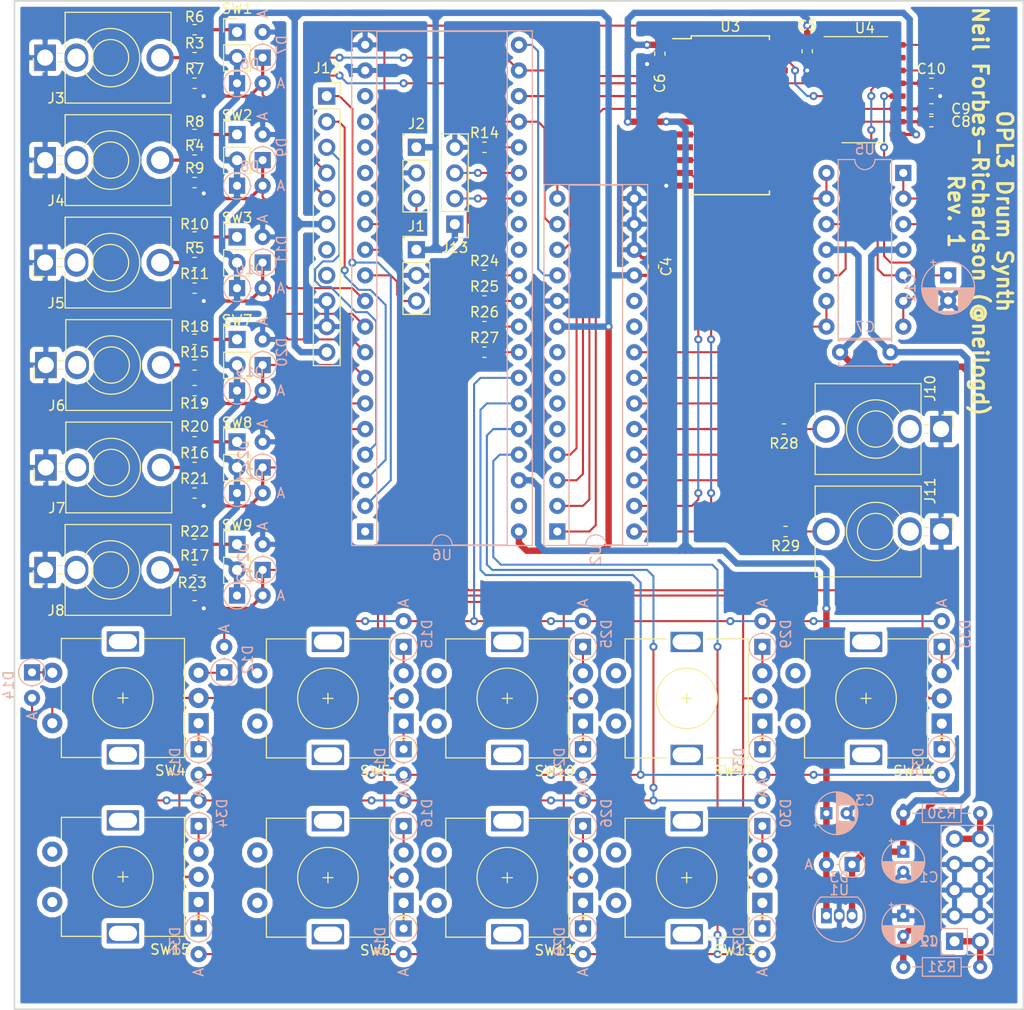
<source format=kicad_pcb>
(kicad_pcb (version 20171130) (host pcbnew 5.0.2-bee76a0~70~ubuntu18.04.1)
  (layers (0 F.Cu signal) (31 B.Cu signal) (34 B.Paste user hide) (35 F.Paste user hide) (36 B.SilkS user) (37 F.SilkS user) (38 B.Mask user hide) (39 F.Mask user hide) (44 Edge.Cuts user))
  (net 0 "")
  (net 1 "Net-(D14-Pad1)")
  (net 2 "Net-(R14-Pad1)")
  (net 3 "Net-(D12-Pad1)")
  (net 4 "Net-(D13-Pad1)")
  (net 5 "Net-(SW15-PadS1)")
  (net 6 "Net-(SW15-PadS2)")
  (net 7 "Net-(D34-Pad1)")
  (net 8 "Net-(R27-Pad1)")
  (net 9 "Net-(D36-Pad1)")
  (net 10 "Net-(D35-Pad1)")
  (net 11 "Net-(D33-Pad1)")
  (net 12 "Net-(SW14-PadS2)")
  (net 13 "Net-(SW14-PadS1)")
  (net 14 "Net-(SW13-PadS1)")
  (net 15 "Net-(SW13-PadS2)")
  (net 16 "Net-(D30-Pad1)")
  (net 17 "Net-(R26-Pad1)")
  (net 18 "Net-(D32-Pad1)")
  (net 19 "Net-(D31-Pad1)")
  (net 20 "Net-(D29-Pad1)")
  (net 21 "Net-(SW12-PadS2)")
  (net 22 "Net-(SW12-PadS1)")
  (net 23 "Net-(SW11-PadS1)")
  (net 24 "Net-(SW11-PadS2)")
  (net 25 "Net-(D26-Pad1)")
  (net 26 "Net-(R25-Pad1)")
  (net 27 "Net-(D28-Pad1)")
  (net 28 "Net-(D27-Pad1)")
  (net 29 "Net-(D25-Pad1)")
  (net 30 "Net-(SW10-PadS2)")
  (net 31 "Net-(SW10-PadS1)")
  (net 32 "Net-(SW6-PadS1)")
  (net 33 "Net-(SW6-PadS2)")
  (net 34 "Net-(D16-Pad1)")
  (net 35 "Net-(R24-Pad1)")
  (net 36 "Net-(D18-Pad1)")
  (net 37 "Net-(D17-Pad1)")
  (net 38 "Net-(D15-Pad1)")
  (net 39 "Net-(SW5-PadS2)")
  (net 40 "Net-(SW5-PadS1)")
  (net 41 "Net-(J3-PadT)")
  (net 42 A0)
  (net 43 "Net-(J6-PadT)")
  (net 44 "Net-(J7-PadT)")
  (net 45 "Net-(R10-Pad1)")
  (net 46 GND)
  (net 47 A1)
  (net 48 R_C0)
  (net 49 "Net-(R22-Pad1)")
  (net 50 "Net-(R8-Pad1)")
  (net 51 "Net-(R6-Pad1)")
  (net 52 "Net-(J5-PadT)")
  (net 53 "Net-(J8-PadT)")
  (net 54 "Net-(J4-PadT)")
  (net 55 R_C1)
  (net 56 "Net-(R18-Pad1)")
  (net 57 OUT2)
  (net 58 "Net-(J11-PadT)")
  (net 59 "Net-(J10-PadT)")
  (net 60 OUT1)
  (net 61 R_C4)
  (net 62 R_C3)
  (net 63 R_C2)
  (net 64 "Net-(R20-Pad1)")
  (net 65 +12V)
  (net 66 +3V3)
  (net 67 "Net-(U2-Pad20)")
  (net 68 NSS)
  (net 69 SCLK)
  (net 70 SWIN1)
  (net 71 AOUT1)
  (net 72 CV1)
  (net 73 MP1)
  (net 74 CH1)
  (net 75 -12V)
  (net 76 CH2)
  (net 77 CLK)
  (net 78 "Net-(U3-Pad23)")
  (net 79 "Net-(U3-Pad22)")
  (net 80 "Net-(U3-Pad21)")
  (net 81 "Net-(U3-Pad9)")
  (net 82 "Net-(U3-Pad20)")
  (net 83 "Net-(U3-Pad19)")
  (net 84 +5V)
  (net 85 "Net-(U3-Pad2)")
  (net 86 "Net-(U4-Pad15)")
  (net 87 R_R1)
  (net 88 R_R3)
  (net 89 R_R2)
  (net 90 R_R0)
  (net 91 "Net-(U6-Pad1)")
  (net 92 "Net-(U6-Pad28)")
  (net 93 "Net-(U6-Pad29)")
  (net 94 "Net-(U6-Pad17)")
  (net 95 "Net-(U6-Pad18)")
  (net 96 "Net-(U6-Pad39)")
  (net 97 D0)
  (net 98 D1)
  (net 99 D2)
  (net 100 D3)
  (net 101 D4)
  (net 102 D5)
  (net 103 D6)
  (net 104 D7)
  (net 105 CS)
  (net 106 RST)
  (net 107 G2)
  (net 108 G1)
  (net 109 G0)
  (net 110 G4)
  (net 111 G3)
  (net 112 G5)
  (net 113 VSEL)
  (net 114 OSEL)
  (net 115 "Net-(U6-Pad14)")
  (net 116 "Net-(U6-Pad15)")
  (net 117 "Net-(J9-Pad1)")
  (net 118 "Net-(J9-Pad10)")
  (net 119 "Net-(U2-Pad8)")
  (net 120 "Net-(U2-Pad7)")
  (net 121 "Net-(U2-Pad6)")
  (net 122 "Net-(U2-Pad5)")
  (net 123 LED_CS)
  (net 124 LED_RST)
  (net 125 LED_RS)
  (net 126 "Net-(U6-Pad16)")
  (net 127 "Net-(J13-Pad2)")
  (net 128 MOSI)
  (net 129 MISO)
  (net 130 "Net-(J12-Pad7)")
  (net 131 "Net-(J12-Pad8)")
  (net 132 "Net-(J13-Pad3)")
  (module Connector_PinHeader_2.54mm:PinHeader_1x04_P2.54mm_Vertical (layer F.Cu) (at 147.32 66.04 180)
    (fp_text reference J13 (at 0 -2.33 180) (layer F.SilkS))
    (fp_text value Conn_01x04_Male)
    (pad 1 thru_hole rect (at 0 0 180) (size 1.7 1.7) (drill 1) (layers *.Cu *.Mask) (net 66 +3V3))
    (pad 2 thru_hole oval (at 0 2.54 180) (size 1.7 1.7) (drill 1) (layers *.Cu *.Mask) (net 127 "Net-(J13-Pad2)"))
    (pad 3 thru_hole oval (at 0 5.08 180) (size 1.7 1.7) (drill 1) (layers *.Cu *.Mask) (net 132 "Net-(J13-Pad3)"))
    (pad 4 thru_hole oval (at 0 7.62 180) (size 1.7 1.7) (drill 1) (layers *.Cu *.Mask) (net 46 GND))
  )
  (module Diode_THT:D_DO-34_SOD68_P2.54mm_Vertical_AnodeUp (layer B.Cu) (at 186.69 129.54 180)
    (fp_text reference D3 (at 1.27 -1.27 180) (layer B.SilkS) (effects (justify mirror)))
    (fp_text value 1N4004)
    (fp_text user A (at 4.29 0 180) (layer B.SilkS) (effects (justify mirror)))
    (pad 2 thru_hole oval (at 2.54 0 180) (size 1.5 1.5) (drill 0.75) (layers *.Cu *.Mask) (net 84 +5V))
    (pad 1 thru_hole rect (at 0 0 180) (size 1.5 1.5) (drill 0.75) (layers *.Cu *.Mask) (net 65 +12V))
  )
  (module Diode_THT:D_DO-35_SOD27_P2.54mm_Vertical_AnodeUp (layer B.Cu) (at 121.92 135.89 270)
    (fp_text reference D36 (at 1.27 2.326371 270) (layer B.SilkS) (effects (justify mirror)))
    (fp_text value 1N4148)
    (fp_text user A (at 4.34 0 270) (layer B.SilkS) (effects (justify mirror)))
    (pad 2 thru_hole oval (at 2.54 0 270) (size 1.6 1.6) (drill 0.8) (layers *.Cu *.Mask) (net 88 R_R3))
    (pad 1 thru_hole rect (at 0 0 270) (size 1.6 1.6) (drill 0.8) (layers *.Cu *.Mask) (net 9 "Net-(D36-Pad1)"))
  )
  (module Diode_THT:D_DO-35_SOD27_P2.54mm_Vertical_AnodeUp (layer B.Cu) (at 195.58 118.11 270)
    (fp_text reference D35 (at 1.27 2.326371 270) (layer B.SilkS) (effects (justify mirror)))
    (fp_text value 1N4148)
    (fp_text user A (at 4.34 0 270) (layer B.SilkS) (effects (justify mirror)))
    (pad 2 thru_hole oval (at 2.54 0 270) (size 1.6 1.6) (drill 0.8) (layers *.Cu *.Mask) (net 87 R_R1))
    (pad 1 thru_hole rect (at 0 0 270) (size 1.6 1.6) (drill 0.8) (layers *.Cu *.Mask) (net 10 "Net-(D35-Pad1)"))
  )
  (module Diode_THT:D_DO-35_SOD27_P2.54mm_Vertical_AnodeUp (layer B.Cu) (at 121.92 125.73 90)
    (fp_text reference D34 (at 1.27 2.326371 90) (layer B.SilkS) (effects (justify mirror)))
    (fp_text value 1N4148)
    (fp_text user A (at 4.34 0 90) (layer B.SilkS) (effects (justify mirror)))
    (pad 2 thru_hole oval (at 2.54 0 90) (size 1.6 1.6) (drill 0.8) (layers *.Cu *.Mask) (net 89 R_R2))
    (pad 1 thru_hole rect (at 0 0 90) (size 1.6 1.6) (drill 0.8) (layers *.Cu *.Mask) (net 7 "Net-(D34-Pad1)"))
  )
  (module Diode_THT:D_DO-35_SOD27_P2.54mm_Vertical_AnodeUp (layer B.Cu) (at 195.58 107.95 90)
    (fp_text reference D33 (at 1.27 2.326371 90) (layer B.SilkS) (effects (justify mirror)))
    (fp_text value 1N4148)
    (fp_text user A (at 4.34 0 90) (layer B.SilkS) (effects (justify mirror)))
    (pad 1 thru_hole rect (at 0 0 90) (size 1.6 1.6) (drill 0.8) (layers *.Cu *.Mask) (net 11 "Net-(D33-Pad1)"))
    (pad 2 thru_hole oval (at 2.54 0 90) (size 1.6 1.6) (drill 0.8) (layers *.Cu *.Mask) (net 90 R_R0))
  )
  (module Resistor_SMD:R_0603_1608Metric_Pad1.05x0.95mm_HandSolder (layer F.Cu) (at 150.255 73.66)
    (fp_text reference R25 (at 0 -1.43) (layer F.SilkS))
    (fp_text value 1k)
    (pad 2 smd roundrect (at 0.875 0) (size 1.05 0.95) (layers F.Cu F.Paste F.Mask) (net 63 R_C2))
    (pad 1 smd roundrect (at -0.875 0) (size 1.05 0.95) (layers F.Cu F.Paste F.Mask) (net 26 "Net-(R25-Pad1)"))
  )
  (module Resistor_SMD:R_0603_1608Metric_Pad1.05x0.95mm_HandSolder (layer F.Cu) (at 150.255 76.2)
    (fp_text reference R26 (at 0 -1.43) (layer F.SilkS))
    (fp_text value 1k)
    (pad 1 smd roundrect (at -0.875 0) (size 1.05 0.95) (layers F.Cu F.Paste F.Mask) (net 17 "Net-(R26-Pad1)"))
    (pad 2 smd roundrect (at 0.875 0) (size 1.05 0.95) (layers F.Cu F.Paste F.Mask) (net 62 R_C3))
  )
  (module Package_DIP:DIP-40_W15.24mm_Socket (layer B.Cu) (at 138.43 96.52)
    (fp_text reference U6 (at 7.62 2.33) (layer B.SilkS) (effects (justify mirror)))
    (fp_text value BluePill_STM32F103C)
    (pad 1 thru_hole rect (at 0 0) (size 1.6 1.6) (drill 0.8) (layers *.Cu *.Mask) (net 91 "Net-(U6-Pad1)"))
    (pad 21 thru_hole oval (at 15.24 -48.26) (size 1.6 1.6) (drill 0.8) (layers *.Cu *.Mask) (net 68 NSS))
    (pad 2 thru_hole oval (at 0 -2.54) (size 1.6 1.6) (drill 0.8) (layers *.Cu *.Mask) (net 123 LED_CS))
    (pad 22 thru_hole oval (at 15.24 -45.72) (size 1.6 1.6) (drill 0.8) (layers *.Cu *.Mask) (net 69 SCLK))
    (pad 3 thru_hole oval (at 0 -5.08) (size 1.6 1.6) (drill 0.8) (layers *.Cu *.Mask) (net 124 LED_RST))
    (pad 23 thru_hole oval (at 15.24 -43.18) (size 1.6 1.6) (drill 0.8) (layers *.Cu *.Mask) (net 129 MISO))
    (pad 4 thru_hole oval (at 0 -7.62) (size 1.6 1.6) (drill 0.8) (layers *.Cu *.Mask) (net 125 LED_RS))
    (pad 24 thru_hole oval (at 15.24 -40.64) (size 1.6 1.6) (drill 0.8) (layers *.Cu *.Mask) (net 128 MOSI))
    (pad 5 thru_hole oval (at 0 -10.16) (size 1.6 1.6) (drill 0.8) (layers *.Cu *.Mask) (net 112 G5))
    (pad 25 thru_hole oval (at 15.24 -38.1) (size 1.6 1.6) (drill 0.8) (layers *.Cu *.Mask) (net 48 R_C0))
    (pad 6 thru_hole oval (at 0 -12.7) (size 1.6 1.6) (drill 0.8) (layers *.Cu *.Mask) (net 110 G4))
    (pad 26 thru_hole oval (at 15.24 -35.56) (size 1.6 1.6) (drill 0.8) (layers *.Cu *.Mask) (net 132 "Net-(J13-Pad3)"))
    (pad 7 thru_hole oval (at 0 -15.24) (size 1.6 1.6) (drill 0.8) (layers *.Cu *.Mask) (net 111 G3))
    (pad 27 thru_hole oval (at 15.24 -33.02) (size 1.6 1.6) (drill 0.8) (layers *.Cu *.Mask) (net 127 "Net-(J13-Pad2)"))
    (pad 8 thru_hole oval (at 0 -17.78) (size 1.6 1.6) (drill 0.8) (layers *.Cu *.Mask) (net 107 G2))
    (pad 28 thru_hole oval (at 15.24 -30.48) (size 1.6 1.6) (drill 0.8) (layers *.Cu *.Mask) (net 92 "Net-(U6-Pad28)"))
    (pad 9 thru_hole oval (at 0 -20.32) (size 1.6 1.6) (drill 0.8) (layers *.Cu *.Mask) (net 108 G1))
    (pad 29 thru_hole oval (at 15.24 -27.94) (size 1.6 1.6) (drill 0.8) (layers *.Cu *.Mask) (net 93 "Net-(U6-Pad29)"))
    (pad 10 thru_hole oval (at 0 -22.86) (size 1.6 1.6) (drill 0.8) (layers *.Cu *.Mask) (net 109 G0))
    (pad 30 thru_hole oval (at 15.24 -25.4) (size 1.6 1.6) (drill 0.8) (layers *.Cu *.Mask) (net 55 R_C1))
    (pad 11 thru_hole oval (at 0 -25.4) (size 1.6 1.6) (drill 0.8) (layers *.Cu *.Mask) (net 113 VSEL))
    (pad 31 thru_hole oval (at 15.24 -22.86) (size 1.6 1.6) (drill 0.8) (layers *.Cu *.Mask) (net 63 R_C2))
    (pad 12 thru_hole oval (at 0 -27.94) (size 1.6 1.6) (drill 0.8) (layers *.Cu *.Mask) (net 114 OSEL))
    (pad 32 thru_hole oval (at 15.24 -20.32) (size 1.6 1.6) (drill 0.8) (layers *.Cu *.Mask) (net 62 R_C3))
    (pad 13 thru_hole oval (at 0 -30.48) (size 1.6 1.6) (drill 0.8) (layers *.Cu *.Mask) (net 77 CLK))
    (pad 33 thru_hole oval (at 15.24 -17.78) (size 1.6 1.6) (drill 0.8) (layers *.Cu *.Mask) (net 61 R_C4))
    (pad 14 thru_hole oval (at 0 -33.02) (size 1.6 1.6) (drill 0.8) (layers *.Cu *.Mask) (net 115 "Net-(U6-Pad14)"))
    (pad 34 thru_hole oval (at 15.24 -15.24) (size 1.6 1.6) (drill 0.8) (layers *.Cu *.Mask) (net 90 R_R0))
    (pad 15 thru_hole oval (at 0 -35.56) (size 1.6 1.6) (drill 0.8) (layers *.Cu *.Mask) (net 116 "Net-(U6-Pad15)"))
    (pad 35 thru_hole oval (at 15.24 -12.7) (size 1.6 1.6) (drill 0.8) (layers *.Cu *.Mask) (net 87 R_R1))
    (pad 16 thru_hole oval (at 0 -38.1) (size 1.6 1.6) (drill 0.8) (layers *.Cu *.Mask) (net 126 "Net-(U6-Pad16)"))
    (pad 36 thru_hole oval (at 15.24 -10.16) (size 1.6 1.6) (drill 0.8) (layers *.Cu *.Mask) (net 89 R_R2))
    (pad 17 thru_hole oval (at 0 -40.64) (size 1.6 1.6) (drill 0.8) (layers *.Cu *.Mask) (net 94 "Net-(U6-Pad17)"))
    (pad 37 thru_hole oval (at 15.24 -7.62) (size 1.6 1.6) (drill 0.8) (layers *.Cu *.Mask) (net 88 R_R3))
    (pad 18 thru_hole oval (at 0 -43.18) (size 1.6 1.6) (drill 0.8) (layers *.Cu *.Mask) (net 95 "Net-(U6-Pad18)"))
    (pad 38 thru_hole oval (at 15.24 -5.08) (size 1.6 1.6) (drill 0.8) (layers *.Cu *.Mask) (net 84 +5V))
    (pad 19 thru_hole oval (at 0 -45.72) (size 1.6 1.6) (drill 0.8) (layers *.Cu *.Mask) (net 46 GND))
    (pad 39 thru_hole oval (at 15.24 -2.54) (size 1.6 1.6) (drill 0.8) (layers *.Cu *.Mask) (net 96 "Net-(U6-Pad39)"))
    (pad 20 thru_hole oval (at 0 -48.26) (size 1.6 1.6) (drill 0.8) (layers *.Cu *.Mask) (net 46 GND))
    (pad 40 thru_hole oval (at 15.24 0) (size 1.6 1.6) (drill 0.8) (layers *.Cu *.Mask) (net 66 +3V3))
  )
  (module Rotary_Encoder:RotaryEncoder_Alps_EC11E-Switch_Vertical_H20mm (layer F.Cu) (at 177.8 115.57 180)
    (fp_text reference SW12 (at 2.8 -4.7 180) (layer F.SilkS))
    (fp_text value Rotary_S)
    (pad S1 thru_hole circle (at 14.5 5 180) (size 2 2) (drill 1) (layers *.Cu *.Mask) (net 22 "Net-(SW12-PadS1)"))
    (pad S2 thru_hole circle (at 14.5 0 180) (size 2 2) (drill 1) (layers *.Cu *.Mask) (net 21 "Net-(SW12-PadS2)"))
    (pad MP thru_hole rect (at 7.5 8.1 180) (size 3.2 2) (drill oval 2.8 1.5) (layers *.Cu *.Mask))
    (pad MP thru_hole rect (at 7.5 -3.1 180) (size 3.2 2) (drill oval 2.8 1.5) (layers *.Cu *.Mask))
    (pad B thru_hole circle (at 0 5 180) (size 2 2) (drill 1) (layers *.Cu *.Mask) (net 20 "Net-(D29-Pad1)"))
    (pad C thru_hole circle (at 0 2.5 180) (size 2 2) (drill 1) (layers *.Cu *.Mask) (net 17 "Net-(R26-Pad1)"))
    (pad A thru_hole rect (at 0 0 180) (size 2 2) (drill 1) (layers *.Cu *.Mask) (net 19 "Net-(D31-Pad1)"))
  )
  (module Diode_THT:D_DO-35_SOD27_P2.54mm_Vertical_AnodeUp (layer B.Cu) (at 128.27 100.33 90)
    (fp_text reference D24 (at 1.27 -1.905 90) (layer B.SilkS) (effects (justify mirror)))
    (fp_text value 1N4148)
    (fp_text user A (at 4.34 0 90) (layer B.SilkS) (effects (justify mirror)))
    (pad 1 thru_hole rect (at 0 0 90) (size 1.6 1.6) (drill 0.8) (layers *.Cu *.Mask) (net 112 G5))
    (pad 2 thru_hole oval (at 2.54 0 90) (size 1.6 1.6) (drill 0.8) (layers *.Cu *.Mask) (net 46 GND))
  )
  (module Connector_PinHeader_2.54mm:PinHeader_1x03_P2.54mm_Vertical (layer F.Cu) (at 143.51 58.42)
    (fp_text reference J2 (at 0 -2.33) (layer F.SilkS))
    (fp_text value OpSelector)
    (pad 3 thru_hole oval (at 0 5.08) (size 1.7 1.7) (drill 1) (layers *.Cu *.Mask) (net 114 OSEL))
    (pad 2 thru_hole oval (at 0 2.54) (size 1.7 1.7) (drill 1) (layers *.Cu *.Mask) (net 46 GND))
    (pad 1 thru_hole rect (at 0 0) (size 1.7 1.7) (drill 1) (layers *.Cu *.Mask) (net 66 +3V3))
  )
  (module Package_DIP:DIP-14_W7.62mm (layer B.Cu) (at 191.77 60.96 180)
    (fp_text reference U5 (at 3.81 2.33 180) (layer B.SilkS) (effects (justify mirror)))
    (fp_text value TL074)
    (pad 1 thru_hole rect (at 0 0 180) (size 1.6 1.6) (drill 0.8) (layers *.Cu *.Mask) (net 73 MP1))
    (pad 8 thru_hole oval (at 7.62 -15.24 180) (size 1.6 1.6) (drill 0.8) (layers *.Cu *.Mask) (net 60 OUT1))
    (pad 2 thru_hole oval (at 0 -2.54 180) (size 1.6 1.6) (drill 0.8) (layers *.Cu *.Mask) (net 73 MP1))
    (pad 9 thru_hole oval (at 7.62 -12.7 180) (size 1.6 1.6) (drill 0.8) (layers *.Cu *.Mask) (net 60 OUT1))
    (pad 3 thru_hole oval (at 0 -5.08 180) (size 1.6 1.6) (drill 0.8) (layers *.Cu *.Mask) (net 72 CV1))
    (pad 10 thru_hole oval (at 7.62 -10.16 180) (size 1.6 1.6) (drill 0.8) (layers *.Cu *.Mask) (net 74 CH1))
    (pad 4 thru_hole oval (at 0 -7.62 180) (size 1.6 1.6) (drill 0.8) (layers *.Cu *.Mask) (net 65 +12V))
    (pad 11 thru_hole oval (at 7.62 -7.62 180) (size 1.6 1.6) (drill 0.8) (layers *.Cu *.Mask) (net 75 -12V))
    (pad 5 thru_hole oval (at 0 -10.16 180) (size 1.6 1.6) (drill 0.8) (layers *.Cu *.Mask) (net 71 AOUT1))
    (pad 12 thru_hole oval (at 7.62 -5.08 180) (size 1.6 1.6) (drill 0.8) (layers *.Cu *.Mask) (net 76 CH2))
    (pad 6 thru_hole oval (at 0 -12.7 180) (size 1.6 1.6) (drill 0.8) (layers *.Cu *.Mask) (net 70 SWIN1))
    (pad 13 thru_hole oval (at 7.62 -2.54 180) (size 1.6 1.6) (drill 0.8) (layers *.Cu *.Mask) (net 57 OUT2))
    (pad 7 thru_hole oval (at 0 -15.24 180) (size 1.6 1.6) (drill 0.8) (layers *.Cu *.Mask) (net 70 SWIN1))
    (pad 14 thru_hole oval (at 7.62 0 180) (size 1.6 1.6) (drill 0.8) (layers *.Cu *.Mask) (net 57 OUT2))
  )
  (module Package_SO:SOIC-16_4.55x10.3mm_P1.27mm (layer F.Cu) (at 187.96 52.705)
    (fp_text reference U4 (at 0 -6.1) (layer F.SilkS))
    (fp_text value YAC512)
    (pad 16 smd roundrect (at 3.25 -4.445) (size 1.6 0.55) (layers F.Cu F.Paste F.Mask) (net 72 CV1))
    (pad 15 smd roundrect (at 3.25 -3.175) (size 1.6 0.55) (layers F.Cu F.Paste F.Mask) (net 86 "Net-(U4-Pad15)"))
    (pad 14 smd roundrect (at 3.25 -1.905) (size 1.6 0.55) (layers F.Cu F.Paste F.Mask) (net 73 MP1))
    (pad 13 smd roundrect (at 3.25 -0.635) (size 1.6 0.55) (layers F.Cu F.Paste F.Mask) (net 71 AOUT1))
    (pad 12 smd roundrect (at 3.25 0.635) (size 1.6 0.55) (layers F.Cu F.Paste F.Mask) (net 70 SWIN1))
    (pad 11 smd roundrect (at 3.25 1.905) (size 1.6 0.55) (layers F.Cu F.Paste F.Mask) (net 76 CH2))
    (pad 10 smd roundrect (at 3.25 3.175) (size 1.6 0.55) (layers F.Cu F.Paste F.Mask) (net 74 CH1))
    (pad 9 smd roundrect (at 3.25 4.445) (size 1.6 0.55) (layers F.Cu F.Paste F.Mask) (net 84 +5V))
    (pad 8 smd roundrect (at -3.25 4.445) (size 1.6 0.55) (layers F.Cu F.Paste F.Mask) (net 82 "Net-(U3-Pad20)"))
    (pad 7 smd roundrect (at -3.25 3.175) (size 1.6 0.55) (layers F.Cu F.Paste F.Mask) (net 83 "Net-(U3-Pad19)"))
    (pad 6 smd roundrect (at -3.25 1.905) (size 1.6 0.55) (layers F.Cu F.Paste F.Mask) (net 84 +5V))
    (pad 5 smd roundrect (at -3.25 0.635) (size 1.6 0.55) (layers F.Cu F.Paste F.Mask) (net 78 "Net-(U3-Pad23)"))
    (pad 4 smd roundrect (at -3.25 -0.635) (size 1.6 0.55) (layers F.Cu F.Paste F.Mask) (net 80 "Net-(U3-Pad21)"))
    (pad 3 smd roundrect (at -3.25 -1.905) (size 1.6 0.55) (layers F.Cu F.Paste F.Mask) (net 84 +5V))
    (pad 2 smd roundrect (at -3.25 -3.175) (size 1.6 0.55) (layers F.Cu F.Paste F.Mask) (net 46 GND))
    (pad 1 smd roundrect (at -3.25 -4.445) (size 1.6 0.55) (layers F.Cu F.Paste F.Mask) (net 84 +5V))
  )
  (module Connector_PinSocket_2.54mm:PinSocket_1x11_P2.54mm_Vertical (layer F.Cu) (at 134.62 53.34)
    (fp_text reference J12 (at 0 -2.77) (layer F.SilkS))
    (fp_text value Conn_01x11_Female)
    (pad 11 thru_hole oval (at 0 25.4) (size 1.7 1.7) (drill 1) (layers *.Cu *.Mask) (net 66 +3V3))
    (pad 10 thru_hole oval (at 0 22.86) (size 1.7 1.7) (drill 1) (layers *.Cu *.Mask) (net 46 GND))
    (pad 9 thru_hole oval (at 0 20.32) (size 1.7 1.7) (drill 1) (layers *.Cu *.Mask) (net 46 GND))
    (pad 8 thru_hole oval (at 0 17.78) (size 1.7 1.7) (drill 1) (layers *.Cu *.Mask) (net 131 "Net-(J12-Pad8)"))
    (pad 7 thru_hole oval (at 0 15.24) (size 1.7 1.7) (drill 1) (layers *.Cu *.Mask) (net 130 "Net-(J12-Pad7)"))
    (pad 6 thru_hole oval (at 0 12.7) (size 1.7 1.7) (drill 1) (layers *.Cu *.Mask) (net 66 +3V3))
    (pad 5 thru_hole oval (at 0 10.16) (size 1.7 1.7) (drill 1) (layers *.Cu *.Mask) (net 69 SCLK))
    (pad 4 thru_hole oval (at 0 7.62) (size 1.7 1.7) (drill 1) (layers *.Cu *.Mask) (net 128 MOSI))
    (pad 3 thru_hole oval (at 0 5.08) (size 1.7 1.7) (drill 1) (layers *.Cu *.Mask) (net 125 LED_RS))
    (pad 2 thru_hole oval (at 0 2.54) (size 1.7 1.7) (drill 1) (layers *.Cu *.Mask) (net 124 LED_RST))
    (pad 1 thru_hole rect (at 0 0) (size 1.7 1.7) (drill 1) (layers *.Cu *.Mask) (net 123 LED_CS))
  )
  (module Capacitor_THT:C_Disc_D5.0mm_W2.5mm_P5.00mm (layer B.Cu) (at 190.5 78.74 180)
    (fp_text reference C7 (at 2.5 2.5 180) (layer B.SilkS) (effects (justify mirror)))
    (fp_text value 100nF)
    (pad 1 thru_hole circle (at 0 0 180) (size 1.6 1.6) (drill 0.8) (layers *.Cu *.Mask) (net 65 +12V))
    (pad 2 thru_hole circle (at 5 0 180) (size 1.6 1.6) (drill 0.8) (layers *.Cu *.Mask) (net 75 -12V))
  )
  (module Capacitor_THT:CP_Radial_D4.0mm_P2.00mm (layer B.Cu) (at 191.77 134.62 270)
    (fp_text reference C2 (at 2.54 -2.54 180) (layer B.SilkS) (effects (justify mirror)))
    (fp_text value 22uF)
    (pad 1 thru_hole rect (at 0 0 270) (size 1.2 1.2) (drill 0.6) (layers *.Cu *.Mask) (net 46 GND))
    (pad 2 thru_hole circle (at 2 0 270) (size 1.2 1.2) (drill 0.6) (layers *.Cu *.Mask) (net 75 -12V))
  )
  (module Capacitor_SMD:C_0603_1608Metric_Pad1.05x0.95mm_HandSolder (layer F.Cu) (at 167.005 70.245 90)
    (fp_text reference C4 (at 0 1.27 90) (layer F.SilkS))
    (fp_text value 100nF)
    (pad 2 smd roundrect (at 0.875 0 90) (size 1.05 0.95) (layers F.Cu F.Paste F.Mask) (net 46 GND))
    (pad 1 smd roundrect (at -0.875 0 90) (size 1.05 0.95) (layers F.Cu F.Paste F.Mask) (net 66 +3V3))
  )
  (module Capacitor_SMD:C_0603_1608Metric_Pad1.05x0.95mm_HandSolder (layer F.Cu) (at 194.55 52.07)
    (fp_text reference C10 (at 0 -1.43) (layer F.SilkS))
    (fp_text value 33pf)
    (pad 1 smd roundrect (at -0.875 0) (size 1.05 0.95) (layers F.Cu F.Paste F.Mask) (net 71 AOUT1))
    (pad 2 smd roundrect (at 0.875 0) (size 1.05 0.95) (layers F.Cu F.Paste F.Mask) (net 46 GND))
  )
  (module Capacitor_THT:CP_Radial_D4.0mm_P2.00mm (layer B.Cu) (at 184.15 124.46)
    (fp_text reference C3 (at 3.81 -1.27 -180) (layer B.SilkS) (effects (justify mirror)))
    (fp_text value 1uF)
    (pad 1 thru_hole rect (at 0 0) (size 1.2 1.2) (drill 0.6) (layers *.Cu *.Mask) (net 84 +5V))
    (pad 2 thru_hole circle (at 2 0) (size 1.2 1.2) (drill 0.6) (layers *.Cu *.Mask) (net 46 GND))
  )
  (module Capacitor_SMD:C_0603_1608Metric_Pad1.05x0.95mm_HandSolder (layer F.Cu) (at 194.55 55.88)
    (fp_text reference C8 (at 2.935 0) (layer F.SilkS))
    (fp_text value 2700pF)
    (pad 1 smd roundrect (at -0.875 0) (size 1.05 0.95) (layers F.Cu F.Paste F.Mask) (net 74 CH1))
    (pad 2 smd roundrect (at 0.875 0) (size 1.05 0.95) (layers F.Cu F.Paste F.Mask) (net 46 GND))
  )
  (module Capacitor_THT:CP_Radial_D5.0mm_P2.50mm (layer B.Cu) (at 196.215 71.12 270)
    (fp_text reference C11 (at 1.25 3.75 270) (layer B.SilkS) (effects (justify mirror)))
    (fp_text value 10uF)
    (pad 1 thru_hole rect (at 0 0 270) (size 1.6 1.6) (drill 0.8) (layers *.Cu *.Mask) (net 72 CV1))
    (pad 2 thru_hole circle (at 2.5 0 270) (size 1.6 1.6) (drill 0.8) (layers *.Cu *.Mask) (net 46 GND))
  )
  (module Rotary_Encoder:RotaryEncoder_Alps_EC11E-Switch_Vertical_H20mm (layer F.Cu) (at 121.92 115.53 180)
    (fp_text reference SW4 (at 2.8 -4.7 180) (layer F.SilkS))
    (fp_text value Rotary_Freq)
    (pad S1 thru_hole circle (at 14.5 5 180) (size 2 2) (drill 1) (layers *.Cu *.Mask) (net 1 "Net-(D14-Pad1)"))
    (pad S2 thru_hole circle (at 14.5 0 180) (size 2 2) (drill 1) (layers *.Cu *.Mask) (net 2 "Net-(R14-Pad1)"))
    (pad MP thru_hole rect (at 7.5 8.1 180) (size 3.2 2) (drill oval 2.8 1.5) (layers *.Cu *.Mask))
    (pad MP thru_hole rect (at 7.5 -3.1 180) (size 3.2 2) (drill oval 2.8 1.5) (layers *.Cu *.Mask))
    (pad B thru_hole circle (at 0 5 180) (size 2 2) (drill 1) (layers *.Cu *.Mask) (net 3 "Net-(D12-Pad1)"))
    (pad C thru_hole circle (at 0 2.5 180) (size 2 2) (drill 1) (layers *.Cu *.Mask) (net 2 "Net-(R14-Pad1)"))
    (pad A thru_hole rect (at 0 0 180) (size 2 2) (drill 1) (layers *.Cu *.Mask) (net 4 "Net-(D13-Pad1)"))
  )
  (module Package_SO:SOIC-24W_7.5x15.4mm_P1.27mm (layer F.Cu) (at 174.625 55.245)
    (fp_text reference U3 (at 0 -8.8) (layer F.SilkS))
    (fp_text value YMF262)
    (pad 24 smd rect (at 4.7 -6.985) (size 2 0.6) (layers F.Cu F.Paste F.Mask) (net 77 CLK))
    (pad 23 smd rect (at 4.7 -5.715) (size 2 0.6) (layers F.Cu F.Paste F.Mask) (net 78 "Net-(U3-Pad23)"))
    (pad 22 smd rect (at 4.7 -4.445) (size 2 0.6) (layers F.Cu F.Paste F.Mask) (net 79 "Net-(U3-Pad22)"))
    (pad 21 smd rect (at 4.7 -3.175) (size 2 0.6) (layers F.Cu F.Paste F.Mask) (net 80 "Net-(U3-Pad21)"))
    (pad 20 smd rect (at 4.7 -1.905) (size 2 0.6) (layers F.Cu F.Paste F.Mask) (net 82 "Net-(U3-Pad20)"))
    (pad 19 smd rect (at 4.7 -0.635) (size 2 0.6) (layers F.Cu F.Paste F.Mask) (net 83 "Net-(U3-Pad19)"))
    (pad 18 smd rect (at 4.7 0.635) (size 2 0.6) (layers F.Cu F.Paste F.Mask) (net 104 D7))
    (pad 17 smd rect (at 4.7 1.905) (size 2 0.6) (layers F.Cu F.Paste F.Mask) (net 103 D6))
    (pad 16 smd rect (at 4.7 3.175) (size 2 0.6) (layers F.Cu F.Paste F.Mask) (net 102 D5))
    (pad 15 smd rect (at 4.7 4.445) (size 2 0.6) (layers F.Cu F.Paste F.Mask) (net 101 D4))
    (pad 14 smd rect (at 4.7 5.715) (size 2 0.6) (layers F.Cu F.Paste F.Mask) (net 100 D3))
    (pad 13 smd rect (at 4.7 6.985) (size 2 0.6) (layers F.Cu F.Paste F.Mask) (net 99 D2))
    (pad 12 smd rect (at -4.7 6.985) (size 2 0.6) (layers F.Cu F.Paste F.Mask) (net 46 GND))
    (pad 11 smd rect (at -4.7 5.715) (size 2 0.6) (layers F.Cu F.Paste F.Mask) (net 98 D1))
    (pad 10 smd rect (at -4.7 4.445) (size 2 0.6) (layers F.Cu F.Paste F.Mask) (net 97 D0))
    (pad 9 smd rect (at -4.7 3.175) (size 2 0.6) (layers F.Cu F.Paste F.Mask) (net 81 "Net-(U3-Pad9)"))
    (pad 8 smd rect (at -4.7 1.905) (size 2 0.6) (layers F.Cu F.Paste F.Mask) (net 105 CS))
    (pad 7 smd rect (at -4.7 0.635) (size 2 0.6) (layers F.Cu F.Paste F.Mask) (net 84 +5V))
    (pad 6 smd rect (at -4.7 -0.635) (size 2 0.6) (layers F.Cu F.Paste F.Mask) (net 105 CS))
    (pad 5 smd rect (at -4.7 -1.905) (size 2 0.6) (layers F.Cu F.Paste F.Mask) (net 47 A1))
    (pad 4 smd rect (at -4.7 -3.175) (size 2 0.6) (layers F.Cu F.Paste F.Mask) (net 42 A0))
    (pad 3 smd rect (at -4.7 -4.445) (size 2 0.6) (layers F.Cu F.Paste F.Mask) (net 106 RST))
    (pad 2 smd rect (at -4.7 -5.715) (size 2 0.6) (layers F.Cu F.Paste F.Mask) (net 85 "Net-(U3-Pad2)"))
    (pad 1 smd rect (at -4.7 -6.985) (size 2 0.6) (layers F.Cu F.Paste F.Mask) (net 84 +5V))
  )
  (module Capacitor_THT:CP_Radial_D4.0mm_P2.00mm (layer B.Cu) (at 191.77 128.27 270)
    (fp_text reference C1 (at 2.54 -2.54 180) (layer B.SilkS) (effects (justify mirror)))
    (fp_text value 22uF)
    (pad 2 thru_hole circle (at 2 0 270) (size 1.2 1.2) (drill 0.6) (layers *.Cu *.Mask) (net 46 GND))
    (pad 1 thru_hole rect (at 0 0 270) (size 1.2 1.2) (drill 0.6) (layers *.Cu *.Mask) (net 65 +12V))
  )
  (module Resistor_THT:R_Axial_DIN0204_L3.6mm_D1.6mm_P7.62mm_Horizontal (layer B.Cu) (at 199.39 139.7 180)
    (fp_text reference R31 (at 3.81 0 180) (layer B.SilkS) (effects (justify mirror)))
    (fp_text value 10)
    (pad 2 thru_hole oval (at 7.62 0 180) (size 1.4 1.4) (drill 0.7) (layers *.Cu *.Mask) (net 75 -12V))
    (pad 1 thru_hole circle (at 0 0 180) (size 1.4 1.4) (drill 0.7) (layers *.Cu *.Mask) (net 117 "Net-(J9-Pad1)"))
  )
  (module Resistor_THT:R_Axial_DIN0204_L3.6mm_D1.6mm_P7.62mm_Horizontal (layer B.Cu) (at 199.39 124.46 180)
    (fp_text reference R30 (at 3.81 0 180) (layer B.SilkS) (effects (justify mirror)))
    (fp_text value 10)
    (pad 1 thru_hole circle (at 0 0 180) (size 1.4 1.4) (drill 0.7) (layers *.Cu *.Mask) (net 118 "Net-(J9-Pad10)"))
    (pad 2 thru_hole oval (at 7.62 0 180) (size 1.4 1.4) (drill 0.7) (layers *.Cu *.Mask) (net 65 +12V))
  )
  (module Package_TO_SOT_THT:TO-92_Inline (layer B.Cu) (at 184.15 134.62)
    (fp_text reference U1 (at 1.27 -2.54) (layer B.SilkS) (effects (justify mirror)))
    (fp_text value L78L05_TO92)
    (pad 2 thru_hole oval (at 1.27 0) (size 1.05 1.5) (drill 0.75) (layers *.Cu *.Mask) (net 46 GND))
    (pad 3 thru_hole oval (at 2.54 0) (size 1.05 1.5) (drill 0.75) (layers *.Cu *.Mask) (net 65 +12V))
    (pad 1 thru_hole rect (at 0 0) (size 1.05 1.5) (drill 0.75) (layers *.Cu *.Mask) (net 84 +5V))
  )
  (module Capacitor_SMD:C_0603_1608Metric_Pad1.05x0.95mm_HandSolder (layer F.Cu) (at 194.55 54.61)
    (fp_text reference C9 (at 2.935 0) (layer F.SilkS))
    (fp_text value 2700pF)
    (pad 2 smd roundrect (at 0.875 0) (size 1.05 0.95) (layers F.Cu F.Paste F.Mask) (net 46 GND))
    (pad 1 smd roundrect (at -0.875 0) (size 1.05 0.95) (layers F.Cu F.Paste F.Mask) (net 76 CH2))
  )
  (module Capacitor_SMD:C_0603_1608Metric_Pad1.05x0.95mm_HandSolder (layer F.Cu) (at 167.64 49.135 270)
    (fp_text reference C6 (at 2.935 0 270) (layer F.SilkS))
    (fp_text value 100nF)
    (pad 2 smd roundrect (at 0.875 0 270) (size 1.05 0.95) (layers F.Cu F.Paste F.Mask) (net 46 GND))
    (pad 1 smd roundrect (at -0.875 0 270) (size 1.05 0.95) (layers F.Cu F.Paste F.Mask) (net 84 +5V))
  )
  (module Capacitor_SMD:C_0603_1608Metric_Pad1.05x0.95mm_HandSolder (layer F.Cu) (at 182.245 48.895 270)
    (fp_text reference C5 (at -2.54 0) (layer F.SilkS))
    (fp_text value 100nF)
    (pad 2 smd roundrect (at 0.875 0 270) (size 1.05 0.95) (layers F.Cu F.Paste F.Mask) (net 46 GND))
    (pad 1 smd roundrect (at -0.875 0 270) (size 1.05 0.95) (layers F.Cu F.Paste F.Mask) (net 84 +5V))
  )
  (module Resistor_SMD:R_0603_1608Metric_Pad1.05x0.95mm_HandSolder (layer F.Cu) (at 121.525 100.33)
    (fp_text reference R17 (at 0 -1.43) (layer F.SilkS))
    (fp_text value 100k)
    (pad 2 smd roundrect (at 0.875 0) (size 1.05 0.95) (layers F.Cu F.Paste F.Mask) (net 112 G5))
    (pad 1 smd roundrect (at -0.875 0) (size 1.05 0.95) (layers F.Cu F.Paste F.Mask) (net 53 "Net-(J8-PadT)"))
  )
  (module Resistor_SMD:R_0603_1608Metric_Pad1.05x0.95mm_HandSolder (layer F.Cu) (at 121.525 69.85)
    (fp_text reference R5 (at 0 -1.43) (layer F.SilkS))
    (fp_text value 100k)
    (pad 2 smd roundrect (at 0.875 0) (size 1.05 0.95) (layers F.Cu F.Paste F.Mask) (net 107 G2))
    (pad 1 smd roundrect (at -0.875 0) (size 1.05 0.95) (layers F.Cu F.Paste F.Mask) (net 52 "Net-(J5-PadT)"))
  )
  (module Resistor_SMD:R_0603_1608Metric_Pad1.05x0.95mm_HandSolder (layer F.Cu) (at 121.525 59.69)
    (fp_text reference R4 (at 0 -1.43) (layer F.SilkS))
    (fp_text value 100k)
    (pad 2 smd roundrect (at 0.875 0) (size 1.05 0.95) (layers F.Cu F.Paste F.Mask) (net 108 G1))
    (pad 1 smd roundrect (at -0.875 0) (size 1.05 0.95) (layers F.Cu F.Paste F.Mask) (net 54 "Net-(J4-PadT)"))
  )
  (module Resistor_SMD:R_0603_1608Metric_Pad1.05x0.95mm_HandSolder (layer F.Cu) (at 121.525 90.17)
    (fp_text reference R16 (at 0 -1.43) (layer F.SilkS))
    (fp_text value 100k)
    (pad 2 smd roundrect (at 0.875 0) (size 1.05 0.95) (layers F.Cu F.Paste F.Mask) (net 110 G4))
    (pad 1 smd roundrect (at -0.875 0) (size 1.05 0.95) (layers F.Cu F.Paste F.Mask) (net 44 "Net-(J7-PadT)"))
  )
  (module Resistor_SMD:R_0603_1608Metric_Pad1.05x0.95mm_HandSolder (layer F.Cu) (at 121.525 49.53)
    (fp_text reference R3 (at 0 -1.43) (layer F.SilkS))
    (fp_text value 100k)
    (pad 2 smd roundrect (at 0.875 0) (size 1.05 0.95) (layers F.Cu F.Paste F.Mask) (net 109 G0))
    (pad 1 smd roundrect (at -0.875 0) (size 1.05 0.95) (layers F.Cu F.Paste F.Mask) (net 41 "Net-(J3-PadT)"))
  )
  (module Resistor_SMD:R_0603_1608Metric_Pad1.05x0.95mm_HandSolder (layer F.Cu) (at 121.525 80.01)
    (fp_text reference R15 (at 0 -1.27) (layer F.SilkS))
    (fp_text value 100k)
    (pad 2 smd roundrect (at 0.875 0) (size 1.05 0.95) (layers F.Cu F.Paste F.Mask) (net 111 G3))
    (pad 1 smd roundrect (at -0.875 0) (size 1.05 0.95) (layers F.Cu F.Paste F.Mask) (net 43 "Net-(J6-PadT)"))
  )
  (module Diode_THT:D_DO-35_SOD27_P2.54mm_Vertical_AnodeUp (layer B.Cu) (at 125.73 82.55)
    (fp_text reference D19 (at 1.27 -1.905) (layer B.SilkS) (effects (justify mirror)))
    (fp_text value 1N4148)
    (fp_text user A (at 4.34 0) (layer B.SilkS) (effects (justify mirror)))
    (pad 2 thru_hole oval (at 2.54 0) (size 1.6 1.6) (drill 0.8) (layers *.Cu *.Mask) (net 111 G3))
    (pad 1 thru_hole rect (at 0 0) (size 1.6 1.6) (drill 0.8) (layers *.Cu *.Mask) (net 66 +3V3))
  )
  (module Diode_THT:D_DO-35_SOD27_P2.54mm_Vertical_AnodeUp (layer B.Cu) (at 125.73 92.71)
    (fp_text reference D21 (at 1.27 -1.905) (layer B.SilkS) (effects (justify mirror)))
    (fp_text value 1N4148)
    (fp_text user A (at 4.34 0) (layer B.SilkS) (effects (justify mirror)))
    (pad 2 thru_hole oval (at 2.54 0) (size 1.6 1.6) (drill 0.8) (layers *.Cu *.Mask) (net 110 G4))
    (pad 1 thru_hole rect (at 0 0) (size 1.6 1.6) (drill 0.8) (layers *.Cu *.Mask) (net 66 +3V3))
  )
  (module Diode_THT:D_DO-35_SOD27_P2.54mm_Vertical_AnodeUp (layer B.Cu) (at 128.27 90.17 90)
    (fp_text reference D22 (at 1.27 -1.905 90) (layer B.SilkS) (effects (justify mirror)))
    (fp_text value 1N4148)
    (fp_text user A (at 4.34 0 90) (layer B.SilkS) (effects (justify mirror)))
    (pad 2 thru_hole oval (at 2.54 0 90) (size 1.6 1.6) (drill 0.8) (layers *.Cu *.Mask) (net 46 GND))
    (pad 1 thru_hole rect (at 0 0 90) (size 1.6 1.6) (drill 0.8) (layers *.Cu *.Mask) (net 110 G4))
  )
  (module Diode_THT:D_DO-35_SOD27_P2.54mm_Vertical_AnodeUp (layer B.Cu) (at 125.73 102.87)
    (fp_text reference D23 (at 1.27 -1.905) (layer B.SilkS) (effects (justify mirror)))
    (fp_text value 1N4148)
    (fp_text user A (at 4.34 0) (layer B.SilkS) (effects (justify mirror)))
    (pad 1 thru_hole rect (at 0 0) (size 1.6 1.6) (drill 0.8) (layers *.Cu *.Mask) (net 66 +3V3))
    (pad 2 thru_hole oval (at 2.54 0) (size 1.6 1.6) (drill 0.8) (layers *.Cu *.Mask) (net 112 G5))
  )
  (module Diode_THT:D_DO-35_SOD27_P2.54mm_Vertical_AnodeUp (layer B.Cu) (at 105.41 110.49 270)
    (fp_text reference D14 (at 1.27 2.326371 270) (layer B.SilkS) (effects (justify mirror)))
    (fp_text value 1N4148)
    (fp_text user A (at 4.34 0 270) (layer B.SilkS) (effects (justify mirror)))
    (pad 2 thru_hole oval (at 2.54 0 270) (size 1.6 1.6) (drill 0.8) (layers *.Cu *.Mask) (net 89 R_R2))
    (pad 1 thru_hole rect (at 0 0 270) (size 1.6 1.6) (drill 0.8) (layers *.Cu *.Mask) (net 1 "Net-(D14-Pad1)"))
  )
  (module Diode_THT:D_DO-35_SOD27_P2.54mm_Vertical_AnodeUp (layer B.Cu) (at 160.02 107.95 90)
    (fp_text reference D25 (at 1.27 2.326371 90) (layer B.SilkS) (effects (justify mirror)))
    (fp_text value 1N4148)
    (fp_text user A (at 4.34 0 90) (layer B.SilkS) (effects (justify mirror)))
    (pad 1 thru_hole rect (at 0 0 90) (size 1.6 1.6) (drill 0.8) (layers *.Cu *.Mask) (net 29 "Net-(D25-Pad1)"))
    (pad 2 thru_hole oval (at 2.54 0 90) (size 1.6 1.6) (drill 0.8) (layers *.Cu *.Mask) (net 90 R_R0))
  )
  (module Diode_THT:D_DO-35_SOD27_P2.54mm_Vertical_AnodeUp (layer B.Cu) (at 160.02 125.73 90)
    (fp_text reference D26 (at 1.27 2.326371 90) (layer B.SilkS) (effects (justify mirror)))
    (fp_text value 1N4148)
    (fp_text user A (at 4.34 0 90) (layer B.SilkS) (effects (justify mirror)))
    (pad 2 thru_hole oval (at 2.54 0 90) (size 1.6 1.6) (drill 0.8) (layers *.Cu *.Mask) (net 89 R_R2))
    (pad 1 thru_hole rect (at 0 0 90) (size 1.6 1.6) (drill 0.8) (layers *.Cu *.Mask) (net 25 "Net-(D26-Pad1)"))
  )
  (module Diode_THT:D_DO-35_SOD27_P2.54mm_Vertical_AnodeUp (layer B.Cu) (at 160.02 118.11 270)
    (fp_text reference D27 (at 1.27 2.326371 270) (layer B.SilkS) (effects (justify mirror)))
    (fp_text value 1N4148)
    (fp_text user A (at 4.34 0 270) (layer B.SilkS) (effects (justify mirror)))
    (pad 2 thru_hole oval (at 2.54 0 270) (size 1.6 1.6) (drill 0.8) (layers *.Cu *.Mask) (net 87 R_R1))
    (pad 1 thru_hole rect (at 0 0 270) (size 1.6 1.6) (drill 0.8) (layers *.Cu *.Mask) (net 28 "Net-(D27-Pad1)"))
  )
  (module Diode_THT:D_DO-35_SOD27_P2.54mm_Vertical_AnodeUp (layer B.Cu) (at 160.02 135.89 270)
    (fp_text reference D28 (at 1.27 2.326371 270) (layer B.SilkS) (effects (justify mirror)))
    (fp_text value 1N4148)
    (fp_text user A (at 4.34 0 270) (layer B.SilkS) (effects (justify mirror)))
    (pad 2 thru_hole oval (at 2.54 0 270) (size 1.6 1.6) (drill 0.8) (layers *.Cu *.Mask) (net 88 R_R3))
    (pad 1 thru_hole rect (at 0 0 270) (size 1.6 1.6) (drill 0.8) (layers *.Cu *.Mask) (net 27 "Net-(D28-Pad1)"))
  )
  (module Diode_THT:D_DO-35_SOD27_P2.54mm_Vertical_AnodeUp (layer B.Cu) (at 142.24 107.95 90)
    (fp_text reference D15 (at 1.27 2.326371 90) (layer B.SilkS) (effects (justify mirror)))
    (fp_text value 1N4148)
    (fp_text user A (at 4.34 0 90) (layer B.SilkS) (effects (justify mirror)))
    (pad 1 thru_hole rect (at 0 0 90) (size 1.6 1.6) (drill 0.8) (layers *.Cu *.Mask) (net 38 "Net-(D15-Pad1)"))
    (pad 2 thru_hole oval (at 2.54 0 90) (size 1.6 1.6) (drill 0.8) (layers *.Cu *.Mask) (net 90 R_R0))
  )
  (module Diode_THT:D_DO-35_SOD27_P2.54mm_Vertical_AnodeUp (layer B.Cu) (at 177.8 125.73 90)
    (fp_text reference D30 (at 1.27 2.326371 90) (layer B.SilkS) (effects (justify mirror)))
    (fp_text value 1N4148)
    (fp_text user A (at 4.34 0 90) (layer B.SilkS) (effects (justify mirror)))
    (pad 2 thru_hole oval (at 2.54 0 90) (size 1.6 1.6) (drill 0.8) (layers *.Cu *.Mask) (net 89 R_R2))
    (pad 1 thru_hole rect (at 0 0 90) (size 1.6 1.6) (drill 0.8) (layers *.Cu *.Mask) (net 16 "Net-(D30-Pad1)"))
  )
  (module Diode_THT:D_DO-35_SOD27_P2.54mm_Vertical_AnodeUp (layer B.Cu) (at 128.27 80.01 90)
    (fp_text reference D20 (at 1.27 1.905 90) (layer B.SilkS) (effects (justify mirror)))
    (fp_text value 1N4148)
    (fp_text user A (at 4.34 0 90) (layer B.SilkS) (effects (justify mirror)))
    (pad 2 thru_hole oval (at 2.54 0 90) (size 1.6 1.6) (drill 0.8) (layers *.Cu *.Mask) (net 46 GND))
    (pad 1 thru_hole rect (at 0 0 90) (size 1.6 1.6) (drill 0.8) (layers *.Cu *.Mask) (net 111 G3))
  )
  (module Diode_THT:D_DO-35_SOD27_P2.54mm_Vertical_AnodeUp (layer B.Cu) (at 128.27 49.53 90)
    (fp_text reference D7 (at 1.27 1.905 90) (layer B.SilkS) (effects (justify mirror)))
    (fp_text value 1N4148)
    (fp_text user A (at 4.34 0 90) (layer B.SilkS) (effects (justify mirror)))
    (pad 2 thru_hole oval (at 2.54 0 90) (size 1.6 1.6) (drill 0.8) (layers *.Cu *.Mask) (net 46 GND))
    (pad 1 thru_hole rect (at 0 0 90) (size 1.6 1.6) (drill 0.8) (layers *.Cu *.Mask) (net 109 G0))
  )
  (module Diode_THT:D_DO-35_SOD27_P2.54mm_Vertical_AnodeUp (layer B.Cu) (at 125.73 62.23)
    (fp_text reference D8 (at 1.27 -1.905) (layer B.SilkS) (effects (justify mirror)))
    (fp_text value 1N4148)
    (fp_text user A (at 4.34 0) (layer B.SilkS) (effects (justify mirror)))
    (pad 2 thru_hole oval (at 2.54 0) (size 1.6 1.6) (drill 0.8) (layers *.Cu *.Mask) (net 108 G1))
    (pad 1 thru_hole rect (at 0 0) (size 1.6 1.6) (drill 0.8) (layers *.Cu *.Mask) (net 66 +3V3))
  )
  (module Diode_THT:D_DO-35_SOD27_P2.54mm_Vertical_AnodeUp (layer B.Cu) (at 177.8 107.95 90)
    (fp_text reference D29 (at 1.27 2.326371 90) (layer B.SilkS) (effects (justify mirror)))
    (fp_text value 1N4148)
    (fp_text user A (at 4.34 0 90) (layer B.SilkS) (effects (justify mirror)))
    (pad 1 thru_hole rect (at 0 0 90) (size 1.6 1.6) (drill 0.8) (layers *.Cu *.Mask) (net 20 "Net-(D29-Pad1)"))
    (pad 2 thru_hole oval (at 2.54 0 90) (size 1.6 1.6) (drill 0.8) (layers *.Cu *.Mask) (net 90 R_R0))
  )
  (module Diode_THT:D_DO-35_SOD27_P2.54mm_Vertical_AnodeUp (layer B.Cu) (at 128.27 59.69 90)
    (fp_text reference D9 (at 1.27 1.905 90) (layer B.SilkS) (effects (justify mirror)))
    (fp_text value 1N4148)
    (fp_text user A (at 4.34 0 90) (layer B.SilkS) (effects (justify mirror)))
    (pad 2 thru_hole oval (at 2.54 0 90) (size 1.6 1.6) (drill 0.8) (layers *.Cu *.Mask) (net 46 GND))
    (pad 1 thru_hole rect (at 0 0 90) (size 1.6 1.6) (drill 0.8) (layers *.Cu *.Mask) (net 108 G1))
  )
  (module Diode_THT:D_DO-35_SOD27_P2.54mm_Vertical_AnodeUp (layer B.Cu) (at 125.73 72.39)
    (fp_text reference D10 (at 1.27 -1.905) (layer B.SilkS) (effects (justify mirror)))
    (fp_text value 1N4148)
    (fp_text user A (at 4.34 0) (layer B.SilkS) (effects (justify mirror)))
    (pad 2 thru_hole oval (at 2.54 0) (size 1.6 1.6) (drill 0.8) (layers *.Cu *.Mask) (net 107 G2))
    (pad 1 thru_hole rect (at 0 0) (size 1.6 1.6) (drill 0.8) (layers *.Cu *.Mask) (net 66 +3V3))
  )
  (module Diode_THT:D_DO-35_SOD27_P2.54mm_Vertical_AnodeUp (layer B.Cu) (at 128.27 69.85 90)
    (fp_text reference D11 (at 1.27 1.905 90) (layer B.SilkS) (effects (justify mirror)))
    (fp_text value 1N4148)
    (fp_text user A (at 4.34 0 90) (layer B.SilkS) (effects (justify mirror)))
    (pad 2 thru_hole oval (at 2.54 0 90) (size 1.6 1.6) (drill 0.8) (layers *.Cu *.Mask) (net 46 GND))
    (pad 1 thru_hole rect (at 0 0 90) (size 1.6 1.6) (drill 0.8) (layers *.Cu *.Mask) (net 107 G2))
  )
  (module Diode_THT:D_DO-35_SOD27_P2.54mm_Vertical_AnodeUp (layer B.Cu) (at 124.46 110.49 90)
    (fp_text reference D12 (at 1.27 2.326371 90) (layer B.SilkS) (effects (justify mirror)))
    (fp_text value 1N4148)
    (fp_text user A (at 4.34 0 90) (layer B.SilkS) (effects (justify mirror)))
    (pad 1 thru_hole rect (at 0 0 90) (size 1.6 1.6) (drill 0.8) (layers *.Cu *.Mask) (net 3 "Net-(D12-Pad1)"))
    (pad 2 thru_hole oval (at 2.54 0 90) (size 1.6 1.6) (drill 0.8) (layers *.Cu *.Mask) (net 90 R_R0))
  )
  (module Diode_THT:D_DO-35_SOD27_P2.54mm_Vertical_AnodeUp (layer B.Cu) (at 121.92 118.11 270)
    (fp_text reference D13 (at 1.27 2.326371 270) (layer B.SilkS) (effects (justify mirror)))
    (fp_text value 1N4148)
    (fp_text user A (at 4.34 0 270) (layer B.SilkS) (effects (justify mirror)))
    (pad 2 thru_hole oval (at 2.54 0 270) (size 1.6 1.6) (drill 0.8) (layers *.Cu *.Mask) (net 87 R_R1))
    (pad 1 thru_hole rect (at 0 0 270) (size 1.6 1.6) (drill 0.8) (layers *.Cu *.Mask) (net 4 "Net-(D13-Pad1)"))
  )
  (module Diode_THT:D_DO-35_SOD27_P2.54mm_Vertical_AnodeUp (layer B.Cu) (at 142.24 125.73 90)
    (fp_text reference D16 (at 1.27 2.326371 90) (layer B.SilkS) (effects (justify mirror)))
    (fp_text value 1N4148)
    (fp_text user A (at 4.34 0 90) (layer B.SilkS) (effects (justify mirror)))
    (pad 2 thru_hole oval (at 2.54 0 90) (size 1.6 1.6) (drill 0.8) (layers *.Cu *.Mask) (net 89 R_R2))
    (pad 1 thru_hole rect (at 0 0 90) (size 1.6 1.6) (drill 0.8) (layers *.Cu *.Mask) (net 34 "Net-(D16-Pad1)"))
  )
  (module Diode_THT:D_DO-35_SOD27_P2.54mm_Vertical_AnodeUp (layer B.Cu) (at 142.24 118.11 270)
    (fp_text reference D17 (at 1.27 2.326371 270) (layer B.SilkS) (effects (justify mirror)))
    (fp_text value 1N4148)
    (fp_text user A (at 4.34 0 270) (layer B.SilkS) (effects (justify mirror)))
    (pad 2 thru_hole oval (at 2.54 0 270) (size 1.6 1.6) (drill 0.8) (layers *.Cu *.Mask) (net 87 R_R1))
    (pad 1 thru_hole rect (at 0 0 270) (size 1.6 1.6) (drill 0.8) (layers *.Cu *.Mask) (net 37 "Net-(D17-Pad1)"))
  )
  (module Diode_THT:D_DO-35_SOD27_P2.54mm_Vertical_AnodeUp (layer B.Cu) (at 177.8 135.89 270)
    (fp_text reference D32 (at 1.27 2.326371 270) (layer B.SilkS) (effects (justify mirror)))
    (fp_text value 1N4148)
    (fp_text user A (at 4.34 0 270) (layer B.SilkS) (effects (justify mirror)))
    (pad 2 thru_hole oval (at 2.54 0 270) (size 1.6 1.6) (drill 0.8) (layers *.Cu *.Mask) (net 88 R_R3))
    (pad 1 thru_hole rect (at 0 0 270) (size 1.6 1.6) (drill 0.8) (layers *.Cu *.Mask) (net 18 "Net-(D32-Pad1)"))
  )
  (module Diode_THT:D_DO-35_SOD27_P2.54mm_Vertical_AnodeUp (layer B.Cu) (at 142.24 135.89 270)
    (fp_text reference D18 (at 1.27 2.326371 270) (layer B.SilkS) (effects (justify mirror)))
    (fp_text value 1N4148)
    (fp_text user A (at 4.34 0 270) (layer B.SilkS) (effects (justify mirror)))
    (pad 2 thru_hole oval (at 2.54 0 270) (size 1.6 1.6) (drill 0.8) (layers *.Cu *.Mask) (net 88 R_R3))
    (pad 1 thru_hole rect (at 0 0 270) (size 1.6 1.6) (drill 0.8) (layers *.Cu *.Mask) (net 36 "Net-(D18-Pad1)"))
  )
  (module Diode_THT:D_DO-35_SOD27_P2.54mm_Vertical_AnodeUp (layer B.Cu) (at 177.8 118.11 270)
    (fp_text reference D31 (at 1.27 2.326371 270) (layer B.SilkS) (effects (justify mirror)))
    (fp_text value 1N4148)
    (fp_text user A (at 4.34 0 270) (layer B.SilkS) (effects (justify mirror)))
    (pad 2 thru_hole oval (at 2.54 0 270) (size 1.6 1.6) (drill 0.8) (layers *.Cu *.Mask) (net 87 R_R1))
    (pad 1 thru_hole rect (at 0 0 270) (size 1.6 1.6) (drill 0.8) (layers *.Cu *.Mask) (net 19 "Net-(D31-Pad1)"))
  )
  (module Diode_THT:D_DO-35_SOD27_P2.54mm_Vertical_AnodeUp (layer B.Cu) (at 125.73 52.07)
    (fp_text reference D6 (at 1.27 -1.905) (layer B.SilkS) (effects (justify mirror)))
    (fp_text value 1N4148)
    (fp_text user A (at 4.34 0) (layer B.SilkS) (effects (justify mirror)))
    (pad 2 thru_hole oval (at 2.54 0) (size 1.6 1.6) (drill 0.8) (layers *.Cu *.Mask) (net 109 G0))
    (pad 1 thru_hole rect (at 0 0) (size 1.6 1.6) (drill 0.8) (layers *.Cu *.Mask) (net 66 +3V3))
  )
  (module Resistor_SMD:R_0603_1608Metric_Pad1.05x0.95mm_HandSolder (layer F.Cu) (at 121.525 82.55)
    (fp_text reference R19 (at 0 1.27) (layer F.SilkS))
    (fp_text value 100k)
    (pad 2 smd roundrect (at 0.875 0) (size 1.05 0.95) (layers F.Cu F.Paste F.Mask) (net 46 GND))
    (pad 1 smd roundrect (at -0.875 0) (size 1.05 0.95) (layers F.Cu F.Paste F.Mask) (net 111 G3))
  )
  (module Resistor_SMD:R_0603_1608Metric_Pad1.05x0.95mm_HandSolder (layer F.Cu) (at 121.525 92.71)
    (fp_text reference R21 (at 0 -1.43) (layer F.SilkS))
    (fp_text value 100k)
    (pad 2 smd roundrect (at 0.875 0) (size 1.05 0.95) (layers F.Cu F.Paste F.Mask) (net 46 GND))
    (pad 1 smd roundrect (at -0.875 0) (size 1.05 0.95) (layers F.Cu F.Paste F.Mask) (net 110 G4))
  )
  (module Resistor_SMD:R_0603_1608Metric_Pad1.05x0.95mm_HandSolder (layer F.Cu) (at 121.525 102.87)
    (fp_text reference R23 (at -0.24 -1.27) (layer F.SilkS))
    (fp_text value 100k)
    (pad 2 smd roundrect (at 0.875 0) (size 1.05 0.95) (layers F.Cu F.Paste F.Mask) (net 46 GND))
    (pad 1 smd roundrect (at -0.875 0) (size 1.05 0.95) (layers F.Cu F.Paste F.Mask) (net 112 G5))
  )
  (module Resistor_SMD:R_0603_1608Metric_Pad1.05x0.95mm_HandSolder (layer F.Cu) (at 150.255 78.74)
    (fp_text reference R27 (at 0 -1.43) (layer F.SilkS))
    (fp_text value 1k)
    (pad 2 smd roundrect (at 0.875 0) (size 1.05 0.95) (layers F.Cu F.Paste F.Mask) (net 61 R_C4))
    (pad 1 smd roundrect (at -0.875 0) (size 1.05 0.95) (layers F.Cu F.Paste F.Mask) (net 8 "Net-(R27-Pad1)"))
  )
  (module Resistor_SMD:R_0603_1608Metric_Pad1.05x0.95mm_HandSolder (layer F.Cu) (at 179.945 86.36 180)
    (fp_text reference R28 (at 0 -1.43 180) (layer F.SilkS))
    (fp_text value 1k)
    (pad 2 smd roundrect (at 0.875 0 180) (size 1.05 0.95) (layers F.Cu F.Paste F.Mask) (net 60 OUT1))
    (pad 1 smd roundrect (at -0.875 0 180) (size 1.05 0.95) (layers F.Cu F.Paste F.Mask) (net 59 "Net-(J10-PadT)"))
  )
  (module Resistor_SMD:R_0603_1608Metric_Pad1.05x0.95mm_HandSolder (layer F.Cu) (at 180.1 96.52 180)
    (fp_text reference R29 (at 0 -1.43 180) (layer F.SilkS))
    (fp_text value 1k)
    (pad 2 smd roundrect (at 0.875 0 180) (size 1.05 0.95) (layers F.Cu F.Paste F.Mask) (net 57 OUT2))
    (pad 1 smd roundrect (at -0.875 0 180) (size 1.05 0.95) (layers F.Cu F.Paste F.Mask) (net 58 "Net-(J11-PadT)"))
  )
  (module Resistor_SMD:R_0603_1608Metric_Pad1.05x0.95mm_HandSolder (layer F.Cu) (at 150.255 71.12)
    (fp_text reference R24 (at 0 -1.43) (layer F.SilkS))
    (fp_text value 1k)
    (pad 2 smd roundrect (at 0.875 0) (size 1.05 0.95) (layers F.Cu F.Paste F.Mask) (net 55 R_C1))
    (pad 1 smd roundrect (at -0.875 0) (size 1.05 0.95) (layers F.Cu F.Paste F.Mask) (net 35 "Net-(R24-Pad1)"))
  )
  (module Resistor_SMD:R_0603_1608Metric_Pad1.05x0.95mm_HandSolder (layer F.Cu) (at 121.525 52.07)
    (fp_text reference R7 (at 0 -1.43) (layer F.SilkS))
    (fp_text value 100k)
    (pad 2 smd roundrect (at 0.875 0) (size 1.05 0.95) (layers F.Cu F.Paste F.Mask) (net 46 GND))
    (pad 1 smd roundrect (at -0.875 0) (size 1.05 0.95) (layers F.Cu F.Paste F.Mask) (net 109 G0))
  )
  (module Resistor_SMD:R_0603_1608Metric_Pad1.05x0.95mm_HandSolder (layer F.Cu) (at 150.255 58.42)
    (fp_text reference R14 (at 0 -1.43) (layer F.SilkS))
    (fp_text value 1k)
    (pad 2 smd roundrect (at 0.875 0) (size 1.05 0.95) (layers F.Cu F.Paste F.Mask) (net 48 R_C0))
    (pad 1 smd roundrect (at -0.875 0) (size 1.05 0.95) (layers F.Cu F.Paste F.Mask) (net 2 "Net-(R14-Pad1)"))
  )
  (module Resistor_SMD:R_0603_1608Metric_Pad1.05x0.95mm_HandSolder (layer F.Cu) (at 121.525 61.916304)
    (fp_text reference R9 (at 0 -1.43) (layer F.SilkS))
    (fp_text value 100k)
    (pad 2 smd roundrect (at 0.875 0) (size 1.05 0.95) (layers F.Cu F.Paste F.Mask) (net 46 GND))
    (pad 1 smd roundrect (at -0.875 0) (size 1.05 0.95) (layers F.Cu F.Paste F.Mask) (net 108 G1))
  )
  (module Resistor_SMD:R_0603_1608Metric_Pad1.05x0.95mm_HandSolder (layer F.Cu) (at 121.525 72.39)
    (fp_text reference R11 (at 0 -1.43) (layer F.SilkS))
    (fp_text value 100k)
    (pad 2 smd roundrect (at 0.875 0) (size 1.05 0.95) (layers F.Cu F.Paste F.Mask) (net 46 GND))
    (pad 1 smd roundrect (at -0.875 0) (size 1.05 0.95) (layers F.Cu F.Paste F.Mask) (net 107 G2))
  )
  (module Resistor_SMD:R_0603_1608Metric_Pad1.05x0.95mm_HandSolder (layer F.Cu) (at 121.525 87.63 180)
    (fp_text reference R20 (at 0 1.524 180) (layer F.SilkS))
    (fp_text value 100k)
    (pad 2 smd roundrect (at 0.875 0 180) (size 1.05 0.95) (layers F.Cu F.Paste F.Mask) (net 110 G4))
    (pad 1 smd roundrect (at -0.875 0 180) (size 1.05 0.95) (layers F.Cu F.Paste F.Mask) (net 64 "Net-(R20-Pad1)"))
  )
  (module Resistor_SMD:R_0603_1608Metric_Pad1.05x0.95mm_HandSolder (layer F.Cu) (at 121.525 67.31 180)
    (fp_text reference R10 (at 0 1.27 180) (layer F.SilkS))
    (fp_text value 100k)
    (pad 2 smd roundrect (at 0.875 0 180) (size 1.05 0.95) (layers F.Cu F.Paste F.Mask) (net 107 G2))
    (pad 1 smd roundrect (at -0.875 0 180) (size 1.05 0.95) (layers F.Cu F.Paste F.Mask) (net 45 "Net-(R10-Pad1)"))
  )
  (module Resistor_SMD:R_0603_1608Metric_Pad1.05x0.95mm_HandSolder (layer F.Cu) (at 121.525 57.15 180)
    (fp_text reference R8 (at 0 1.27 180) (layer F.SilkS))
    (fp_text value 100k)
    (pad 2 smd roundrect (at 0.875 0 180) (size 1.05 0.95) (layers F.Cu F.Paste F.Mask) (net 108 G1))
    (pad 1 smd roundrect (at -0.875 0 180) (size 1.05 0.95) (layers F.Cu F.Paste F.Mask) (net 50 "Net-(R8-Pad1)"))
  )
  (module Resistor_SMD:R_0603_1608Metric_Pad1.05x0.95mm_HandSolder (layer F.Cu) (at 121.525 97.79 180)
    (fp_text reference R22 (at 0 1.27 180) (layer F.SilkS))
    (fp_text value 100k)
    (pad 2 smd roundrect (at 0.875 0 180) (size 1.05 0.95) (layers F.Cu F.Paste F.Mask) (net 112 G5))
    (pad 1 smd roundrect (at -0.875 0 180) (size 1.05 0.95) (layers F.Cu F.Paste F.Mask) (net 49 "Net-(R22-Pad1)"))
  )
  (module Resistor_SMD:R_0603_1608Metric_Pad1.05x0.95mm_HandSolder (layer F.Cu) (at 121.525 77.47 180)
    (fp_text reference R18 (at 0 1.27 180) (layer F.SilkS))
    (fp_text value 100k)
    (pad 2 smd roundrect (at 0.875 0 180) (size 1.05 0.95) (layers F.Cu F.Paste F.Mask) (net 111 G3))
    (pad 1 smd roundrect (at -0.875 0 180) (size 1.05 0.95) (layers F.Cu F.Paste F.Mask) (net 56 "Net-(R18-Pad1)"))
  )
  (module Resistor_SMD:R_0603_1608Metric_Pad1.05x0.95mm_HandSolder (layer F.Cu) (at 121.525 46.756576 180)
    (fp_text reference R6 (at 0 1.27 180) (layer F.SilkS))
    (fp_text value 100k)
    (pad 2 smd roundrect (at 0.875 0 180) (size 1.05 0.95) (layers F.Cu F.Paste F.Mask) (net 109 G0))
    (pad 1 smd roundrect (at -0.875 0 180) (size 1.05 0.95) (layers F.Cu F.Paste F.Mask) (net 51 "Net-(R6-Pad1)"))
  )
  (module Connector_PinHeader_2.54mm:PinHeader_1x02_P2.54mm_Vertical (layer F.Cu) (at 125.73 57.15)
    (fp_text reference SW2 (at 0 -1.905) (layer F.SilkS))
    (fp_text value SW_Push)
    (pad 1 thru_hole rect (at 0 0) (size 1.7 1.7) (drill 1) (layers *.Cu *.Mask) (net 50 "Net-(R8-Pad1)"))
    (pad 2 thru_hole oval (at 0 2.54) (size 1.7 1.7) (drill 1) (layers *.Cu *.Mask) (net 66 +3V3))
  )
  (module Connector_Audio:Jack_3.5mm_QingPu_WQP-PJ398SM_Vertical_CircularHoles_TS (layer F.Cu) (at 195.510246 96.52 270)
    (fp_text reference J11 (at -4.03 1.08 90) (layer F.SilkS))
    (fp_text value AudioJack2_Ground)
    (pad T thru_hole circle (at 0 11.4 90) (size 2.7 2.7) (drill 1.8) (layers *.Cu *.Mask) (net 58 "Net-(J11-PadT)"))
    (pad S thru_hole rect (at 0 0 90) (size 2.6 2.15) (drill 1.6) (layers *.Cu *.Mask) (net 46 GND))
    (pad "" thru_hole oval (at 0 3.1 90) (size 2.8 2.35) (drill 1.8) (layers *.Cu *.Mask))
  )
  (module Connector_Audio:Jack_3.5mm_QingPu_WQP-PJ398SM_Vertical_CircularHoles_TS (layer F.Cu) (at 106.71 49.53 90)
    (fp_text reference J3 (at -4.03 1.08) (layer F.SilkS))
    (fp_text value Gate0)
    (pad T thru_hole circle (at 0 11.4 270) (size 2.7 2.7) (drill 1.8) (layers *.Cu *.Mask) (net 41 "Net-(J3-PadT)"))
    (pad S thru_hole rect (at 0 0 270) (size 2.6 2.15) (drill 1.6) (layers *.Cu *.Mask) (net 46 GND))
    (pad "" thru_hole oval (at 0 3.1 270) (size 2.8 2.35) (drill 1.8) (layers *.Cu *.Mask))
  )
  (module Connector_Audio:Jack_3.5mm_QingPu_WQP-PJ398SM_Vertical_CircularHoles_TS (layer F.Cu) (at 106.71 59.69 90)
    (fp_text reference J4 (at -4.03 1.08) (layer F.SilkS))
    (fp_text value Gate1)
    (pad "" thru_hole oval (at 0 3.1 270) (size 2.8 2.35) (drill 1.8) (layers *.Cu *.Mask))
    (pad S thru_hole rect (at 0 0 270) (size 2.6 2.15) (drill 1.6) (layers *.Cu *.Mask) (net 46 GND))
    (pad T thru_hole circle (at 0 11.4 270) (size 2.7 2.7) (drill 1.8) (layers *.Cu *.Mask) (net 54 "Net-(J4-PadT)"))
  )
  (module Connector_Audio:Jack_3.5mm_QingPu_WQP-PJ398SM_Vertical_CircularHoles_TS (layer F.Cu) (at 106.71 69.85 90)
    (fp_text reference J5 (at -4.03 1.08) (layer F.SilkS))
    (fp_text value Gate2)
    (pad T thru_hole circle (at 0 11.4 270) (size 2.7 2.7) (drill 1.8) (layers *.Cu *.Mask) (net 52 "Net-(J5-PadT)"))
    (pad S thru_hole rect (at 0 0 270) (size 2.6 2.15) (drill 1.6) (layers *.Cu *.Mask) (net 46 GND))
    (pad "" thru_hole oval (at 0 3.1 270) (size 2.8 2.35) (drill 1.8) (layers *.Cu *.Mask))
  )
  (module Connector_Audio:Jack_3.5mm_QingPu_WQP-PJ398SM_Vertical_CircularHoles_TS (layer F.Cu) (at 106.78 80.01 90)
    (fp_text reference J6 (at -4.03 1.08) (layer F.SilkS))
    (fp_text value Gate3)
    (pad "" thru_hole oval (at 0 3.1 270) (size 2.8 2.35) (drill 1.8) (layers *.Cu *.Mask))
    (pad S thru_hole rect (at 0 0 270) (size 2.6 2.15) (drill 1.6) (layers *.Cu *.Mask) (net 46 GND))
    (pad T thru_hole circle (at 0 11.4 270) (size 2.7 2.7) (drill 1.8) (layers *.Cu *.Mask) (net 43 "Net-(J6-PadT)"))
  )
  (module Connector_Audio:Jack_3.5mm_QingPu_WQP-PJ398SM_Vertical_CircularHoles_TS (layer F.Cu) (at 106.78 90.17 90)
    (fp_text reference J7 (at -4.03 1.08) (layer F.SilkS))
    (fp_text value Gate4)
    (pad T thru_hole circle (at 0 11.4 270) (size 2.7 2.7) (drill 1.8) (layers *.Cu *.Mask) (net 44 "Net-(J7-PadT)"))
    (pad S thru_hole rect (at 0 0 270) (size 2.6 2.15) (drill 1.6) (layers *.Cu *.Mask) (net 46 GND))
    (pad "" thru_hole oval (at 0 3.1 270) (size 2.8 2.35) (drill 1.8) (layers *.Cu *.Mask))
  )
  (module Connector_Audio:Jack_3.5mm_QingPu_WQP-PJ398SM_Vertical_CircularHoles_TS (layer F.Cu) (at 195.510246 86.36 270)
    (fp_text reference J10 (at -4.03 1.08 90) (layer F.SilkS))
    (fp_text value AudioJack2_Ground)
    (pad T thru_hole circle (at 0 11.4 90) (size 2.7 2.7) (drill 1.8) (layers *.Cu *.Mask) (net 59 "Net-(J10-PadT)"))
    (pad S thru_hole rect (at 0 0 90) (size 2.6 2.15) (drill 1.6) (layers *.Cu *.Mask) (net 46 GND))
    (pad "" thru_hole oval (at 0 3.1 90) (size 2.8 2.35) (drill 1.8) (layers *.Cu *.Mask))
  )
  (module Connector_Audio:Jack_3.5mm_QingPu_WQP-PJ398SM_Vertical_CircularHoles_TS (layer F.Cu) (at 106.71 100.33 90)
    (fp_text reference J8 (at -4.03 1.08) (layer F.SilkS))
    (fp_text value Gate5)
    (pad T thru_hole circle (at 0 11.4 270) (size 2.7 2.7) (drill 1.8) (layers *.Cu *.Mask) (net 53 "Net-(J8-PadT)"))
    (pad S thru_hole rect (at 0 0 270) (size 2.6 2.15) (drill 1.6) (layers *.Cu *.Mask) (net 46 GND))
    (pad "" thru_hole oval (at 0 3.1 270) (size 2.8 2.35) (drill 1.8) (layers *.Cu *.Mask))
  )
  (module Connector_PinHeader_2.54mm:PinHeader_1x02_P2.54mm_Vertical (layer F.Cu) (at 125.73 67.31)
    (fp_text reference SW3 (at 0 -1.905) (layer F.SilkS))
    (fp_text value SW_Push)
    (pad 1 thru_hole rect (at 0 0) (size 1.7 1.7) (drill 1) (layers *.Cu *.Mask) (net 45 "Net-(R10-Pad1)"))
    (pad 2 thru_hole oval (at 0 2.54) (size 1.7 1.7) (drill 1) (layers *.Cu *.Mask) (net 66 +3V3))
  )
  (module Connector_PinHeader_2.54mm:PinHeader_1x02_P2.54mm_Vertical (layer F.Cu) (at 125.73 77.47)
    (fp_text reference SW7 (at 0 -1.905) (layer F.SilkS))
    (fp_text value SW_Push)
    (pad 2 thru_hole oval (at 0 2.54) (size 1.7 1.7) (drill 1) (layers *.Cu *.Mask) (net 66 +3V3))
    (pad 1 thru_hole rect (at 0 0) (size 1.7 1.7) (drill 1) (layers *.Cu *.Mask) (net 56 "Net-(R18-Pad1)"))
  )
  (module Connector_PinHeader_2.54mm:PinHeader_1x02_P2.54mm_Vertical (layer F.Cu) (at 125.73 46.99)
    (fp_text reference SW1 (at 0 -2.33) (layer F.SilkS))
    (fp_text value SW_Push)
    (pad 2 thru_hole oval (at 0 2.54) (size 1.7 1.7) (drill 1) (layers *.Cu *.Mask) (net 66 +3V3))
    (pad 1 thru_hole rect (at 0 0) (size 1.7 1.7) (drill 1) (layers *.Cu *.Mask) (net 51 "Net-(R6-Pad1)"))
  )
  (module Connector_PinHeader_2.54mm:PinHeader_1x02_P2.54mm_Vertical (layer F.Cu) (at 125.73 87.63)
    (fp_text reference SW8 (at 0 -1.905) (layer F.SilkS))
    (fp_text value SW_Push)
    (pad 1 thru_hole rect (at 0 0) (size 1.7 1.7) (drill 1) (layers *.Cu *.Mask) (net 64 "Net-(R20-Pad1)"))
    (pad 2 thru_hole oval (at 0 2.54) (size 1.7 1.7) (drill 1) (layers *.Cu *.Mask) (net 66 +3V3))
  )
  (module Connector_PinHeader_2.54mm:PinHeader_1x02_P2.54mm_Vertical (layer F.Cu) (at 125.73 97.79)
    (fp_text reference SW9 (at 0 -1.905) (layer F.SilkS))
    (fp_text value SW_Push)
    (pad 2 thru_hole oval (at 0 2.54) (size 1.7 1.7) (drill 1) (layers *.Cu *.Mask) (net 66 +3V3))
    (pad 1 thru_hole rect (at 0 0) (size 1.7 1.7) (drill 1) (layers *.Cu *.Mask) (net 49 "Net-(R22-Pad1)"))
  )
  (module Connector_PinHeader_2.54mm:PinHeader_1x03_P2.54mm_Vertical (layer F.Cu) (at 143.51 68.58)
    (fp_text reference J1 (at 0 -2.33) (layer F.SilkS))
    (fp_text value VoiceSelector)
    (pad 1 thru_hole rect (at 0 0) (size 1.7 1.7) (drill 1) (layers *.Cu *.Mask) (net 66 +3V3))
    (pad 2 thru_hole oval (at 0 2.54) (size 1.7 1.7) (drill 1) (layers *.Cu *.Mask) (net 46 GND))
    (pad 3 thru_hole oval (at 0 5.08) (size 1.7 1.7) (drill 1) (layers *.Cu *.Mask) (net 113 VSEL))
  )
  (module Connector_PinHeader_2.54mm:PinHeader_2x05_P2.54mm_Vertical (layer B.Cu) (at 196.85 137.16)
    (fp_text reference J9 (at -2.54 0) (layer B.SilkS) (effects (justify mirror)))
    (fp_text value Conn_02x05_Eurorack)
    (pad 1 thru_hole rect (at 0 0) (size 1.7 1.7) (drill 1) (layers *.Cu *.Mask) (net 117 "Net-(J9-Pad1)"))
    (pad 2 thru_hole oval (at 2.54 0) (size 1.7 1.7) (drill 1) (layers *.Cu *.Mask) (net 117 "Net-(J9-Pad1)"))
    (pad 3 thru_hole oval (at 0 -2.54) (size 1.7 1.7) (drill 1) (layers *.Cu *.Mask) (net 46 GND))
    (pad 4 thru_hole oval (at 2.54 -2.54) (size 1.7 1.7) (drill 1) (layers *.Cu *.Mask) (net 46 GND))
    (pad 5 thru_hole oval (at 0 -5.08) (size 1.7 1.7) (drill 1) (layers *.Cu *.Mask) (net 46 GND))
    (pad 6 thru_hole oval (at 2.54 -5.08) (size 1.7 1.7) (drill 1) (layers *.Cu *.Mask) (net 46 GND))
    (pad 7 thru_hole oval (at 0 -7.62) (size 1.7 1.7) (drill 1) (layers *.Cu *.Mask) (net 46 GND))
    (pad 8 thru_hole oval (at 2.54 -7.62) (size 1.7 1.7) (drill 1) (layers *.Cu *.Mask) (net 46 GND))
    (pad 9 thru_hole oval (at 0 -10.16) (size 1.7 1.7) (drill 1) (layers *.Cu *.Mask) (net 118 "Net-(J9-Pad10)"))
    (pad 10 thru_hole oval (at 2.54 -10.16) (size 1.7 1.7) (drill 1) (layers *.Cu *.Mask) (net 118 "Net-(J9-Pad10)"))
  )
  (module Package_DIP:DIP-28_W7.62mm_Socket (layer B.Cu) (at 157.48 96.52)
    (fp_text reference U2 (at 3.81 2.33 -90) (layer B.SilkS) (effects (justify mirror)))
    (fp_text value MCP23S17)
    (pad 28 thru_hole oval (at 7.62 0) (size 1.6 1.6) (drill 0.8) (layers *.Cu *.Mask) (net 97 D0))
    (pad 14 thru_hole oval (at 0 -33.02) (size 1.6 1.6) (drill 0.8) (layers *.Cu *.Mask) (net 129 MISO))
    (pad 27 thru_hole oval (at 7.62 -2.54) (size 1.6 1.6) (drill 0.8) (layers *.Cu *.Mask) (net 98 D1))
    (pad 13 thru_hole oval (at 0 -30.48) (size 1.6 1.6) (drill 0.8) (layers *.Cu *.Mask) (net 128 MOSI))
    (pad 26 thru_hole oval (at 7.62 -5.08) (size 1.6 1.6) (drill 0.8) (layers *.Cu *.Mask) (net 99 D2))
    (pad 12 thru_hole oval (at 0 -27.94) (size 1.6 1.6) (drill 0.8) (layers *.Cu *.Mask) (net 69 SCLK))
    (pad 25 thru_hole oval (at 7.62 -7.62) (size 1.6 1.6) (drill 0.8) (layers *.Cu *.Mask) (net 100 D3))
    (pad 11 thru_hole oval (at 0 -25.4) (size 1.6 1.6) (drill 0.8) (layers *.Cu *.Mask) (net 68 NSS))
    (pad 24 thru_hole oval (at 7.62 -10.16) (size 1.6 1.6) (drill 0.8) (layers *.Cu *.Mask) (net 101 D4))
    (pad 10 thru_hole oval (at 0 -22.86) (size 1.6 1.6) (drill 0.8) (layers *.Cu *.Mask) (net 46 GND))
    (pad 23 thru_hole oval (at 7.62 -12.7) (size 1.6 1.6) (drill 0.8) (layers *.Cu *.Mask) (net 102 D5))
    (pad 9 thru_hole oval (at 0 -20.32) (size 1.6 1.6) (drill 0.8) (layers *.Cu *.Mask) (net 66 +3V3))
    (pad 22 thru_hole oval (at 7.62 -15.24) (size 1.6 1.6) (drill 0.8) (layers *.Cu *.Mask) (net 103 D6))
    (pad 8 thru_hole oval (at 0 -17.78) (size 1.6 1.6) (drill 0.8) (layers *.Cu *.Mask) (net 119 "Net-(U2-Pad8)"))
    (pad 21 thru_hole oval (at 7.62 -17.78) (size 1.6 1.6) (drill 0.8) (layers *.Cu *.Mask) (net 104 D7))
    (pad 7 thru_hole oval (at 0 -15.24) (size 1.6 1.6) (drill 0.8) (layers *.Cu *.Mask) (net 120 "Net-(U2-Pad7)"))
    (pad 20 thru_hole oval (at 7.62 -20.32) (size 1.6 1.6) (drill 0.8) (layers *.Cu *.Mask) (net 67 "Net-(U2-Pad20)"))
    (pad 6 thru_hole oval (at 0 -12.7) (size 1.6 1.6) (drill 0.8) (layers *.Cu *.Mask) (net 121 "Net-(U2-Pad6)"))
    (pad 19 thru_hole oval (at 7.62 -22.86) (size 1.6 1.6) (drill 0.8) (layers *.Cu *.Mask))
    (pad 5 thru_hole oval (at 0 -10.16) (size 1.6 1.6) (drill 0.8) (layers *.Cu *.Mask) (net 122 "Net-(U2-Pad5)"))
    (pad 18 thru_hole oval (at 7.62 -25.4) (size 1.6 1.6) (drill 0.8) (layers *.Cu *.Mask) (net 66 +3V3))
    (pad 4 thru_hole oval (at 0 -7.62) (size 1.6 1.6) (drill 0.8) (layers *.Cu *.Mask) (net 106 RST))
    (pad 17 thru_hole oval (at 7.62 -27.94) (size 1.6 1.6) (drill 0.8) (layers *.Cu *.Mask) (net 46 GND))
    (pad 3 thru_hole oval (at 0 -5.08) (size 1.6 1.6) (drill 0.8) (layers *.Cu *.Mask) (net 42 A0))
    (pad 16 thru_hole oval (at 7.62 -30.48) (size 1.6 1.6) (drill 0.8) (layers *.Cu *.Mask) (net 46 GND))
    (pad 2 thru_hole oval (at 0 -2.54) (size 1.6 1.6) (drill 0.8) (layers *.Cu *.Mask) (net 47 A1))
    (pad 15 thru_hole oval (at 7.62 -33.02) (size 1.6 1.6) (drill 0.8) (layers *.Cu *.Mask) (net 46 GND))
    (pad 1 thru_hole rect (at 0 0) (size 1.6 1.6) (drill 0.8) (layers *.Cu *.Mask) (net 105 CS))
  )
  (module Rotary_Encoder:RotaryEncoder_Alps_EC11E-Switch_Vertical_H20mm (layer F.Cu) (at 142.24 115.57 180)
    (fp_text reference SW5 (at 2.8 -4.7 180) (layer F.SilkS))
    (fp_text value Rotary_A)
    (pad S1 thru_hole circle (at 14.5 5 180) (size 2 2) (drill 1) (layers *.Cu *.Mask) (net 40 "Net-(SW5-PadS1)"))
    (pad S2 thru_hole circle (at 14.5 0 180) (size 2 2) (drill 1) (layers *.Cu *.Mask) (net 39 "Net-(SW5-PadS2)"))
    (pad MP thru_hole rect (at 7.5 8.1 180) (size 3.2 2) (drill oval 2.8 1.5) (layers *.Cu *.Mask))
    (pad MP thru_hole rect (at 7.5 -3.1 180) (size 3.2 2) (drill oval 2.8 1.5) (layers *.Cu *.Mask))
    (pad B thru_hole circle (at 0 5 180) (size 2 2) (drill 1) (layers *.Cu *.Mask) (net 38 "Net-(D15-Pad1)"))
    (pad C thru_hole circle (at 0 2.5 180) (size 2 2) (drill 1) (layers *.Cu *.Mask) (net 35 "Net-(R24-Pad1)"))
    (pad A thru_hole rect (at 0 0 180) (size 2 2) (drill 1) (layers *.Cu *.Mask) (net 37 "Net-(D17-Pad1)"))
  )
  (module Rotary_Encoder:RotaryEncoder_Alps_EC11E-Switch_Vertical_H20mm (layer F.Cu) (at 142.24 133.35 180)
    (fp_text reference SW6 (at 2.8 -4.7 180) (layer F.SilkS))
    (fp_text value Rotary_Attn)
    (pad A thru_hole rect (at 0 0 180) (size 2 2) (drill 1) (layers *.Cu *.Mask) (net 36 "Net-(D18-Pad1)"))
    (pad C thru_hole circle (at 0 2.5 180) (size 2 2) (drill 1) (layers *.Cu *.Mask) (net 35 "Net-(R24-Pad1)"))
    (pad B thru_hole circle (at 0 5 180) (size 2 2) (drill 1) (layers *.Cu *.Mask) (net 34 "Net-(D16-Pad1)"))
    (pad MP thru_hole rect (at 7.5 -3.1 180) (size 3.2 2) (drill oval 2.8 1.5) (layers *.Cu *.Mask))
    (pad MP thru_hole rect (at 7.5 8.1 180) (size 3.2 2) (drill oval 2.8 1.5) (layers *.Cu *.Mask))
    (pad S2 thru_hole circle (at 14.5 0 180) (size 2 2) (drill 1) (layers *.Cu *.Mask) (net 33 "Net-(SW6-PadS2)"))
    (pad S1 thru_hole circle (at 14.5 5 180) (size 2 2) (drill 1) (layers *.Cu *.Mask) (net 32 "Net-(SW6-PadS1)"))
  )
  (module Rotary_Encoder:RotaryEncoder_Alps_EC11E-Switch_Vertical_H20mm (layer F.Cu) (at 160.02 115.57 180)
    (fp_text reference SW10 (at 2.8 -4.7 180) (layer F.SilkS))
    (fp_text value Rotary_D)
    (pad S1 thru_hole circle (at 14.5 5 180) (size 2 2) (drill 1) (layers *.Cu *.Mask) (net 31 "Net-(SW10-PadS1)"))
    (pad S2 thru_hole circle (at 14.5 0 180) (size 2 2) (drill 1) (layers *.Cu *.Mask) (net 30 "Net-(SW10-PadS2)"))
    (pad MP thru_hole rect (at 7.5 8.1 180) (size 3.2 2) (drill oval 2.8 1.5) (layers *.Cu *.Mask))
    (pad MP thru_hole rect (at 7.5 -3.1 180) (size 3.2 2) (drill oval 2.8 1.5) (layers *.Cu *.Mask))
    (pad B thru_hole circle (at 0 5 180) (size 2 2) (drill 1) (layers *.Cu *.Mask) (net 29 "Net-(D25-Pad1)"))
    (pad C thru_hole circle (at 0 2.5 180) (size 2 2) (drill 1) (layers *.Cu *.Mask) (net 26 "Net-(R25-Pad1)"))
    (pad A thru_hole rect (at 0 0 180) (size 2 2) (drill 1) (layers *.Cu *.Mask) (net 28 "Net-(D27-Pad1)"))
  )
  (module Rotary_Encoder:RotaryEncoder_Alps_EC11E-Switch_Vertical_H20mm (layer F.Cu) (at 160.02 133.35 180)
    (fp_text reference SW11 (at 2.8 -4.7 180) (layer F.SilkS))
    (fp_text value Rotary_Wave)
    (pad A thru_hole rect (at 0 0 180) (size 2 2) (drill 1) (layers *.Cu *.Mask) (net 27 "Net-(D28-Pad1)"))
    (pad C thru_hole circle (at 0 2.5 180) (size 2 2) (drill 1) (layers *.Cu *.Mask) (net 26 "Net-(R25-Pad1)"))
    (pad B thru_hole circle (at 0 5 180) (size 2 2) (drill 1) (layers *.Cu *.Mask) (net 25 "Net-(D26-Pad1)"))
    (pad MP thru_hole rect (at 7.5 -3.1 180) (size 3.2 2) (drill oval 2.8 1.5) (layers *.Cu *.Mask))
    (pad MP thru_hole rect (at 7.5 8.1 180) (size 3.2 2) (drill oval 2.8 1.5) (layers *.Cu *.Mask))
    (pad S2 thru_hole circle (at 14.5 0 180) (size 2 2) (drill 1) (layers *.Cu *.Mask) (net 24 "Net-(SW11-PadS2)"))
    (pad S1 thru_hole circle (at 14.5 5 180) (size 2 2) (drill 1) (layers *.Cu *.Mask) (net 23 "Net-(SW11-PadS1)"))
  )
  (module Rotary_Encoder:RotaryEncoder_Alps_EC11E-Switch_Vertical_H20mm (layer F.Cu) (at 177.8 133.35 180)
    (fp_text reference SW13 (at 2.8 -4.7 180) (layer F.SilkS))
    (fp_text value Rotary_Mult)
    (pad A thru_hole rect (at 0 0 180) (size 2 2) (drill 1) (layers *.Cu *.Mask) (net 18 "Net-(D32-Pad1)"))
    (pad C thru_hole circle (at 0 2.5 180) (size 2 2) (drill 1) (layers *.Cu *.Mask) (net 17 "Net-(R26-Pad1)"))
    (pad B thru_hole circle (at 0 5 180) (size 2 2) (drill 1) (layers *.Cu *.Mask) (net 16 "Net-(D30-Pad1)"))
    (pad MP thru_hole rect (at 7.5 -3.1 180) (size 3.2 2) (drill oval 2.8 1.5) (layers *.Cu *.Mask))
    (pad MP thru_hole rect (at 7.5 8.1 180) (size 3.2 2) (drill oval 2.8 1.5) (layers *.Cu *.Mask))
    (pad S2 thru_hole circle (at 14.5 0 180) (size 2 2) (drill 1) (layers *.Cu *.Mask) (net 15 "Net-(SW13-PadS2)"))
    (pad S1 thru_hole circle (at 14.5 5 180) (size 2 2) (drill 1) (layers *.Cu *.Mask) (net 14 "Net-(SW13-PadS1)"))
  )
  (module Rotary_Encoder:RotaryEncoder_Alps_EC11E-Switch_Vertical_H20mm (layer F.Cu) (at 195.58 115.57 180)
    (fp_text reference SW14 (at 2.8 -4.7 180) (layer F.SilkS))
    (fp_text value Rotary_R)
    (pad S1 thru_hole circle (at 14.5 5 180) (size 2 2) (drill 1) (layers *.Cu *.Mask) (net 13 "Net-(SW14-PadS1)"))
    (pad S2 thru_hole circle (at 14.5 0 180) (size 2 2) (drill 1) (layers *.Cu *.Mask) (net 12 "Net-(SW14-PadS2)"))
    (pad MP thru_hole rect (at 7.5 8.1 180) (size 3.2 2) (drill oval 2.8 1.5) (layers *.Cu *.Mask))
    (pad MP thru_hole rect (at 7.5 -3.1 180) (size 3.2 2) (drill oval 2.8 1.5) (layers *.Cu *.Mask))
    (pad B thru_hole circle (at 0 5 180) (size 2 2) (drill 1) (layers *.Cu *.Mask) (net 11 "Net-(D33-Pad1)"))
    (pad C thru_hole circle (at 0 2.5 180) (size 2 2) (drill 1) (layers *.Cu *.Mask) (net 8 "Net-(R27-Pad1)"))
    (pad A thru_hole rect (at 0 0 180) (size 2 2) (drill 1) (layers *.Cu *.Mask) (net 10 "Net-(D35-Pad1)"))
  )
  (module Rotary_Encoder:RotaryEncoder_Alps_EC11E-Switch_Vertical_H20mm (layer F.Cu) (at 121.92 133.27 180)
    (fp_text reference SW15 (at 2.8 -4.7 180) (layer F.SilkS))
    (fp_text value Rotary_Feedback)
    (pad A thru_hole rect (at 0 0 180) (size 2 2) (drill 1) (layers *.Cu *.Mask) (net 9 "Net-(D36-Pad1)"))
    (pad C thru_hole circle (at 0 2.5 180) (size 2 2) (drill 1) (layers *.Cu *.Mask) (net 2 "Net-(R14-Pad1)"))
    (pad B thru_hole circle (at 0 5 180) (size 2 2) (drill 1) (layers *.Cu *.Mask) (net 7 "Net-(D34-Pad1)"))
    (pad MP thru_hole rect (at 7.5 -3.1 180) (size 3.2 2) (drill oval 2.8 1.5) (layers *.Cu *.Mask))
    (pad MP thru_hole rect (at 7.5 8.1 180) (size 3.2 2) (drill oval 2.8 1.5) (layers *.Cu *.Mask))
    (pad S2 thru_hole circle (at 14.5 0 180) (size 2 2) (drill 1) (layers *.Cu *.Mask) (net 6 "Net-(SW15-PadS2)"))
    (pad S1 thru_hole circle (at 14.5 5 180) (size 2 2) (drill 1) (layers *.Cu *.Mask) (net 5 "Net-(SW15-PadS1)"))
  )
  (gr_line (start 203.67 43.9) (end 203.67 143.9) (layer Edge.Cuts) (width 0.15))
  (gr_line (start 103.67 43.9) (end 203.67 43.9) (layer Edge.Cuts) (width 0.15))
  (gr_line (start 103.67 143.9) (end 103.67 43.9) (layer Edge.Cuts) (width 0.15))
  (gr_line (start 203.67 143.9) (end 103.67 143.9) (layer Edge.Cuts) (width 0.15))
  (gr_text "OPL3 Drum Synth\nNeil Forbes-Richardson (@neilogd)\nRev. 1" (at 199.39 64.77 270) (layer F.SilkS) (effects (font (size 1.5 1.5) (thickness 0.3))))
  (segment (start 107.38 110.49) (end 107.42 110.53) (width 0.2032) (layer F.Cu) (net 1))
  (segment (start 105.41 110.49) (end 107.38 110.49) (width 0.2032) (layer F.Cu) (net 1))
  (segment (start 140.335 102.87) (end 144.78 102.87) (width 0.2032) (layer F.Cu) (net 2))
  (segment (start 139.065 113.03) (end 139.7 112.395) (width 0.2032) (layer F.Cu) (net 2))
  (segment (start 144.78 102.87) (end 145.415 102.235) (width 0.2032) (layer F.Cu) (net 2))
  (segment (start 121.92 113.03) (end 139.065 113.03) (width 0.2032) (layer F.Cu) (net 2))
  (segment (start 139.7 112.395) (end 139.7 103.505) (width 0.2032) (layer F.Cu) (net 2))
  (segment (start 139.7 103.505) (end 140.335 102.87) (width 0.2032) (layer F.Cu) (net 2))
  (segment (start 145.415 71.12) (end 146.05 70.485) (width 0.2032) (layer F.Cu) (net 2))
  (segment (start 145.415 102.235) (end 145.415 71.12) (width 0.2032) (layer F.Cu) (net 2))
  (segment (start 146.05 70.485) (end 147.955 70.485) (width 0.2032) (layer F.Cu) (net 2))
  (segment (start 147.955 70.485) (end 148.59 69.85) (width 0.2032) (layer F.Cu) (net 2))
  (segment (start 148.745 59.055) (end 149.38 58.42) (width 0.2032) (layer F.Cu) (net 2))
  (segment (start 149.38 58.42) (end 148.59 59.21) (width 0.2032) (layer F.Cu) (net 2))
  (segment (start 148.59 59.21) (end 148.59 69.85) (width 0.2032) (layer F.Cu) (net 2))
  (segment (start 120.015 130.175) (end 120.65 130.81) (width 0.2032) (layer F.Cu) (net 2))
  (segment (start 120.015 113.03) (end 120.015 130.175) (width 0.2032) (layer F.Cu) (net 2))
  (segment (start 120.69 130.77) (end 121.92 130.77) (width 0.2032) (layer F.Cu) (net 2))
  (segment (start 120.65 130.81) (end 120.69 130.77) (width 0.2032) (layer F.Cu) (net 2))
  (segment (start 121.92 113.03) (end 120.65 113.03) (width 0.2032) (layer F.Cu) (net 2))
  (segment (start 107.42 115.53) (end 107.42 113.77) (width 0.2032) (layer F.Cu) (net 2))
  (segment (start 108.16 113.03) (end 107.42 113.77) (width 0.2032) (layer F.Cu) (net 2))
  (segment (start 120.015 113.03) (end 108.16 113.03) (width 0.2032) (layer F.Cu) (net 2))
  (segment (start 120.015 113.03) (end 121.92 113.03) (width 0.2032) (layer F.Cu) (net 2))
  (segment (start 123.72427 110.49) (end 124.46 110.49) (width 0.2032) (layer F.Cu) (net 3))
  (segment (start 123.68427 110.53) (end 123.72427 110.49) (width 0.2032) (layer F.Cu) (net 3))
  (segment (start 121.92 110.53) (end 123.68427 110.53) (width 0.2032) (layer F.Cu) (net 3))
  (segment (start 121.92 115.53) (end 121.92 118.745) (width 0.2032) (layer F.Cu) (net 4))
  (segment (start 121.92 118.745) (end 121.92 118.11) (width 0.2032) (layer F.Cu) (net 4))
  (segment (start 121.92 125.73) (end 121.92 128.27) (width 0.2032) (layer F.Cu) (net 7))
  (segment (start 193.675 112.395) (end 194.35 113.07) (width 0.2032) (layer F.Cu) (net 8))
  (segment (start 193.675 102.87) (end 193.675 112.395) (width 0.2032) (layer F.Cu) (net 8))
  (segment (start 149.38 78.74) (end 148.59 78.74) (width 0.2032) (layer F.Cu) (net 8))
  (segment (start 194.35 113.07) (end 195.58 113.07) (width 0.2032) (layer F.Cu) (net 8))
  (segment (start 148.70429 102.34929) (end 193.15429 102.34929) (width 0.2032) (layer F.Cu) (net 8))
  (segment (start 147.955 101.6) (end 148.70429 102.34929) (width 0.2032) (layer F.Cu) (net 8))
  (segment (start 147.955 79.375) (end 147.955 101.6) (width 0.2032) (layer F.Cu) (net 8))
  (segment (start 148.59 78.74) (end 147.955 79.375) (width 0.2032) (layer F.Cu) (net 8))
  (segment (start 193.15429 102.34929) (end 193.675 102.87) (width 0.2032) (layer F.Cu) (net 8))
  (segment (start 121.92 133.27) (end 121.92 135.89) (width 0.2032) (layer F.Cu) (net 9))
  (segment (start 195.58 118.11) (end 195.58 115.57) (width 0.2032) (layer F.Cu) (net 10))
  (segment (start 195.58 110.57) (end 195.58 107.95) (width 0.2032) (layer F.Cu) (net 11))
  (segment (start 177.8 125.73) (end 177.8 128.35) (width 0.2032) (layer F.Cu) (net 16))
  (segment (start 149.38 76.2) (end 147.955 76.2) (width 0.2032) (layer F.Cu) (net 17))
  (segment (start 147.955 76.2) (end 147.32 76.835) (width 0.2032) (layer F.Cu) (net 17))
  (segment (start 147.32 76.835) (end 147.32 102.235) (width 0.2032) (layer F.Cu) (net 17))
  (segment (start 175.895 103.505) (end 175.895 113.03) (width 0.2032) (layer F.Cu) (net 17))
  (segment (start 147.32 102.235) (end 147.955 102.87) (width 0.2032) (layer F.Cu) (net 17))
  (segment (start 176.57 113.07) (end 177.8 113.07) (width 0.2032) (layer F.Cu) (net 17))
  (segment (start 147.955 102.87) (end 175.26 102.87) (width 0.2032) (layer F.Cu) (net 17))
  (segment (start 175.26 102.87) (end 175.895 103.505) (width 0.2032) (layer F.Cu) (net 17))
  (segment (start 176.57 130.85) (end 177.8 130.85) (width 0.2032) (layer F.Cu) (net 17))
  (segment (start 175.895 130.175) (end 176.57 130.85) (width 0.2032) (layer F.Cu) (net 17))
  (segment (start 175.895 113.03) (end 175.935 113.07) (width 0.2032) (layer F.Cu) (net 17))
  (segment (start 175.935 113.07) (end 177.8 113.07) (width 0.2032) (layer F.Cu) (net 17))
  (segment (start 175.895 113.03) (end 175.895 130.175) (width 0.2032) (layer F.Cu) (net 17))
  (segment (start 177.8 133.35) (end 177.8 135.89) (width 0.2032) (layer F.Cu) (net 18))
  (segment (start 177.8 115.57) (end 177.8 118.11) (width 0.2032) (layer F.Cu) (net 19))
  (segment (start 177.8 107.95) (end 177.8 110.57) (width 0.2032) (layer F.Cu) (net 20))
  (segment (start 160.02 125.73) (end 160.02 128.35) (width 0.2032) (layer F.Cu) (net 25))
  (segment (start 147.32 73.66) (end 149.38 73.66) (width 0.2032) (layer F.Cu) (net 26))
  (segment (start 146.685 74.295) (end 147.32 73.66) (width 0.2032) (layer F.Cu) (net 26))
  (segment (start 146.685 102.87) (end 146.685 74.295) (width 0.2032) (layer F.Cu) (net 26))
  (segment (start 160.02 113.07) (end 158.79 113.07) (width 0.2032) (layer F.Cu) (net 26))
  (segment (start 146.685 102.87) (end 147.32 103.505) (width 0.2032) (layer F.Cu) (net 26))
  (segment (start 147.32 103.505) (end 157.48 103.505) (width 0.2032) (layer F.Cu) (net 26))
  (segment (start 157.48 103.505) (end 158.115 104.14) (width 0.2032) (layer F.Cu) (net 26))
  (segment (start 158.115 104.14) (end 158.115 113.03) (width 0.2032) (layer F.Cu) (net 26))
  (segment (start 160.02 130.85) (end 158.79 130.85) (width 0.2032) (layer F.Cu) (net 26))
  (segment (start 158.79 130.85) (end 158.115 130.175) (width 0.2032) (layer F.Cu) (net 26))
  (segment (start 158.155 113.07) (end 160.02 113.07) (width 0.2032) (layer F.Cu) (net 26))
  (segment (start 158.115 113.03) (end 158.155 113.07) (width 0.2032) (layer F.Cu) (net 26))
  (segment (start 158.115 130.175) (end 158.115 113.03) (width 0.2032) (layer F.Cu) (net 26))
  (segment (start 160.02 133.35) (end 160.02 135.89) (width 0.2032) (layer F.Cu) (net 27))
  (segment (start 160.02 115.57) (end 160.02 118.11) (width 0.2032) (layer F.Cu) (net 28))
  (segment (start 160.02 107.95) (end 160.02 110.57) (width 0.2032) (layer F.Cu) (net 29))
  (segment (start 142.24 128.35) (end 142.24 125.73) (width 0.2032) (layer F.Cu) (net 34))
  (segment (start 146.685 71.12) (end 149.38 71.12) (width 0.2032) (layer F.Cu) (net 35))
  (segment (start 146.05 71.755) (end 146.685 71.12) (width 0.2032) (layer F.Cu) (net 35))
  (segment (start 146.05 102.87) (end 146.05 71.755) (width 0.2032) (layer F.Cu) (net 35))
  (segment (start 142.24 113.07) (end 141.01 113.07) (width 0.2032) (layer F.Cu) (net 35))
  (segment (start 140.97 103.505) (end 145.415 103.505) (width 0.2032) (layer F.Cu) (net 35))
  (segment (start 140.335 113.03) (end 140.335 104.14) (width 0.2032) (layer F.Cu) (net 35))
  (segment (start 140.335 104.14) (end 140.97 103.505) (width 0.2032) (layer F.Cu) (net 35))
  (segment (start 145.415 103.505) (end 146.05 102.87) (width 0.2032) (layer F.Cu) (net 35))
  (segment (start 141.01 130.85) (end 142.24 130.85) (width 0.2032) (layer F.Cu) (net 35))
  (segment (start 140.335 130.175) (end 141.01 130.85) (width 0.2032) (layer F.Cu) (net 35))
  (segment (start 140.375 113.07) (end 142.24 113.07) (width 0.2032) (layer F.Cu) (net 35))
  (segment (start 140.335 113.03) (end 140.375 113.07) (width 0.2032) (layer F.Cu) (net 35))
  (segment (start 140.335 113.03) (end 140.335 130.175) (width 0.2032) (layer F.Cu) (net 35))
  (segment (start 142.24 135.89) (end 142.24 133.35) (width 0.2032) (layer F.Cu) (net 36))
  (segment (start 142.24 118.11) (end 142.24 115.57) (width 0.2032) (layer F.Cu) (net 37))
  (segment (start 142.24 107.95) (end 142.24 110.57) (width 0.2032) (layer F.Cu) (net 38))
  (segment (start 118.11 49.53) (end 120.65 49.53) (width 0.3175) (layer F.Cu) (net 41))
  (segment (start 165.1 52.07) (end 169.925 52.07) (width 0.2032) (layer F.Cu) (net 42))
  (segment (start 162.56 52.07) (end 165.1 52.07) (width 0.2032) (layer F.Cu) (net 42))
  (segment (start 160.655 52.07) (end 165.1 52.07) (width 0.2032) (layer F.Cu) (net 42))
  (segment (start 160.02 52.705) (end 160.655 52.07) (width 0.2032) (layer F.Cu) (net 42))
  (segment (start 159.385 91.44) (end 160.02 90.805) (width 0.2032) (layer F.Cu) (net 42))
  (segment (start 160.02 90.805) (end 160.02 52.705) (width 0.2032) (layer F.Cu) (net 42))
  (segment (start 157.48 91.44) (end 159.385 91.44) (width 0.2032) (layer F.Cu) (net 42))
  (segment (start 120.65 80.01) (end 118.18 80.01) (width 0.3175) (layer F.Cu) (net 43))
  (segment (start 118.18 90.17) (end 120.65 90.17) (width 0.3175) (layer F.Cu) (net 44))
  (segment (start 122.4 67.31) (end 125.73 67.31) (width 0.3175) (layer F.Cu) (net 45))
  (via (at 122.428 53.34) (size 0.8) (drill 0.4) (layers F.Cu B.Cu) (net 46))
  (segment (start 122.4 52.07) (end 122.4 53.312) (width 0.2032) (layer F.Cu) (net 46))
  (segment (start 122.4 53.312) (end 122.428 53.34) (width 0.2032) (layer F.Cu) (net 46))
  (via (at 122.428 62.992) (size 0.8) (drill 0.4) (layers F.Cu B.Cu) (net 46))
  (segment (start 122.4 61.916304) (end 122.4 62.964) (width 0.2032) (layer F.Cu) (net 46))
  (segment (start 122.4 62.964) (end 122.428 62.992) (width 0.2032) (layer F.Cu) (net 46))
  (via (at 122.428 73.66) (size 0.8) (drill 0.4) (layers F.Cu B.Cu) (net 46))
  (segment (start 122.4 72.39) (end 122.4 73.632) (width 0.2032) (layer F.Cu) (net 46))
  (segment (start 122.4 73.632) (end 122.428 73.66) (width 0.2032) (layer F.Cu) (net 46))
  (via (at 122.428 93.98) (size 0.8) (drill 0.4) (layers F.Cu B.Cu) (net 46))
  (segment (start 122.4 92.71) (end 122.4 93.952) (width 0.2032) (layer F.Cu) (net 46))
  (segment (start 122.4 93.952) (end 122.428 93.98) (width 0.2032) (layer F.Cu) (net 46))
  (via (at 122.428 104.14) (size 0.8) (drill 0.4) (layers F.Cu B.Cu) (net 46))
  (segment (start 122.4 102.87) (end 122.4 104.112) (width 0.2032) (layer F.Cu) (net 46))
  (segment (start 122.4 104.112) (end 122.428 104.14) (width 0.2032) (layer F.Cu) (net 46))
  (via (at 122.428 83.82) (size 0.8) (drill 0.4) (layers F.Cu B.Cu) (net 46))
  (segment (start 122.4 82.55) (end 122.4 83.792) (width 0.2032) (layer F.Cu) (net 46))
  (segment (start 122.4 83.792) (end 122.428 83.82) (width 0.2032) (layer F.Cu) (net 46))
  (via (at 166.37 50.165) (size 0.8) (drill 0.4) (layers F.Cu B.Cu) (net 46))
  (segment (start 165.89 69.37) (end 165.1 68.58) (width 0.3175) (layer F.Cu) (net 46))
  (segment (start 167.005 69.37) (end 165.89 69.37) (width 0.3175) (layer F.Cu) (net 46))
  (segment (start 166.525 50.01) (end 166.37 50.165) (width 0.3175) (layer F.Cu) (net 46))
  (segment (start 167.64 50.01) (end 166.525 50.01) (width 0.3175) (layer F.Cu) (net 46))
  (segment (start 182.485 49.53) (end 182.245 49.77) (width 0.3175) (layer F.Cu) (net 46))
  (segment (start 184.71 49.53) (end 182.485 49.53) (width 0.3175) (layer F.Cu) (net 46))
  (via (at 195.425 53.34) (size 0.8) (drill 0.4) (layers F.Cu B.Cu) (net 46))
  (segment (start 195.425 54.61) (end 195.425 53.34) (width 0.635) (layer F.Cu) (net 46))
  (segment (start 195.425 52.07) (end 195.425 53.34) (width 0.635) (layer F.Cu) (net 46))
  (segment (start 195.425 53.34) (end 195.425 55.88) (width 0.635) (layer F.Cu) (net 46))
  (via (at 182.245 50.8) (size 0.8) (drill 0.4) (layers F.Cu B.Cu) (net 46))
  (segment (start 182.245 49.77) (end 182.245 50.8) (width 0.635) (layer F.Cu) (net 46))
  (segment (start 169.925 62.23) (end 170.625 62.23) (width 0.3175) (layer F.Cu) (net 46))
  (via (at 168.275 62.23) (size 0.8) (drill 0.4) (layers F.Cu B.Cu) (net 46))
  (segment (start 169.925 62.23) (end 168.275 62.23) (width 0.3175) (layer F.Cu) (net 46))
  (segment (start 164.465 53.34) (end 169.925 53.34) (width 0.2032) (layer F.Cu) (net 47))
  (segment (start 162.56 53.34) (end 164.465 53.34) (width 0.2032) (layer F.Cu) (net 47))
  (segment (start 161.29 53.34) (end 164.465 53.34) (width 0.2032) (layer F.Cu) (net 47))
  (segment (start 160.655 53.975) (end 161.29 53.34) (width 0.2032) (layer F.Cu) (net 47))
  (segment (start 160.655 93.345) (end 160.655 53.975) (width 0.2032) (layer F.Cu) (net 47))
  (segment (start 160.02 93.98) (end 160.655 93.345) (width 0.2032) (layer F.Cu) (net 47))
  (segment (start 157.48 93.98) (end 160.02 93.98) (width 0.2032) (layer F.Cu) (net 47))
  (segment (start 151.13 58.42) (end 153.67 58.42) (width 0.2032) (layer F.Cu) (net 48))
  (segment (start 122.4 97.79) (end 125.73 97.79) (width 0.3175) (layer F.Cu) (net 49))
  (segment (start 122.4 57.15) (end 125.73 57.15) (width 0.3175) (layer F.Cu) (net 50))
  (segment (start 125.496576 46.756576) (end 125.73 46.99) (width 0.3175) (layer F.Cu) (net 51))
  (segment (start 122.4 46.756576) (end 125.496576 46.756576) (width 0.3175) (layer F.Cu) (net 51))
  (segment (start 118.11 69.85) (end 120.65 69.85) (width 0.3175) (layer F.Cu) (net 52))
  (segment (start 120.65 100.33) (end 118.11 100.33) (width 0.3175) (layer F.Cu) (net 53))
  (segment (start 118.11 59.69) (end 120.65 59.69) (width 0.3175) (layer F.Cu) (net 54))
  (segment (start 151.13 71.12) (end 153.67 71.12) (width 0.2032) (layer F.Cu) (net 55))
  (segment (start 122.4 77.47) (end 125.73 77.47) (width 0.3175) (layer F.Cu) (net 56))
  (segment (start 184.15 60.96) (end 184.15 63.5) (width 0.2032) (layer F.Cu) (net 57))
  (segment (start 178.435 63.5) (end 184.15 63.5) (width 0.2032) (layer F.Cu) (net 57))
  (segment (start 177.8 64.135) (end 178.435 63.5) (width 0.2032) (layer F.Cu) (net 57))
  (segment (start 177.8 95.885) (end 177.8 64.135) (width 0.2032) (layer F.Cu) (net 57))
  (segment (start 178.435 96.52) (end 177.8 95.885) (width 0.2032) (layer F.Cu) (net 57))
  (segment (start 179.225 96.52) (end 178.435 96.52) (width 0.2032) (layer F.Cu) (net 57))
  (segment (start 180.975 96.52) (end 184.110246 96.52) (width 0.2032) (layer F.Cu) (net 58))
  (segment (start 180.82 86.36) (end 184.110246 86.36) (width 0.2032) (layer F.Cu) (net 59))
  (segment (start 184.15 73.66) (end 184.15 76.2) (width 0.2032) (layer F.Cu) (net 60))
  (segment (start 179.705 76.2) (end 179.07 76.835) (width 0.2032) (layer F.Cu) (net 60))
  (segment (start 184.15 76.2) (end 179.705 76.2) (width 0.2032) (layer F.Cu) (net 60))
  (segment (start 179.07 76.835) (end 179.07 86.36) (width 0.2032) (layer F.Cu) (net 60))
  (segment (start 151.13 78.74) (end 153.67 78.74) (width 0.2032) (layer F.Cu) (net 61))
  (segment (start 151.13 76.2) (end 153.67 76.2) (width 0.2032) (layer F.Cu) (net 62))
  (segment (start 151.13 73.66) (end 153.67 73.66) (width 0.2032) (layer F.Cu) (net 63))
  (segment (start 122.4 87.63) (end 125.73 87.63) (width 0.3175) (layer F.Cu) (net 64))
  (segment (start 191.77 68.58) (end 190.63863 68.58) (width 0.635) (layer B.Cu) (net 65))
  (segment (start 190.63863 68.58) (end 190.5 68.58) (width 0.635) (layer B.Cu) (net 65))
  (segment (start 189.23 68.58) (end 190.63863 68.58) (width 0.635) (layer B.Cu) (net 65))
  (segment (start 190.5 78.74) (end 188.595 76.835) (width 0.635) (layer B.Cu) (net 65))
  (segment (start 188.595 69.215) (end 189.23 68.58) (width 0.635) (layer B.Cu) (net 65))
  (segment (start 188.595 76.835) (end 188.595 69.215) (width 0.635) (layer B.Cu) (net 65))
  (segment (start 191.77 124.46) (end 191.77 128.27) (width 0.635) (layer F.Cu) (net 65))
  (segment (start 186.69 134.62) (end 186.69 129.54) (width 0.635) (layer F.Cu) (net 65))
  (segment (start 186.69 129.54) (end 187.96 128.27) (width 0.635) (layer F.Cu) (net 65))
  (segment (start 187.96 128.27) (end 191.77 128.27) (width 0.635) (layer F.Cu) (net 65))
  (segment (start 191.77 124.46) (end 191.77 123.825) (width 0.635) (layer B.Cu) (net 65))
  (segment (start 197.485 123.19) (end 198.12 122.555) (width 0.635) (layer B.Cu) (net 65))
  (segment (start 190.5 78.74) (end 197.485 78.74) (width 0.635) (layer B.Cu) (net 65))
  (segment (start 198.12 79.375) (end 197.485 78.74) (width 0.635) (layer B.Cu) (net 65))
  (segment (start 191.77 124.46) (end 193.04 123.19) (width 0.635) (layer B.Cu) (net 65))
  (segment (start 193.04 123.19) (end 197.485 123.19) (width 0.635) (layer B.Cu) (net 65))
  (segment (start 198.12 122.555) (end 198.12 79.375) (width 0.635) (layer B.Cu) (net 65))
  (segment (start 125.73 92.71) (end 125.73 90.17) (width 0.635) (layer B.Cu) (net 66))
  (segment (start 125.73 83.985) (end 125.73 82.55) (width 0.635) (layer B.Cu) (net 66))
  (segment (start 124.244999 85.470001) (end 125.73 83.985) (width 0.635) (layer B.Cu) (net 66))
  (segment (start 124.576999 89.320001) (end 124.244999 88.988001) (width 0.635) (layer B.Cu) (net 66))
  (segment (start 124.244999 88.988001) (end 124.244999 85.470001) (width 0.635) (layer B.Cu) (net 66))
  (segment (start 124.880001 89.320001) (end 124.576999 89.320001) (width 0.635) (layer B.Cu) (net 66))
  (segment (start 125.73 90.17) (end 124.880001 89.320001) (width 0.635) (layer B.Cu) (net 66))
  (segment (start 125.73 82.55) (end 125.73 80.01) (width 0.635) (layer B.Cu) (net 66))
  (segment (start 125.73 73.825) (end 125.73 72.39) (width 0.635) (layer B.Cu) (net 66))
  (segment (start 124.244999 79.72708) (end 124.244999 75.310001) (width 0.635) (layer B.Cu) (net 66))
  (segment (start 124.527919 80.01) (end 124.244999 79.72708) (width 0.635) (layer B.Cu) (net 66))
  (segment (start 125.73 80.01) (end 124.527919 80.01) (width 0.635) (layer B.Cu) (net 66))
  (segment (start 125.73 72.39) (end 125.73 69.85) (width 0.635) (layer B.Cu) (net 66))
  (segment (start 125.73 63.665) (end 125.73 62.23) (width 0.635) (layer B.Cu) (net 66))
  (segment (start 124.244999 65.150001) (end 125.73 63.665) (width 0.635) (layer B.Cu) (net 66))
  (segment (start 124.244999 68.668001) (end 124.244999 65.150001) (width 0.635) (layer B.Cu) (net 66))
  (segment (start 124.576999 69.000001) (end 124.244999 68.668001) (width 0.635) (layer B.Cu) (net 66))
  (segment (start 124.880001 69.000001) (end 124.576999 69.000001) (width 0.635) (layer B.Cu) (net 66))
  (segment (start 125.73 69.85) (end 124.880001 69.000001) (width 0.635) (layer B.Cu) (net 66))
  (segment (start 125.73 62.23) (end 125.73 59.69) (width 0.635) (layer B.Cu) (net 66))
  (segment (start 125.73 53.505) (end 125.73 52.07) (width 0.635) (layer B.Cu) (net 66))
  (segment (start 124.244999 59.40708) (end 124.244999 54.990001) (width 0.635) (layer B.Cu) (net 66))
  (segment (start 124.244999 54.990001) (end 125.73 53.505) (width 0.635) (layer B.Cu) (net 66))
  (segment (start 124.527919 59.69) (end 124.244999 59.40708) (width 0.635) (layer B.Cu) (net 66))
  (segment (start 125.73 59.69) (end 124.527919 59.69) (width 0.635) (layer B.Cu) (net 66))
  (segment (start 125.73 102.87) (end 125.73 100.33) (width 0.635) (layer B.Cu) (net 66))
  (segment (start 124.576999 99.480001) (end 124.244999 99.148001) (width 0.635) (layer B.Cu) (net 66))
  (segment (start 125.73 94.145) (end 125.73 92.71) (width 0.635) (layer B.Cu) (net 66))
  (segment (start 124.880001 99.480001) (end 124.576999 99.480001) (width 0.635) (layer B.Cu) (net 66))
  (segment (start 124.244999 95.630001) (end 125.73 94.145) (width 0.635) (layer B.Cu) (net 66))
  (segment (start 124.244999 99.148001) (end 124.244999 95.630001) (width 0.635) (layer B.Cu) (net 66))
  (segment (start 125.73 100.33) (end 124.880001 99.480001) (width 0.635) (layer B.Cu) (net 66))
  (segment (start 125.73 52.07) (end 125.73 49.53) (width 0.635) (layer B.Cu) (net 66))
  (segment (start 124.244999 45.631999) (end 124.791998 45.085) (width 0.635) (layer B.Cu) (net 66))
  (segment (start 124.244999 49.24708) (end 124.244999 45.631999) (width 0.635) (layer B.Cu) (net 66))
  (segment (start 125.73 49.53) (end 124.527919 49.53) (width 0.635) (layer B.Cu) (net 66))
  (segment (start 124.527919 49.53) (end 124.244999 49.24708) (width 0.635) (layer B.Cu) (net 66))
  (segment (start 135.255 45.085) (end 135.89 45.085) (width 0.635) (layer B.Cu) (net 66))
  (segment (start 132.715 45.085) (end 133.985 45.085) (width 0.635) (layer B.Cu) (net 66))
  (segment (start 132.715 45.085) (end 135.89 45.085) (width 0.635) (layer B.Cu) (net 66))
  (segment (start 167.005 71.12) (end 165.1 71.12) (width 0.3175) (layer F.Cu) (net 66))
  (segment (start 144.995 68.58) (end 145.415 68.16) (width 0.635) (layer B.Cu) (net 66))
  (segment (start 143.51 68.58) (end 144.995 68.58) (width 0.635) (layer B.Cu) (net 66))
  (segment (start 144.995 58.42) (end 143.51 58.42) (width 0.635) (layer B.Cu) (net 66))
  (segment (start 145.415 68.16) (end 145.415 58.42) (width 0.635) (layer B.Cu) (net 66))
  (segment (start 145.415 45.72) (end 144.78 45.085) (width 0.635) (layer B.Cu) (net 66))
  (segment (start 135.89 45.085) (end 137.16 45.085) (width 0.635) (layer B.Cu) (net 66))
  (segment (start 144.78 45.085) (end 137.16 45.085) (width 0.635) (layer B.Cu) (net 66))
  (segment (start 137.16 45.085) (end 140.335 45.085) (width 0.635) (layer B.Cu) (net 66))
  (segment (start 143.51 58.42) (end 145.415 58.42) (width 0.635) (layer B.Cu) (net 66))
  (segment (start 145.415 58.42) (end 145.415 45.72) (width 0.635) (layer B.Cu) (net 66))
  (segment (start 162.56 71.12) (end 165.1 71.12) (width 0.635) (layer B.Cu) (net 66))
  (segment (start 144.78 45.085) (end 145.415 45.085) (width 0.635) (layer B.Cu) (net 66))
  (segment (start 145.415 45.72) (end 145.415 45.085) (width 0.635) (layer B.Cu) (net 66))
  (segment (start 145.415 45.085) (end 146.05 45.085) (width 0.635) (layer B.Cu) (net 66))
  (segment (start 145.415 45.72) (end 146.05 45.085) (width 0.635) (layer B.Cu) (net 66))
  (segment (start 157.48 76.2) (end 162.56 76.2) (width 0.635) (layer B.Cu) (net 66))
  (segment (start 157.48 76.2) (end 161.29 76.2) (width 0.635) (layer B.Cu) (net 66))
  (via (at 162.56 76.2) (size 0.8) (drill 0.4) (layers F.Cu B.Cu) (net 66))
  (segment (start 161.29 45.085) (end 160.655 45.085) (width 0.635) (layer B.Cu) (net 66))
  (segment (start 160.655 45.085) (end 146.05 45.085) (width 0.635) (layer B.Cu) (net 66))
  (segment (start 161.925 45.085) (end 160.655 45.085) (width 0.635) (layer B.Cu) (net 66))
  (segment (start 162.56 76.2) (end 162.56 45.72) (width 0.635) (layer B.Cu) (net 66))
  (segment (start 162.56 45.72) (end 161.925 45.085) (width 0.635) (layer B.Cu) (net 66))
  (segment (start 162.56 97.79) (end 162.56 76.2) (width 0.635) (layer F.Cu) (net 66))
  (segment (start 161.925 98.425) (end 162.56 97.79) (width 0.635) (layer F.Cu) (net 66))
  (segment (start 153.67 96.52) (end 153.67 97.65137) (width 0.635) (layer F.Cu) (net 66))
  (segment (start 154.44363 98.425) (end 161.925 98.425) (width 0.635) (layer F.Cu) (net 66))
  (segment (start 153.67 97.65137) (end 154.44363 98.425) (width 0.635) (layer F.Cu) (net 66))
  (segment (start 124.625 74.93) (end 127.853802 74.93) (width 0.635) (layer B.Cu) (net 66))
  (segment (start 124.625 74.93) (end 125.73 73.825) (width 0.635) (layer B.Cu) (net 66))
  (segment (start 124.244999 75.310001) (end 124.625 74.93) (width 0.635) (layer B.Cu) (net 66))
  (segment (start 134.62 78.74) (end 133.35 78.74) (width 0.635) (layer B.Cu) (net 66))
  (segment (start 132.08 45.085) (end 132.715 45.085) (width 0.635) (layer B.Cu) (net 66))
  (segment (start 131.445 45.085) (end 132.08 45.085) (width 0.635) (layer B.Cu) (net 66))
  (segment (start 134.62 78.74) (end 132.08 78.74) (width 0.635) (layer B.Cu) (net 66))
  (segment (start 132.08 78.74) (end 131.445 78.105) (width 0.635) (layer B.Cu) (net 66))
  (segment (start 131.445 45.72) (end 132.08 45.085) (width 0.635) (layer B.Cu) (net 66))
  (segment (start 131.445 46.355) (end 131.445 45.72) (width 0.635) (layer B.Cu) (net 66))
  (segment (start 131.445 46.355) (end 131.445 45.085) (width 0.635) (layer B.Cu) (net 66))
  (segment (start 131.445 45.72) (end 130.81 45.085) (width 0.635) (layer B.Cu) (net 66))
  (segment (start 124.791998 45.085) (end 130.81 45.085) (width 0.635) (layer B.Cu) (net 66))
  (segment (start 130.81 45.085) (end 131.445 45.085) (width 0.635) (layer B.Cu) (net 66))
  (segment (start 134.62 66.04) (end 133.417919 66.04) (width 0.635) (layer B.Cu) (net 66))
  (segment (start 132.08 66.04) (end 131.445 65.405) (width 0.635) (layer B.Cu) (net 66))
  (segment (start 131.445 65.405) (end 131.445 46.355) (width 0.635) (layer B.Cu) (net 66))
  (segment (start 132.08 66.04) (end 131.445 66.04) (width 0.635) (layer B.Cu) (net 66))
  (segment (start 131.445 66.04) (end 131.445 65.405) (width 0.635) (layer B.Cu) (net 66))
  (segment (start 133.417919 66.04) (end 132.08 66.04) (width 0.635) (layer B.Cu) (net 66))
  (segment (start 132.08 66.04) (end 131.445 66.675) (width 0.635) (layer B.Cu) (net 66))
  (segment (start 131.445 78.105) (end 131.445 66.675) (width 0.635) (layer B.Cu) (net 66))
  (segment (start 131.445 66.675) (end 131.445 66.04) (width 0.635) (layer B.Cu) (net 66))
  (segment (start 147.32 67.525) (end 146.265 68.58) (width 0.635) (layer B.Cu) (net 66))
  (segment (start 147.32 66.04) (end 147.32 67.525) (width 0.635) (layer B.Cu) (net 66))
  (segment (start 145.796 68.541) (end 145.415 68.16) (width 0.635) (layer B.Cu) (net 66))
  (segment (start 145.796 68.58) (end 145.796 68.541) (width 0.635) (layer B.Cu) (net 66))
  (segment (start 145.796 68.58) (end 144.995 68.58) (width 0.635) (layer B.Cu) (net 66))
  (segment (start 146.265 68.58) (end 145.796 68.58) (width 0.635) (layer B.Cu) (net 66))
  (segment (start 156.21 71.12) (end 157.48 71.12) (width 0.2032) (layer B.Cu) (net 68))
  (segment (start 155.575 70.485) (end 156.21 71.12) (width 0.2032) (layer B.Cu) (net 68))
  (segment (start 155.575 48.895) (end 155.575 70.485) (width 0.2032) (layer B.Cu) (net 68))
  (segment (start 153.67 48.26) (end 154.94 48.26) (width 0.2032) (layer B.Cu) (net 68))
  (segment (start 154.94 48.26) (end 155.575 48.895) (width 0.2032) (layer B.Cu) (net 68))
  (segment (start 158.115 68.58) (end 157.48 68.58) (width 0.2032) (layer F.Cu) (net 69))
  (segment (start 158.75 67.945) (end 158.115 68.58) (width 0.2032) (layer F.Cu) (net 69))
  (segment (start 153.67 50.8) (end 158.115 50.8) (width 0.2032) (layer F.Cu) (net 69))
  (segment (start 158.75 51.435) (end 158.75 67.945) (width 0.2032) (layer F.Cu) (net 69))
  (segment (start 158.115 50.8) (end 158.75 51.435) (width 0.2032) (layer F.Cu) (net 69))
  (segment (start 134.62 63.5) (end 132.588 61.468) (width 0.2032) (layer F.Cu) (net 69))
  (segment (start 132.588 61.468) (end 132.588 51.562) (width 0.2032) (layer F.Cu) (net 69))
  (segment (start 132.588 51.562) (end 134.62 49.53) (width 0.2032) (layer F.Cu) (net 69))
  (via (at 135.89 49.53) (size 0.8) (drill 0.4) (layers F.Cu B.Cu) (net 69))
  (segment (start 134.62 49.53) (end 135.89 49.53) (width 0.2032) (layer F.Cu) (net 69))
  (via (at 142.24 49.53) (size 0.8) (drill 0.4) (layers F.Cu B.Cu) (net 69))
  (segment (start 135.89 49.53) (end 142.24 49.53) (width 0.2032) (layer B.Cu) (net 69))
  (segment (start 143.51 49.53) (end 142.24 49.53) (width 0.2032) (layer F.Cu) (net 69))
  (segment (start 153.67 50.8) (end 152.4 49.53) (width 0.2032) (layer F.Cu) (net 69))
  (segment (start 152.4 49.53) (end 143.51 49.53) (width 0.2032) (layer F.Cu) (net 69))
  (segment (start 157.48 66.04) (end 156.845 66.04) (width 0.2032) (layer F.Cu) (net 128))
  (segment (start 156.845 66.04) (end 156.21 65.405) (width 0.2032) (layer F.Cu) (net 128))
  (segment (start 156.21 65.405) (end 156.21 56.515) (width 0.2032) (layer F.Cu) (net 128))
  (segment (start 156.21 56.515) (end 155.575 55.88) (width 0.2032) (layer F.Cu) (net 128))
  (segment (start 155.575 55.88) (end 153.67 55.88) (width 0.2032) (layer F.Cu) (net 128))
  (segment (start 157.48 63.5) (end 157.48 53.975) (width 0.2032) (layer F.Cu) (net 129))
  (segment (start 157.48 53.975) (end 156.845 53.34) (width 0.2032) (layer F.Cu) (net 129))
  (segment (start 155.575 53.34) (end 154.94 53.34) (width 0.2032) (layer F.Cu) (net 129))
  (segment (start 155.575 53.34) (end 153.67 53.34) (width 0.2032) (layer F.Cu) (net 129))
  (segment (start 156.845 53.34) (end 155.575 53.34) (width 0.2032) (layer F.Cu) (net 129))
  (segment (start 191.77 73.66) (end 191.77 76.2) (width 0.2032) (layer F.Cu) (net 70))
  (via (at 189.865 53.34) (size 0.8) (drill 0.4) (layers F.Cu B.Cu) (net 70))
  (segment (start 191.21 53.34) (end 189.865 53.34) (width 0.2032) (layer F.Cu) (net 70))
  (via (at 189.865 58.42) (size 0.8) (drill 0.4) (layers F.Cu B.Cu) (net 70))
  (segment (start 189.865 53.34) (end 189.865 58.42) (width 0.2032) (layer B.Cu) (net 70))
  (segment (start 189.865 69.215) (end 190.5 69.85) (width 0.2032) (layer F.Cu) (net 70))
  (segment (start 189.865 58.42) (end 189.865 69.215) (width 0.2032) (layer F.Cu) (net 70))
  (segment (start 191.77 73.66) (end 192.405 73.66) (width 0.2032) (layer F.Cu) (net 70))
  (segment (start 192.405 73.66) (end 193.04 73.025) (width 0.2032) (layer F.Cu) (net 70))
  (segment (start 193.04 73.025) (end 193.04 70.485) (width 0.2032) (layer F.Cu) (net 70))
  (segment (start 193.04 70.485) (end 192.405 69.85) (width 0.2032) (layer F.Cu) (net 70))
  (segment (start 190.5 69.85) (end 192.405 69.85) (width 0.2032) (layer F.Cu) (net 70))
  (segment (start 191.21 52.07) (end 193.675 52.07) (width 0.3175) (layer F.Cu) (net 71))
  (segment (start 191.77 71.12) (end 189.865 71.12) (width 0.2032) (layer F.Cu) (net 71))
  (segment (start 189.865 71.12) (end 189.23 70.485) (width 0.2032) (layer F.Cu) (net 71))
  (segment (start 189.23 70.485) (end 189.23 59.69) (width 0.2032) (layer F.Cu) (net 71))
  (segment (start 189.23 59.69) (end 188.595 59.055) (width 0.2032) (layer F.Cu) (net 71))
  (segment (start 188.595 59.055) (end 188.595 56.6991) (width 0.2032) (layer F.Cu) (net 71))
  (via (at 188.595 56.6991) (size 0.8) (drill 0.4) (layers F.Cu B.Cu) (net 71))
  (segment (start 188.595 57.15) (end 188.595 56.6991) (width 0.2032) (layer F.Cu) (net 71))
  (segment (start 188.595 53.34) (end 188.595 56.6991) (width 0.2032) (layer B.Cu) (net 71))
  (via (at 188.595 53.34) (size 0.8) (drill 0.4) (layers F.Cu B.Cu) (net 71))
  (segment (start 188.595 52.705) (end 188.595 53.34) (width 0.2032) (layer F.Cu) (net 71))
  (segment (start 191.21 52.07) (end 189.23 52.07) (width 0.2032) (layer F.Cu) (net 71))
  (segment (start 189.23 52.07) (end 188.595 52.705) (width 0.2032) (layer F.Cu) (net 71))
  (segment (start 191.21 48.26) (end 196.85 48.26) (width 0.2032) (layer F.Cu) (net 72))
  (segment (start 196.85 48.26) (end 197.485 48.895) (width 0.2032) (layer F.Cu) (net 72))
  (segment (start 197.485 48.895) (end 197.485 65.405) (width 0.2032) (layer F.Cu) (net 72))
  (segment (start 196.85 66.04) (end 191.77 66.04) (width 0.2032) (layer F.Cu) (net 72))
  (segment (start 197.485 65.405) (end 196.85 66.04) (width 0.2032) (layer F.Cu) (net 72))
  (segment (start 196.215 71.12) (end 194.31 71.12) (width 0.2032) (layer F.Cu) (net 72))
  (segment (start 194.31 71.12) (end 193.675 70.485) (width 0.2032) (layer F.Cu) (net 72))
  (segment (start 191.77 66.04) (end 191.77 66.675) (width 0.2032) (layer F.Cu) (net 72))
  (segment (start 193.675 70.485) (end 193.675 66.04) (width 0.2032) (layer F.Cu) (net 72))
  (segment (start 191.77 63.5) (end 191.77 60.96) (width 0.2032) (layer F.Cu) (net 73))
  (segment (start 191.77 63.5) (end 196.215 63.5) (width 0.2032) (layer F.Cu) (net 73))
  (segment (start 196.215 63.5) (end 196.85 62.865) (width 0.2032) (layer F.Cu) (net 73))
  (segment (start 196.85 62.865) (end 196.85 51.435) (width 0.2032) (layer F.Cu) (net 73))
  (segment (start 196.85 51.435) (end 196.215 50.8) (width 0.2032) (layer F.Cu) (net 73))
  (segment (start 196.215 50.8) (end 191.21 50.8) (width 0.2032) (layer F.Cu) (net 73))
  (segment (start 191.21 55.88) (end 193.675 55.88) (width 0.3175) (layer F.Cu) (net 74))
  (segment (start 184.15 71.12) (end 185.42 71.12) (width 0.2032) (layer F.Cu) (net 74))
  (segment (start 186.055 70.485) (end 186.055 66.776394) (width 0.2032) (layer F.Cu) (net 74))
  (segment (start 187.96 55.88) (end 191.21 55.88) (width 0.2032) (layer F.Cu) (net 74))
  (segment (start 186.055 66.776394) (end 187.325 65.506394) (width 0.2032) (layer F.Cu) (net 74))
  (segment (start 187.325 65.506394) (end 187.325 56.515) (width 0.2032) (layer F.Cu) (net 74))
  (segment (start 185.42 71.12) (end 186.055 70.485) (width 0.2032) (layer F.Cu) (net 74))
  (segment (start 187.325 56.515) (end 187.96 55.88) (width 0.2032) (layer F.Cu) (net 74))
  (segment (start 184.15 68.58) (end 184.785 68.58) (width 0.635) (layer B.Cu) (net 75))
  (segment (start 184.15 68.58) (end 185.42 68.58) (width 0.635) (layer B.Cu) (net 75))
  (segment (start 184.15 68.58) (end 186.055 68.58) (width 0.635) (layer B.Cu) (net 75))
  (segment (start 187.325 76.915) (end 185.5 78.74) (width 0.635) (layer B.Cu) (net 75))
  (segment (start 187.325 69.215) (end 187.325 76.915) (width 0.635) (layer B.Cu) (net 75))
  (segment (start 184.15 68.58) (end 186.69 68.58) (width 0.635) (layer B.Cu) (net 75))
  (segment (start 186.69 68.58) (end 187.325 69.215) (width 0.635) (layer B.Cu) (net 75))
  (segment (start 191.77 139.7) (end 191.77 136.62) (width 0.635) (layer F.Cu) (net 75))
  (segment (start 185.5 78.74) (end 186.935001 80.175001) (width 0.635) (layer F.Cu) (net 75))
  (segment (start 186.935001 80.175001) (end 197.650001 80.175001) (width 0.635) (layer F.Cu) (net 75))
  (segment (start 197.650001 80.175001) (end 198.12 80.645) (width 0.635) (layer F.Cu) (net 75))
  (segment (start 198.12 80.645) (end 198.12 122.555) (width 0.635) (layer F.Cu) (net 75))
  (segment (start 198.12 122.555) (end 197.485 123.19) (width 0.635) (layer F.Cu) (net 75))
  (segment (start 197.485 123.19) (end 194.945 123.19) (width 0.635) (layer F.Cu) (net 75))
  (segment (start 194.945 123.19) (end 194.31 123.825) (width 0.635) (layer F.Cu) (net 75))
  (segment (start 193.544999 136.020001) (end 194.31 135.255) (width 0.635) (layer F.Cu) (net 75))
  (segment (start 192.369999 136.020001) (end 193.544999 136.020001) (width 0.635) (layer F.Cu) (net 75))
  (segment (start 191.77 136.62) (end 192.369999 136.020001) (width 0.635) (layer F.Cu) (net 75))
  (segment (start 194.31 123.825) (end 194.31 135.255) (width 0.635) (layer F.Cu) (net 75))
  (segment (start 191.21 54.61) (end 193.675 54.61) (width 0.3175) (layer F.Cu) (net 76))
  (segment (start 191.21 54.61) (end 187.325 54.61) (width 0.2032) (layer F.Cu) (net 76))
  (segment (start 187.325 54.61) (end 186.69 55.245) (width 0.2032) (layer F.Cu) (net 76))
  (segment (start 186.69 55.245) (end 186.69 65.405) (width 0.2032) (layer F.Cu) (net 76))
  (segment (start 186.055 66.04) (end 184.15 66.04) (width 0.2032) (layer F.Cu) (net 76))
  (segment (start 186.69 65.405) (end 186.055 66.04) (width 0.2032) (layer F.Cu) (net 76))
  (segment (start 179.325 47.245) (end 179.325 48.26) (width 0.2032) (layer F.Cu) (net 77))
  (segment (start 178.435 46.355) (end 179.325 47.245) (width 0.2032) (layer F.Cu) (net 77))
  (segment (start 140.97 46.355) (end 178.435 46.355) (width 0.2032) (layer F.Cu) (net 77))
  (segment (start 141.605 46.355) (end 145.415 46.355) (width 0.2032) (layer F.Cu) (net 77))
  (segment (start 138.43 66.04) (end 139.065 66.04) (width 0.2032) (layer F.Cu) (net 77))
  (segment (start 138.43 66.04) (end 139.7 66.04) (width 0.2032) (layer F.Cu) (net 77))
  (segment (start 139.7 66.04) (end 140.335 65.405) (width 0.2032) (layer F.Cu) (net 77))
  (segment (start 140.335 65.405) (end 140.335 46.99) (width 0.2032) (layer F.Cu) (net 77))
  (segment (start 140.335 46.99) (end 140.97 46.355) (width 0.2032) (layer F.Cu) (net 77))
  (segment (start 180 49.53) (end 179.325 49.53) (width 0.2032) (layer F.Cu) (net 78))
  (segment (start 184.71 53.34) (end 183.81 53.34) (width 0.2032) (layer F.Cu) (net 78))
  (via (at 181.042502 50.8) (size 0.8) (drill 0.4) (layers F.Cu B.Cu) (net 78))
  (segment (start 179.325 49.53) (end 180.025 49.53) (width 0.2032) (layer F.Cu) (net 78))
  (segment (start 181.042502 50.547502) (end 181.042502 50.8) (width 0.2032) (layer F.Cu) (net 78))
  (segment (start 180.025 49.53) (end 181.042502 50.547502) (width 0.2032) (layer F.Cu) (net 78))
  (segment (start 181.042502 50.8) (end 181.042502 52.137502) (width 0.2032) (layer B.Cu) (net 78))
  (segment (start 181.042502 52.137502) (end 182.245 53.34) (width 0.2032) (layer B.Cu) (net 78))
  (via (at 182.88 53.34) (size 0.8) (drill 0.4) (layers F.Cu B.Cu) (net 78))
  (segment (start 182.245 53.34) (end 182.88 53.34) (width 0.2032) (layer B.Cu) (net 78))
  (segment (start 182.88 53.34) (end 184.71 53.34) (width 0.2032) (layer F.Cu) (net 78))
  (segment (start 182.88 52.07) (end 184.71 52.07) (width 0.2032) (layer F.Cu) (net 80))
  (segment (start 179.325 52.07) (end 184.71 52.07) (width 0.2032) (layer F.Cu) (net 80))
  (segment (start 182.245 57.15) (end 184.71 57.15) (width 0.2032) (layer F.Cu) (net 82))
  (segment (start 181.61 56.515) (end 182.245 57.15) (width 0.2032) (layer F.Cu) (net 82))
  (segment (start 181.61 53.975) (end 181.61 56.515) (width 0.2032) (layer F.Cu) (net 82))
  (segment (start 179.325 53.34) (end 180.975 53.34) (width 0.2032) (layer F.Cu) (net 82))
  (segment (start 180.975 53.34) (end 181.61 53.975) (width 0.2032) (layer F.Cu) (net 82))
  (segment (start 180.975 57.785) (end 180.975 55.245) (width 0.2032) (layer F.Cu) (net 83))
  (segment (start 185.42 58.42) (end 181.61 58.42) (width 0.2032) (layer F.Cu) (net 83))
  (segment (start 185.42 55.88) (end 186.055 56.515) (width 0.2032) (layer F.Cu) (net 83))
  (segment (start 181.61 58.42) (end 180.975 57.785) (width 0.2032) (layer F.Cu) (net 83))
  (segment (start 186.055 56.515) (end 186.055 57.785) (width 0.2032) (layer F.Cu) (net 83))
  (segment (start 184.71 55.88) (end 185.42 55.88) (width 0.2032) (layer F.Cu) (net 83))
  (segment (start 186.055 57.785) (end 185.42 58.42) (width 0.2032) (layer F.Cu) (net 83))
  (segment (start 180.975 55.245) (end 180.34 54.61) (width 0.2032) (layer F.Cu) (net 83))
  (segment (start 180.34 54.61) (end 179.325 54.61) (width 0.2032) (layer F.Cu) (net 83))
  (segment (start 186.055 54.61) (end 184.71 54.61) (width 0.3175) (layer F.Cu) (net 84))
  (segment (start 184.71 50.8) (end 186.055 50.8) (width 0.3175) (layer F.Cu) (net 84))
  (segment (start 186.055 54.61) (end 186.69 53.975) (width 0.3175) (layer F.Cu) (net 84))
  (segment (start 186.69 53.975) (end 186.69 50.8) (width 0.3175) (layer F.Cu) (net 84))
  (segment (start 184.71 48.26) (end 186.055 48.26) (width 0.3175) (layer F.Cu) (net 84))
  (segment (start 186.055 48.26) (end 186.69 48.895) (width 0.3175) (layer F.Cu) (net 84))
  (segment (start 184.71 50.8) (end 186.69 50.8) (width 0.3175) (layer F.Cu) (net 84))
  (segment (start 186.69 48.895) (end 186.69 50.8) (width 0.3175) (layer F.Cu) (net 84))
  (segment (start 184.15 134.62) (end 184.15 129.54) (width 0.635) (layer F.Cu) (net 84))
  (segment (start 184.15 129.54) (end 184.15 124.46) (width 0.635) (layer F.Cu) (net 84))
  (segment (start 184.15 124.46) (end 184.15 104.14) (width 0.635) (layer F.Cu) (net 84))
  (via (at 184.15 104.14) (size 0.8) (drill 0.4) (layers F.Cu B.Cu) (net 84))
  (segment (start 183.515 99.695) (end 184.15 100.33) (width 0.635) (layer B.Cu) (net 84))
  (segment (start 153.67 91.44) (end 154.94 91.44) (width 0.635) (layer B.Cu) (net 84))
  (segment (start 173.99 98.425) (end 175.26 99.695) (width 0.635) (layer B.Cu) (net 84))
  (segment (start 184.15 100.33) (end 184.15 104.14) (width 0.635) (layer B.Cu) (net 84))
  (segment (start 154.94 91.44) (end 155.575 92.075) (width 0.635) (layer B.Cu) (net 84))
  (segment (start 155.575 92.075) (end 155.575 97.79) (width 0.635) (layer B.Cu) (net 84))
  (segment (start 175.26 99.695) (end 183.515 99.695) (width 0.635) (layer B.Cu) (net 84))
  (segment (start 155.575 97.79) (end 156.21 98.425) (width 0.635) (layer B.Cu) (net 84))
  (segment (start 169.925 55.88) (end 168.275 55.88) (width 0.635) (layer F.Cu) (net 84))
  (segment (start 170.18 97.79) (end 170.815 98.425) (width 0.635) (layer B.Cu) (net 84))
  (segment (start 170.815 98.425) (end 173.99 98.425) (width 0.635) (layer B.Cu) (net 84))
  (segment (start 170.18 98.425) (end 170.815 98.425) (width 0.635) (layer B.Cu) (net 84))
  (segment (start 170.18 97.79) (end 170.18 98.425) (width 0.635) (layer B.Cu) (net 84))
  (segment (start 170.18 56.515) (end 170.18 97.79) (width 0.635) (layer B.Cu) (net 84))
  (segment (start 170.18 97.79) (end 169.545 98.425) (width 0.635) (layer B.Cu) (net 84))
  (segment (start 156.21 98.425) (end 169.545 98.425) (width 0.635) (layer B.Cu) (net 84))
  (segment (start 169.545 98.425) (end 170.18 98.425) (width 0.635) (layer B.Cu) (net 84))
  (via (at 182.245 46.355) (size 0.8) (drill 0.4) (layers F.Cu B.Cu) (net 84))
  (segment (start 181.61 45.085) (end 182.245 45.72) (width 0.635) (layer B.Cu) (net 84))
  (segment (start 182.245 45.72) (end 182.245 46.355) (width 0.635) (layer B.Cu) (net 84))
  (segment (start 182.245 46.355) (end 182.245 48.02) (width 0.635) (layer F.Cu) (net 84))
  (segment (start 169.925 48.26) (end 167.64 48.26) (width 0.635) (layer F.Cu) (net 84))
  (segment (start 182.485 48.26) (end 182.245 48.02) (width 0.3175) (layer F.Cu) (net 84))
  (segment (start 184.71 48.26) (end 182.485 48.26) (width 0.3175) (layer F.Cu) (net 84))
  (segment (start 164.465 48.895) (end 165.1 48.26) (width 0.635) (layer B.Cu) (net 84))
  (via (at 166.37 48.26) (size 0.8) (drill 0.4) (layers F.Cu B.Cu) (net 84))
  (segment (start 165.1 48.26) (end 166.37 48.26) (width 0.635) (layer B.Cu) (net 84))
  (segment (start 166.37 48.26) (end 167.64 48.26) (width 0.635) (layer F.Cu) (net 84))
  (segment (start 173.99 45.085) (end 165.1 45.085) (width 0.635) (layer B.Cu) (net 84))
  (segment (start 172.72 45.085) (end 173.99 45.085) (width 0.635) (layer B.Cu) (net 84))
  (segment (start 165.1 45.085) (end 164.465 45.72) (width 0.635) (layer B.Cu) (net 84))
  (segment (start 164.465 49.53) (end 164.465 48.895) (width 0.635) (layer B.Cu) (net 84))
  (segment (start 165.1 48.26) (end 164.465 47.625) (width 0.635) (layer B.Cu) (net 84))
  (segment (start 164.465 45.72) (end 164.465 47.625) (width 0.635) (layer B.Cu) (net 84))
  (segment (start 164.465 47.625) (end 164.465 49.53) (width 0.635) (layer B.Cu) (net 84))
  (via (at 193.04 57.15) (size 0.8) (drill 0.4) (layers F.Cu B.Cu) (net 84))
  (segment (start 191.21 57.15) (end 193.04 57.15) (width 0.3175) (layer F.Cu) (net 84))
  (segment (start 173.99 45.085) (end 176.53 45.085) (width 0.635) (layer B.Cu) (net 84))
  (segment (start 176.53 45.085) (end 181.61 45.085) (width 0.635) (layer B.Cu) (net 84))
  (segment (start 192.405 56.515) (end 192.405 45.72) (width 0.635) (layer B.Cu) (net 84))
  (segment (start 193.04 57.15) (end 192.405 56.515) (width 0.635) (layer B.Cu) (net 84))
  (segment (start 192.405 45.72) (end 191.77 45.085) (width 0.635) (layer B.Cu) (net 84))
  (segment (start 191.77 45.085) (end 176.53 45.085) (width 0.635) (layer B.Cu) (net 84))
  (via (at 168.275 55.88) (size 0.8) (drill 0.4) (layers F.Cu B.Cu) (net 84))
  (segment (start 169.545 55.88) (end 170.18 56.515) (width 0.635) (layer B.Cu) (net 84))
  (segment (start 169.545 55.88) (end 168.275 55.88) (width 0.635) (layer B.Cu) (net 84))
  (segment (start 169.925 55.88) (end 164.465 55.88) (width 0.635) (layer F.Cu) (net 84))
  (via (at 164.465 55.88) (size 0.8) (drill 0.4) (layers F.Cu B.Cu) (net 84))
  (segment (start 164.465 55.88) (end 164.465 54.61) (width 0.635) (layer B.Cu) (net 84))
  (segment (start 164.465 55.245) (end 164.465 54.61) (width 0.635) (layer B.Cu) (net 84))
  (segment (start 164.465 54.61) (end 164.465 49.53) (width 0.635) (layer B.Cu) (net 84))
  (via (at 139.065 120.65) (size 0.8) (drill 0.4) (layers F.Cu B.Cu) (net 87))
  (segment (start 121.92 120.65) (end 139.065 120.65) (width 0.2032) (layer F.Cu) (net 87))
  (segment (start 139.065 120.65) (end 142.24 120.65) (width 0.2032) (layer B.Cu) (net 87))
  (via (at 156.845 120.65) (size 0.8) (drill 0.4) (layers F.Cu B.Cu) (net 87))
  (segment (start 142.24 120.65) (end 156.845 120.65) (width 0.2032) (layer F.Cu) (net 87))
  (segment (start 156.845 120.65) (end 160.02 120.65) (width 0.2032) (layer B.Cu) (net 87))
  (via (at 165.735 120.65) (size 0.8) (drill 0.4) (layers F.Cu B.Cu) (net 87))
  (segment (start 160.02 120.65) (end 165.735 120.65) (width 0.2032) (layer F.Cu) (net 87))
  (segment (start 165.735 120.65) (end 177.8 120.65) (width 0.2032) (layer B.Cu) (net 87))
  (via (at 182.88 120.65) (size 0.8) (drill 0.4) (layers F.Cu B.Cu) (net 87))
  (segment (start 177.8 120.65) (end 182.88 120.65) (width 0.2032) (layer F.Cu) (net 87))
  (segment (start 182.88 120.65) (end 195.58 120.65) (width 0.2032) (layer B.Cu) (net 87))
  (segment (start 153.67 83.82) (end 150.495 83.82) (width 0.2032) (layer B.Cu) (net 87))
  (segment (start 150.368 100.838) (end 154.686 100.838) (width 0.2032) (layer B.Cu) (net 87))
  (segment (start 150.495 83.82) (end 149.86 84.455) (width 0.2032) (layer B.Cu) (net 87))
  (segment (start 149.86 84.455) (end 149.86 100.33) (width 0.2032) (layer B.Cu) (net 87))
  (segment (start 149.86 100.33) (end 150.368 100.838) (width 0.2032) (layer B.Cu) (net 87))
  (segment (start 164.973 100.838) (end 165.735 101.6) (width 0.2032) (layer B.Cu) (net 87))
  (segment (start 165.735 120.65) (end 165.735 101.6) (width 0.2032) (layer B.Cu) (net 87))
  (segment (start 154.686 100.838) (end 164.973 100.838) (width 0.2032) (layer B.Cu) (net 87))
  (segment (start 153.67 88.9) (end 152.53863 88.9) (width 0.2032) (layer B.Cu) (net 88))
  (segment (start 153.67 88.9) (end 151.765 88.9) (width 0.2032) (layer B.Cu) (net 88))
  (segment (start 151.765 88.9) (end 151.13 89.535) (width 0.2032) (layer B.Cu) (net 88))
  (segment (start 151.13 89.535) (end 151.13 99.06) (width 0.2032) (layer B.Cu) (net 88))
  (segment (start 151.13 99.06) (end 151.87929 99.80929) (width 0.2032) (layer B.Cu) (net 88))
  (segment (start 151.87929 99.80929) (end 172.83429 99.80929) (width 0.2032) (layer B.Cu) (net 88))
  (segment (start 172.83429 99.80929) (end 173.355 100.33) (width 0.2032) (layer B.Cu) (net 88))
  (segment (start 173.355 100.33) (end 173.355 107.95) (width 0.2032) (layer B.Cu) (net 88))
  (via (at 173.355 136.525) (size 0.8) (drill 0.4) (layers F.Cu B.Cu) (net 88))
  (segment (start 173.355 136.525) (end 173.355 138.43) (width 0.2032) (layer B.Cu) (net 88))
  (segment (start 121.92 138.43) (end 177.8 138.43) (width 0.2032) (layer F.Cu) (net 88))
  (via (at 173.355 107.95) (size 0.8) (drill 0.4) (layers F.Cu B.Cu) (net 88))
  (segment (start 173.355 107.95) (end 173.355 136.525) (width 0.2032) (layer F.Cu) (net 88))
  (via (at 173.355 138.43) (size 0.8) (drill 0.4) (layers F.Cu B.Cu) (net 88))
  (segment (start 153.67 86.36) (end 151.13 86.36) (width 0.2032) (layer B.Cu) (net 89))
  (segment (start 151.13 86.36) (end 150.495 86.995) (width 0.2032) (layer B.Cu) (net 89))
  (segment (start 150.495 86.995) (end 150.495 99.796395) (width 0.2032) (layer B.Cu) (net 89))
  (segment (start 150.495 99.796395) (end 151.028605 100.33) (width 0.2032) (layer B.Cu) (net 89))
  (segment (start 151.028605 100.33) (end 166.37 100.33) (width 0.2032) (layer B.Cu) (net 89))
  (segment (start 166.37 100.33) (end 167.005 100.965) (width 0.2032) (layer B.Cu) (net 89))
  (segment (start 167.005 100.965) (end 167.005 107.95) (width 0.2032) (layer B.Cu) (net 89))
  (via (at 167.005 121.92) (size 0.8) (drill 0.4) (layers F.Cu B.Cu) (net 89))
  (segment (start 167.005 121.92) (end 167.005 123.19) (width 0.2032) (layer B.Cu) (net 89))
  (segment (start 150.495 99.695) (end 150.495 99.796395) (width 0.2032) (layer B.Cu) (net 89))
  (segment (start 152.53863 86.36) (end 151.13 86.36) (width 0.2032) (layer B.Cu) (net 89))
  (segment (start 105.41 113.03) (end 105.41 122.555) (width 0.2032) (layer F.Cu) (net 89))
  (via (at 118.745 123.19) (size 0.8) (drill 0.4) (layers F.Cu B.Cu) (net 89))
  (segment (start 105.41 122.555) (end 106.045 123.19) (width 0.2032) (layer F.Cu) (net 89))
  (segment (start 106.045 123.19) (end 118.745 123.19) (width 0.2032) (layer F.Cu) (net 89))
  (segment (start 118.745 123.19) (end 121.92 123.19) (width 0.2032) (layer B.Cu) (net 89))
  (via (at 139.065 123.19) (size 0.8) (drill 0.4) (layers F.Cu B.Cu) (net 89))
  (segment (start 121.92 123.19) (end 139.065 123.19) (width 0.2032) (layer F.Cu) (net 89))
  (segment (start 139.065 123.19) (end 142.24 123.19) (width 0.2032) (layer B.Cu) (net 89))
  (via (at 156.845 123.19) (size 0.8) (drill 0.4) (layers F.Cu B.Cu) (net 89))
  (segment (start 142.24 123.19) (end 156.845 123.19) (width 0.2032) (layer F.Cu) (net 89))
  (segment (start 156.845 123.19) (end 160.02 123.19) (width 0.2032) (layer B.Cu) (net 89))
  (via (at 167.005 123.19) (size 0.8) (drill 0.4) (layers F.Cu B.Cu) (net 89))
  (segment (start 177.8 123.19) (end 167.005 123.19) (width 0.2032) (layer B.Cu) (net 89))
  (segment (start 167.005 123.19) (end 163.83 123.19) (width 0.2032) (layer F.Cu) (net 89))
  (segment (start 160.02 123.19) (end 163.83 123.19) (width 0.2032) (layer F.Cu) (net 89))
  (segment (start 163.83 123.19) (end 165.735 123.19) (width 0.2032) (layer F.Cu) (net 89))
  (via (at 167.005 107.95) (size 0.8) (drill 0.4) (layers F.Cu B.Cu) (net 89))
  (segment (start 167.005 107.95) (end 167.005 121.92) (width 0.2032) (layer F.Cu) (net 89))
  (segment (start 153.67 81.28) (end 149.86 81.28) (width 0.2032) (layer B.Cu) (net 90))
  (segment (start 149.86 81.28) (end 149.225 81.915) (width 0.2032) (layer B.Cu) (net 90))
  (segment (start 149.225 81.915) (end 149.225 105.41) (width 0.2032) (layer B.Cu) (net 90))
  (segment (start 124.46 107.95) (end 124.46 106.045) (width 0.2032) (layer F.Cu) (net 90))
  (segment (start 124.46 106.045) (end 125.095 105.41) (width 0.2032) (layer F.Cu) (net 90))
  (segment (start 125.095 105.41) (end 138.43 105.41) (width 0.2032) (layer F.Cu) (net 90))
  (via (at 138.43 105.41) (size 0.8) (drill 0.4) (layers F.Cu B.Cu) (net 90))
  (segment (start 138.43 105.41) (end 142.24 105.41) (width 0.2032) (layer B.Cu) (net 90))
  (via (at 156.845 105.41) (size 0.8) (drill 0.4) (layers F.Cu B.Cu) (net 90))
  (segment (start 142.24 105.41) (end 156.845 105.41) (width 0.2032) (layer F.Cu) (net 90))
  (segment (start 156.845 105.41) (end 160.02 105.41) (width 0.2032) (layer B.Cu) (net 90))
  (via (at 174.625 105.41) (size 0.8) (drill 0.4) (layers F.Cu B.Cu) (net 90))
  (segment (start 160.02 105.41) (end 174.625 105.41) (width 0.2032) (layer F.Cu) (net 90))
  (segment (start 174.625 105.41) (end 177.8 105.41) (width 0.2032) (layer B.Cu) (net 90))
  (via (at 182.88 105.41) (size 0.8) (drill 0.4) (layers F.Cu B.Cu) (net 90))
  (segment (start 177.8 105.41) (end 182.88 105.41) (width 0.2032) (layer F.Cu) (net 90))
  (segment (start 182.88 105.41) (end 195.58 105.41) (width 0.2032) (layer B.Cu) (net 90))
  (via (at 149.225 105.41) (size 0.8) (drill 0.4) (layers F.Cu B.Cu) (net 90))
  (segment (start 169.925 59.69) (end 170.625 59.69) (width 0.2032) (layer F.Cu) (net 97))
  (segment (start 165.1 96.52) (end 172.085 96.52) (width 0.2032) (layer F.Cu) (net 97))
  (segment (start 172.085 96.52) (end 172.72 95.885) (width 0.2032) (layer F.Cu) (net 97))
  (via (at 172.72 92.71) (size 0.8) (drill 0.4) (layers F.Cu B.Cu) (net 97))
  (segment (start 172.72 95.885) (end 172.72 92.71) (width 0.2032) (layer F.Cu) (net 97))
  (via (at 172.72 77.47) (size 0.8) (drill 0.4) (layers F.Cu B.Cu) (net 97))
  (segment (start 172.72 92.71) (end 172.72 77.47) (width 0.2032) (layer B.Cu) (net 97))
  (segment (start 172.72 77.47) (end 172.72 60.325) (width 0.2032) (layer F.Cu) (net 97))
  (segment (start 172.085 59.69) (end 169.925 59.69) (width 0.2032) (layer F.Cu) (net 97))
  (segment (start 172.72 60.325) (end 172.085 59.69) (width 0.2032) (layer F.Cu) (net 97))
  (segment (start 165.1 93.98) (end 170.815 93.98) (width 0.2032) (layer F.Cu) (net 98))
  (segment (start 170.815 93.98) (end 171.45 93.345) (width 0.2032) (layer F.Cu) (net 98))
  (via (at 171.45 92.71) (size 0.8) (drill 0.4) (layers F.Cu B.Cu) (net 98))
  (segment (start 171.45 93.345) (end 171.45 92.71) (width 0.2032) (layer F.Cu) (net 98))
  (via (at 171.45 77.47) (size 0.8) (drill 0.4) (layers F.Cu B.Cu) (net 98))
  (segment (start 171.45 92.71) (end 171.45 77.47) (width 0.2032) (layer B.Cu) (net 98))
  (segment (start 170.625 60.96) (end 169.925 60.96) (width 0.2032) (layer F.Cu) (net 98))
  (segment (start 171.45 61.785) (end 170.625 60.96) (width 0.2032) (layer F.Cu) (net 98))
  (segment (start 171.45 77.47) (end 171.45 61.785) (width 0.2032) (layer F.Cu) (net 98))
  (segment (start 177.8 62.23) (end 179.325 62.23) (width 0.2032) (layer F.Cu) (net 99))
  (segment (start 179.325 62.23) (end 178.625 62.23) (width 0.2032) (layer F.Cu) (net 99))
  (segment (start 178.625 62.23) (end 177.8 62.23) (width 0.2032) (layer F.Cu) (net 99))
  (segment (start 177.8 62.23) (end 177.165 62.865) (width 0.2032) (layer F.Cu) (net 99))
  (segment (start 177.165 62.865) (end 177.165 90.805) (width 0.2032) (layer F.Cu) (net 99))
  (segment (start 176.53 91.44) (end 165.1 91.44) (width 0.2032) (layer F.Cu) (net 99))
  (segment (start 177.165 90.805) (end 176.53 91.44) (width 0.2032) (layer F.Cu) (net 99))
  (segment (start 178.435 60.96) (end 179.325 60.96) (width 0.2032) (layer F.Cu) (net 100))
  (segment (start 177.8 60.96) (end 178.435 60.96) (width 0.2032) (layer F.Cu) (net 100))
  (segment (start 179.325 60.96) (end 177.165 60.96) (width 0.2032) (layer F.Cu) (net 100))
  (segment (start 177.165 60.96) (end 176.53 61.595) (width 0.2032) (layer F.Cu) (net 100))
  (segment (start 176.53 88.265) (end 175.895 88.9) (width 0.2032) (layer F.Cu) (net 100))
  (segment (start 176.53 61.595) (end 176.53 88.265) (width 0.2032) (layer F.Cu) (net 100))
  (segment (start 175.895 88.9) (end 172.72 88.9) (width 0.2032) (layer F.Cu) (net 100))
  (segment (start 165.1 88.9) (end 172.72 88.9) (width 0.2032) (layer F.Cu) (net 100))
  (segment (start 172.72 88.9) (end 174.625 88.9) (width 0.2032) (layer F.Cu) (net 100))
  (segment (start 177.8 59.69) (end 176.53 59.69) (width 0.2032) (layer F.Cu) (net 101))
  (segment (start 176.53 59.69) (end 175.895 60.325) (width 0.2032) (layer F.Cu) (net 101))
  (segment (start 175.895 60.325) (end 175.895 85.725) (width 0.2032) (layer F.Cu) (net 101))
  (segment (start 175.895 85.725) (end 175.26 86.36) (width 0.2032) (layer F.Cu) (net 101))
  (segment (start 175.26 86.36) (end 172.085 86.36) (width 0.2032) (layer F.Cu) (net 101))
  (segment (start 165.1 86.36) (end 172.085 86.36) (width 0.2032) (layer F.Cu) (net 101))
  (segment (start 172.085 86.36) (end 173.99 86.36) (width 0.2032) (layer F.Cu) (net 101))
  (segment (start 179.325 59.69) (end 177.8 59.69) (width 0.2032) (layer F.Cu) (net 101))
  (segment (start 177.165 59.69) (end 177.8 59.69) (width 0.2032) (layer F.Cu) (net 101))
  (segment (start 175.895 58.42) (end 175.26 59.055) (width 0.2032) (layer F.Cu) (net 102))
  (segment (start 179.325 58.42) (end 175.895 58.42) (width 0.2032) (layer F.Cu) (net 102))
  (segment (start 175.26 59.055) (end 175.26 83.185) (width 0.2032) (layer F.Cu) (net 102))
  (segment (start 175.26 83.185) (end 174.625 83.82) (width 0.2032) (layer F.Cu) (net 102))
  (segment (start 174.625 83.82) (end 165.1 83.82) (width 0.2032) (layer F.Cu) (net 102))
  (segment (start 176.53 57.15) (end 179.325 57.15) (width 0.2032) (layer F.Cu) (net 103))
  (segment (start 175.26 57.15) (end 174.625 57.785) (width 0.2032) (layer F.Cu) (net 103))
  (segment (start 175.26 57.15) (end 177.063605 57.15) (width 0.2032) (layer F.Cu) (net 103))
  (segment (start 174.625 57.785) (end 174.625 80.645) (width 0.2032) (layer F.Cu) (net 103))
  (segment (start 174.625 80.645) (end 173.99 81.28) (width 0.2032) (layer F.Cu) (net 103))
  (segment (start 173.99 81.28) (end 170.18 81.28) (width 0.2032) (layer F.Cu) (net 103))
  (segment (start 165.1 81.28) (end 170.18 81.28) (width 0.2032) (layer F.Cu) (net 103))
  (segment (start 170.18 81.28) (end 172.72 81.28) (width 0.2032) (layer F.Cu) (net 103))
  (segment (start 176.53 55.88) (end 179.325 55.88) (width 0.2032) (layer F.Cu) (net 104))
  (segment (start 174.625 55.88) (end 173.99 56.515) (width 0.2032) (layer F.Cu) (net 104))
  (segment (start 179.325 55.88) (end 174.625 55.88) (width 0.2032) (layer F.Cu) (net 104))
  (segment (start 173.99 56.515) (end 173.99 78.105) (width 0.2032) (layer F.Cu) (net 104))
  (segment (start 173.99 78.105) (end 173.355 78.74) (width 0.2032) (layer F.Cu) (net 104))
  (segment (start 173.355 78.74) (end 165.1 78.74) (width 0.2032) (layer F.Cu) (net 104))
  (segment (start 161.29 55.346394) (end 162.026394 54.61) (width 0.2032) (layer F.Cu) (net 105))
  (segment (start 161.29 95.885) (end 161.29 55.346394) (width 0.2032) (layer F.Cu) (net 105))
  (segment (start 160.655 96.52) (end 161.29 95.885) (width 0.2032) (layer F.Cu) (net 105))
  (segment (start 157.48 96.52) (end 160.655 96.52) (width 0.2032) (layer F.Cu) (net 105))
  (segment (start 162.026394 54.61) (end 169.925 54.61) (width 0.2032) (layer F.Cu) (net 105))
  (segment (start 169.925 57.15) (end 171.45 57.15) (width 0.2032) (layer F.Cu) (net 105))
  (segment (start 171.45 57.15) (end 172.085 56.515) (width 0.2032) (layer F.Cu) (net 105))
  (segment (start 172.085 56.515) (end 172.085 55.245) (width 0.2032) (layer F.Cu) (net 105))
  (segment (start 172.085 55.245) (end 171.45 54.61) (width 0.2032) (layer F.Cu) (net 105))
  (segment (start 171.45 54.61) (end 170.815 54.61) (width 0.2032) (layer F.Cu) (net 105))
  (segment (start 170.815 54.61) (end 169.925 54.61) (width 0.2032) (layer F.Cu) (net 105))
  (segment (start 168.7218 50.8) (end 169.925 50.8) (width 0.2032) (layer F.Cu) (net 106))
  (segment (start 168.17269 51.34911) (end 168.7218 50.8) (width 0.2032) (layer F.Cu) (net 106))
  (segment (start 162.01089 51.34911) (end 165.1 51.34911) (width 0.2032) (layer F.Cu) (net 106))
  (segment (start 165.1 51.34911) (end 168.17269 51.34911) (width 0.2032) (layer F.Cu) (net 106))
  (segment (start 159.385 52.07) (end 160.10589 51.34911) (width 0.2032) (layer F.Cu) (net 106))
  (segment (start 159.385 88.265) (end 159.385 52.07) (width 0.2032) (layer F.Cu) (net 106))
  (segment (start 158.75 88.9) (end 159.385 88.265) (width 0.2032) (layer F.Cu) (net 106))
  (segment (start 160.10589 51.34911) (end 165.1 51.34911) (width 0.2032) (layer F.Cu) (net 106))
  (segment (start 157.48 88.9) (end 158.75 88.9) (width 0.2032) (layer F.Cu) (net 106))
  (segment (start 122.4 69.06) (end 122.4 69.85) (width 0.3175) (layer F.Cu) (net 107))
  (segment (start 120.65 67.31) (end 122.4 69.06) (width 0.3175) (layer F.Cu) (net 107))
  (segment (start 120.65 71.6) (end 122.4 69.85) (width 0.3175) (layer F.Cu) (net 107))
  (segment (start 120.65 72.39) (end 120.65 71.6) (width 0.3175) (layer F.Cu) (net 107))
  (segment (start 127.470001 73.189999) (end 128.27 72.39) (width 0.3175) (layer F.Cu) (net 107))
  (segment (start 124.548999 73.666251) (end 126.993749 73.666251) (width 0.3175) (layer F.Cu) (net 107))
  (segment (start 123.40126 72.518512) (end 124.548999 73.666251) (width 0.3175) (layer F.Cu) (net 107))
  (segment (start 126.993749 73.666251) (end 127.470001 73.189999) (width 0.3175) (layer F.Cu) (net 107))
  (segment (start 123.40126 70.85126) (end 123.40126 72.518512) (width 0.3175) (layer F.Cu) (net 107))
  (segment (start 122.4 69.85) (end 123.40126 70.85126) (width 0.3175) (layer F.Cu) (net 107))
  (segment (start 128.27 69.85) (end 128.27 72.39) (width 0.3175) (layer F.Cu) (net 107))
  (segment (start 129.069999 73.189999) (end 129.069999 75.729999) (width 0.2032) (layer F.Cu) (net 107))
  (segment (start 128.27 72.39) (end 129.069999 73.189999) (width 0.2032) (layer F.Cu) (net 107))
  (segment (start 130.810899 77.470899) (end 137.160899 77.470899) (width 0.2032) (layer F.Cu) (net 107))
  (segment (start 137.630001 77.940001) (end 138.43 78.74) (width 0.2032) (layer F.Cu) (net 107))
  (segment (start 137.160899 77.470899) (end 137.630001 77.940001) (width 0.2032) (layer F.Cu) (net 107))
  (segment (start 129.069999 75.729999) (end 130.810899 77.470899) (width 0.2032) (layer F.Cu) (net 107))
  (segment (start 122.4 59.376304) (end 122.4 59.93288) (width 0.3175) (layer F.Cu) (net 108))
  (segment (start 122.4 58.9) (end 122.4 59.69) (width 0.3175) (layer F.Cu) (net 108))
  (segment (start 120.65 57.15) (end 122.4 58.9) (width 0.3175) (layer F.Cu) (net 108))
  (segment (start 120.65 61.44) (end 122.4 59.69) (width 0.3175) (layer F.Cu) (net 108))
  (segment (start 120.65 61.916304) (end 120.65 61.44) (width 0.3175) (layer F.Cu) (net 108))
  (segment (start 127.470001 63.029999) (end 128.27 62.23) (width 0.3175) (layer F.Cu) (net 108))
  (segment (start 124.548999 63.506251) (end 126.993749 63.506251) (width 0.3175) (layer F.Cu) (net 108))
  (segment (start 123.40126 62.358512) (end 124.548999 63.506251) (width 0.3175) (layer F.Cu) (net 108))
  (segment (start 123.40126 60.69126) (end 123.40126 62.358512) (width 0.3175) (layer F.Cu) (net 108))
  (segment (start 126.993749 63.506251) (end 127.470001 63.029999) (width 0.3175) (layer F.Cu) (net 108))
  (segment (start 122.4 59.69) (end 123.40126 60.69126) (width 0.3175) (layer F.Cu) (net 108))
  (segment (start 128.27 59.69) (end 128.27 62.23) (width 0.3175) (layer F.Cu) (net 108))
  (segment (start 137.630001 75.400001) (end 138.43 76.2) (width 0.2032) (layer F.Cu) (net 108))
  (segment (start 128.27 62.23) (end 128.27 63.36137) (width 0.2032) (layer F.Cu) (net 108))
  (segment (start 129.590709 64.682079) (end 129.590709 74.345709) (width 0.2032) (layer F.Cu) (net 108))
  (segment (start 130.175899 74.930899) (end 137.160899 74.930899) (width 0.2032) (layer F.Cu) (net 108))
  (segment (start 128.27 63.36137) (end 129.590709 64.682079) (width 0.2032) (layer F.Cu) (net 108))
  (segment (start 129.590709 74.345709) (end 130.175899 74.930899) (width 0.2032) (layer F.Cu) (net 108))
  (segment (start 137.160899 74.930899) (end 137.630001 75.400001) (width 0.2032) (layer F.Cu) (net 108))
  (segment (start 120.65 51.603152) (end 120.65 51.836576) (width 0.3175) (layer F.Cu) (net 109))
  (segment (start 122.4 49.296576) (end 122.4 49.853152) (width 0.3175) (layer F.Cu) (net 109))
  (segment (start 122.4 48.506576) (end 122.4 49.53) (width 0.3175) (layer F.Cu) (net 109))
  (segment (start 120.65 46.756576) (end 122.4 48.506576) (width 0.3175) (layer F.Cu) (net 109))
  (segment (start 120.65 51.28) (end 122.4 49.53) (width 0.3175) (layer F.Cu) (net 109))
  (segment (start 120.65 52.07) (end 120.65 51.28) (width 0.3175) (layer F.Cu) (net 109))
  (segment (start 127.470001 52.869999) (end 128.27 52.07) (width 0.3175) (layer F.Cu) (net 109))
  (segment (start 124.548999 53.346251) (end 126.993749 53.346251) (width 0.3175) (layer F.Cu) (net 109))
  (segment (start 126.993749 53.346251) (end 127.470001 52.869999) (width 0.3175) (layer F.Cu) (net 109))
  (segment (start 123.40126 52.198512) (end 124.548999 53.346251) (width 0.3175) (layer F.Cu) (net 109))
  (segment (start 123.40126 50.53126) (end 123.40126 52.198512) (width 0.3175) (layer F.Cu) (net 109))
  (segment (start 122.4 49.53) (end 123.40126 50.53126) (width 0.3175) (layer F.Cu) (net 109))
  (segment (start 128.27 52.07) (end 128.27 49.53) (width 0.3175) (layer F.Cu) (net 109))
  (segment (start 137.159101 72.389101) (end 137.630001 72.860001) (width 0.2032) (layer F.Cu) (net 109))
  (segment (start 128.27 53.20137) (end 130.175 55.10637) (width 0.2032) (layer F.Cu) (net 109))
  (segment (start 130.175 71.755) (end 130.81 72.39) (width 0.2032) (layer F.Cu) (net 109))
  (segment (start 130.175 55.10637) (end 130.175 71.755) (width 0.2032) (layer F.Cu) (net 109))
  (segment (start 128.27 52.07) (end 128.27 53.20137) (width 0.2032) (layer F.Cu) (net 109))
  (segment (start 130.81 72.39) (end 130.810899 72.389101) (width 0.2032) (layer F.Cu) (net 109))
  (segment (start 137.630001 72.860001) (end 138.43 73.66) (width 0.2032) (layer F.Cu) (net 109))
  (segment (start 130.810899 72.389101) (end 137.159101 72.389101) (width 0.2032) (layer F.Cu) (net 109))
  (segment (start 120.65 88.42) (end 122.4 90.17) (width 0.3175) (layer F.Cu) (net 110))
  (segment (start 120.65 87.63) (end 120.65 88.42) (width 0.3175) (layer F.Cu) (net 110))
  (segment (start 120.65 91.92) (end 122.4 90.17) (width 0.3175) (layer F.Cu) (net 110))
  (segment (start 120.65 92.71) (end 120.65 91.92) (width 0.3175) (layer F.Cu) (net 110))
  (segment (start 127.470001 93.509999) (end 128.27 92.71) (width 0.3175) (layer F.Cu) (net 110))
  (segment (start 126.993749 93.986251) (end 127.470001 93.509999) (width 0.3175) (layer F.Cu) (net 110))
  (segment (start 124.548999 93.986251) (end 126.993749 93.986251) (width 0.3175) (layer F.Cu) (net 110))
  (segment (start 123.40126 92.838512) (end 124.548999 93.986251) (width 0.3175) (layer F.Cu) (net 110))
  (segment (start 123.40126 91.17126) (end 123.40126 92.838512) (width 0.3175) (layer F.Cu) (net 110))
  (segment (start 122.4 90.17) (end 123.40126 91.17126) (width 0.3175) (layer F.Cu) (net 110))
  (segment (start 128.27 92.71) (end 128.27 90.17) (width 0.3175) (layer F.Cu) (net 110))
  (segment (start 128.27 90.17) (end 129.54 90.17) (width 0.2032) (layer F.Cu) (net 110))
  (segment (start 129.54 90.17) (end 130.175 89.535) (width 0.2032) (layer F.Cu) (net 110))
  (segment (start 130.175 89.535) (end 130.175 84.455) (width 0.2032) (layer F.Cu) (net 110))
  (segment (start 130.175 84.455) (end 130.81 83.82) (width 0.2032) (layer F.Cu) (net 110))
  (segment (start 130.81 83.82) (end 138.43 83.82) (width 0.2032) (layer F.Cu) (net 110))
  (segment (start 120.65 78.26) (end 122.4 80.01) (width 0.3175) (layer F.Cu) (net 111))
  (segment (start 120.65 77.47) (end 120.65 78.26) (width 0.3175) (layer F.Cu) (net 111))
  (segment (start 120.65 81.76) (end 122.4 80.01) (width 0.3175) (layer F.Cu) (net 111))
  (segment (start 120.65 82.55) (end 120.65 81.76) (width 0.3175) (layer F.Cu) (net 111))
  (segment (start 127.470001 83.349999) (end 128.27 82.55) (width 0.3175) (layer F.Cu) (net 111))
  (segment (start 124.548999 83.826251) (end 126.993749 83.826251) (width 0.3175) (layer F.Cu) (net 111))
  (segment (start 126.993749 83.826251) (end 127.470001 83.349999) (width 0.3175) (layer F.Cu) (net 111))
  (segment (start 123.40126 82.678512) (end 124.548999 83.826251) (width 0.3175) (layer F.Cu) (net 111))
  (segment (start 123.40126 81.01126) (end 123.40126 82.678512) (width 0.3175) (layer F.Cu) (net 111))
  (segment (start 122.4 80.01) (end 123.40126 81.01126) (width 0.3175) (layer F.Cu) (net 111))
  (segment (start 128.27 80.01) (end 128.27 82.55) (width 0.3175) (layer F.Cu) (net 111))
  (segment (start 137.16 80.01) (end 138.43 81.28) (width 0.2032) (layer F.Cu) (net 111))
  (segment (start 128.27 80.01) (end 137.16 80.01) (width 0.2032) (layer F.Cu) (net 111))
  (segment (start 120.65 98.58) (end 122.4 100.33) (width 0.3175) (layer F.Cu) (net 112))
  (segment (start 120.65 97.79) (end 120.65 98.58) (width 0.3175) (layer F.Cu) (net 112))
  (segment (start 120.65 102.08) (end 122.4 100.33) (width 0.3175) (layer F.Cu) (net 112))
  (segment (start 120.65 102.87) (end 120.65 102.08) (width 0.3175) (layer F.Cu) (net 112))
  (segment (start 122.4 100.33) (end 123.444 101.374) (width 0.3175) (layer F.Cu) (net 112))
  (segment (start 127.470001 103.669999) (end 128.27 102.87) (width 0.3175) (layer F.Cu) (net 112))
  (segment (start 126.993749 104.146251) (end 127.470001 103.669999) (width 0.3175) (layer F.Cu) (net 112))
  (segment (start 124.548999 104.146251) (end 126.993749 104.146251) (width 0.3175) (layer F.Cu) (net 112))
  (segment (start 123.444 103.041252) (end 124.548999 104.146251) (width 0.3175) (layer F.Cu) (net 112))
  (segment (start 123.444 101.374) (end 123.444 103.041252) (width 0.3175) (layer F.Cu) (net 112))
  (segment (start 128.27 102.87) (end 128.27 100.33) (width 0.3175) (layer F.Cu) (net 112))
  (segment (start 129.54 100.33) (end 130.175 99.695) (width 0.2032) (layer F.Cu) (net 112))
  (segment (start 130.175 99.695) (end 130.175 90.805) (width 0.2032) (layer F.Cu) (net 112))
  (segment (start 128.27 100.33) (end 129.54 100.33) (width 0.2032) (layer F.Cu) (net 112))
  (segment (start 131.445 86.36) (end 138.43 86.36) (width 0.2032) (layer F.Cu) (net 112))
  (segment (start 130.175 90.805) (end 130.81 90.17) (width 0.2032) (layer F.Cu) (net 112))
  (segment (start 130.81 90.17) (end 130.81 86.995) (width 0.2032) (layer F.Cu) (net 112))
  (segment (start 130.81 86.995) (end 131.445 86.36) (width 0.2032) (layer F.Cu) (net 112))
  (segment (start 142.24 73.66) (end 143.51 73.66) (width 0.2032) (layer F.Cu) (net 113))
  (segment (start 141.605 73.025) (end 142.24 73.66) (width 0.2032) (layer F.Cu) (net 113))
  (segment (start 141.605 71.755) (end 141.605 73.025) (width 0.2032) (layer F.Cu) (net 113))
  (segment (start 138.43 71.12) (end 140.97 71.12) (width 0.2032) (layer F.Cu) (net 113))
  (segment (start 140.97 71.12) (end 141.605 71.755) (width 0.2032) (layer F.Cu) (net 113))
  (segment (start 142.24 65.405) (end 142.875 65.405) (width 0.2032) (layer F.Cu) (net 114))
  (segment (start 143.51 64.77) (end 143.51 63.5) (width 0.2032) (layer F.Cu) (net 114))
  (segment (start 138.43 68.58) (end 140.97 68.58) (width 0.2032) (layer F.Cu) (net 114))
  (segment (start 142.875 65.405) (end 143.51 64.77) (width 0.2032) (layer F.Cu) (net 114))
  (segment (start 140.97 68.58) (end 141.605 67.945) (width 0.2032) (layer F.Cu) (net 114))
  (segment (start 141.605 67.945) (end 141.605 66.04) (width 0.2032) (layer F.Cu) (net 114))
  (segment (start 141.605 66.04) (end 142.24 65.405) (width 0.2032) (layer F.Cu) (net 114))
  (segment (start 196.85 137.16) (end 199.39 137.16) (width 0.635) (layer F.Cu) (net 117))
  (segment (start 199.39 137.16) (end 199.39 139.7) (width 0.635) (layer F.Cu) (net 117))
  (segment (start 196.85 127) (end 199.39 127) (width 0.635) (layer F.Cu) (net 118))
  (segment (start 199.39 127) (end 199.39 124.46) (width 0.635) (layer F.Cu) (net 118))
  (segment (start 134.62 53.34) (end 135.89 53.34) (width 0.2032) (layer F.Cu) (net 123))
  (segment (start 135.89 53.34) (end 137.16 54.61) (width 0.2032) (layer F.Cu) (net 123))
  (via (at 137.16 69.85) (size 0.8) (drill 0.4) (layers F.Cu B.Cu) (net 123))
  (segment (start 137.16 54.61) (end 137.16 69.85) (width 0.2032) (layer F.Cu) (net 123))
  (segment (start 138.43 93.98) (end 140.97 91.44) (width 0.2032) (layer B.Cu) (net 123))
  (segment (start 140.97 91.44) (end 140.97 71.12) (width 0.2032) (layer B.Cu) (net 123))
  (segment (start 140.97 71.12) (end 139.7 69.85) (width 0.2032) (layer B.Cu) (net 123))
  (segment (start 139.7 69.85) (end 137.16 69.85) (width 0.2032) (layer B.Cu) (net 123))
  (via (at 136.398 70.612) (size 0.8) (drill 0.4) (layers F.Cu B.Cu) (net 124))
  (segment (start 138.960209 72.555399) (end 140.462 74.05719) (width 0.2032) (layer B.Cu) (net 124))
  (segment (start 137.775714 72.555399) (end 138.960209 72.555399) (width 0.2032) (layer B.Cu) (net 124))
  (segment (start 136.398 70.612) (end 136.398 71.177685) (width 0.2032) (layer B.Cu) (net 124))
  (segment (start 136.398 71.177685) (end 137.775714 72.555399) (width 0.2032) (layer B.Cu) (net 124))
  (segment (start 140.462 89.408) (end 138.43 91.44) (width 0.2032) (layer B.Cu) (net 124))
  (segment (start 140.462 74.05719) (end 140.462 89.408) (width 0.2032) (layer B.Cu) (net 124))
  (segment (start 135.822081 55.88) (end 134.62 55.88) (width 0.2032) (layer F.Cu) (net 124))
  (segment (start 136.398 70.612) (end 136.398 56.455919) (width 0.2032) (layer F.Cu) (net 124))
  (segment (start 136.398 56.455919) (end 135.822081 55.88) (width 0.2032) (layer F.Cu) (net 124))
  (segment (start 135.889101 59.689101) (end 135.469999 59.269999) (width 0.2032) (layer B.Cu) (net 125))
  (segment (start 135.243399 69.734601) (end 135.889101 69.088899) (width 0.2032) (layer B.Cu) (net 125))
  (segment (start 135.469999 59.269999) (end 134.62 58.42) (width 0.2032) (layer B.Cu) (net 125))
  (segment (start 133.465399 71.674209) (end 133.465399 70.496601) (width 0.2032) (layer B.Cu) (net 125))
  (segment (start 135.889101 69.088899) (end 135.889101 59.689101) (width 0.2032) (layer B.Cu) (net 125))
  (segment (start 134.227399 69.734601) (end 135.243399 69.734601) (width 0.2032) (layer B.Cu) (net 125))
  (segment (start 134.065791 72.274601) (end 133.465399 71.674209) (width 0.2032) (layer B.Cu) (net 125))
  (segment (start 133.465399 70.496601) (end 134.227399 69.734601) (width 0.2032) (layer B.Cu) (net 125))
  (segment (start 138.43 88.9) (end 139.534601 87.795399) (width 0.2032) (layer B.Cu) (net 125))
  (segment (start 139.534601 75.669791) (end 138.629411 74.764601) (width 0.2032) (layer B.Cu) (net 125))
  (segment (start 138.629411 74.764601) (end 137.502601 74.764601) (width 0.2032) (layer B.Cu) (net 125))
  (segment (start 137.502601 74.764601) (end 135.012601 72.274601) (width 0.2032) (layer B.Cu) (net 125))
  (segment (start 139.534601 87.795399) (end 139.534601 75.669791) (width 0.2032) (layer B.Cu) (net 125))
  (segment (start 135.012601 72.274601) (end 134.065791 72.274601) (width 0.2032) (layer B.Cu) (net 125))
  (via (at 149.606 63.5) (size 0.8) (drill 0.4) (layers F.Cu B.Cu) (net 127))
  (segment (start 153.67 63.5) (end 149.606 63.5) (width 0.2032) (layer F.Cu) (net 127))
  (segment (start 149.606 63.5) (end 147.32 63.5) (width 0.2032) (layer B.Cu) (net 127))
  (segment (start 133.096 59.436) (end 133.096 51.816) (width 0.2032) (layer F.Cu) (net 128))
  (segment (start 134.62 60.96) (end 133.096 59.436) (width 0.2032) (layer F.Cu) (net 128))
  (via (at 135.89 51.308) (size 0.8) (drill 0.4) (layers F.Cu B.Cu) (net 128))
  (segment (start 133.096 51.816) (end 133.604 51.308) (width 0.2032) (layer F.Cu) (net 128))
  (segment (start 133.604 51.308) (end 135.89 51.308) (width 0.2032) (layer F.Cu) (net 128))
  (via (at 142.24 52.07) (size 0.8) (drill 0.4) (layers F.Cu B.Cu) (net 128))
  (segment (start 136.652 52.07) (end 135.89 51.308) (width 0.2032) (layer B.Cu) (net 128))
  (segment (start 142.24 52.07) (end 136.652 52.07) (width 0.2032) (layer B.Cu) (net 128))
  (segment (start 147.828 55.118) (end 148.59 55.88) (width 0.2032) (layer F.Cu) (net 128))
  (segment (start 147.828 52.832) (end 147.828 55.118) (width 0.2032) (layer F.Cu) (net 128))
  (segment (start 148.59 55.88) (end 153.67 55.88) (width 0.2032) (layer F.Cu) (net 128))
  (segment (start 142.24 52.07) (end 147.066 52.07) (width 0.2032) (layer F.Cu) (net 128))
  (segment (start 147.066 52.07) (end 147.828 52.832) (width 0.2032) (layer F.Cu) (net 128))
  (via (at 149.606 60.96) (size 0.8) (drill 0.4) (layers F.Cu B.Cu) (net 132))
  (segment (start 153.67 60.96) (end 149.606 60.96) (width 0.2032) (layer F.Cu) (net 132))
  (segment (start 149.606 60.96) (end 147.32 60.96) (width 0.2032) (layer B.Cu) (net 132))
  (zone (net 46) (net_name GND) (layer B.Cu) (connect_pads (clearance 0.508)) (min_thickness 0.254) (fill yes (arc_segments 16) (thermal_gap 0.508) (thermal_bridge_width 0.508))
    (polygon (pts (xy 103.67 43.9) (xy 203.67 43.9) (xy 203.67 143.9) (xy 103.67 143.9)))
  )
)
</source>
